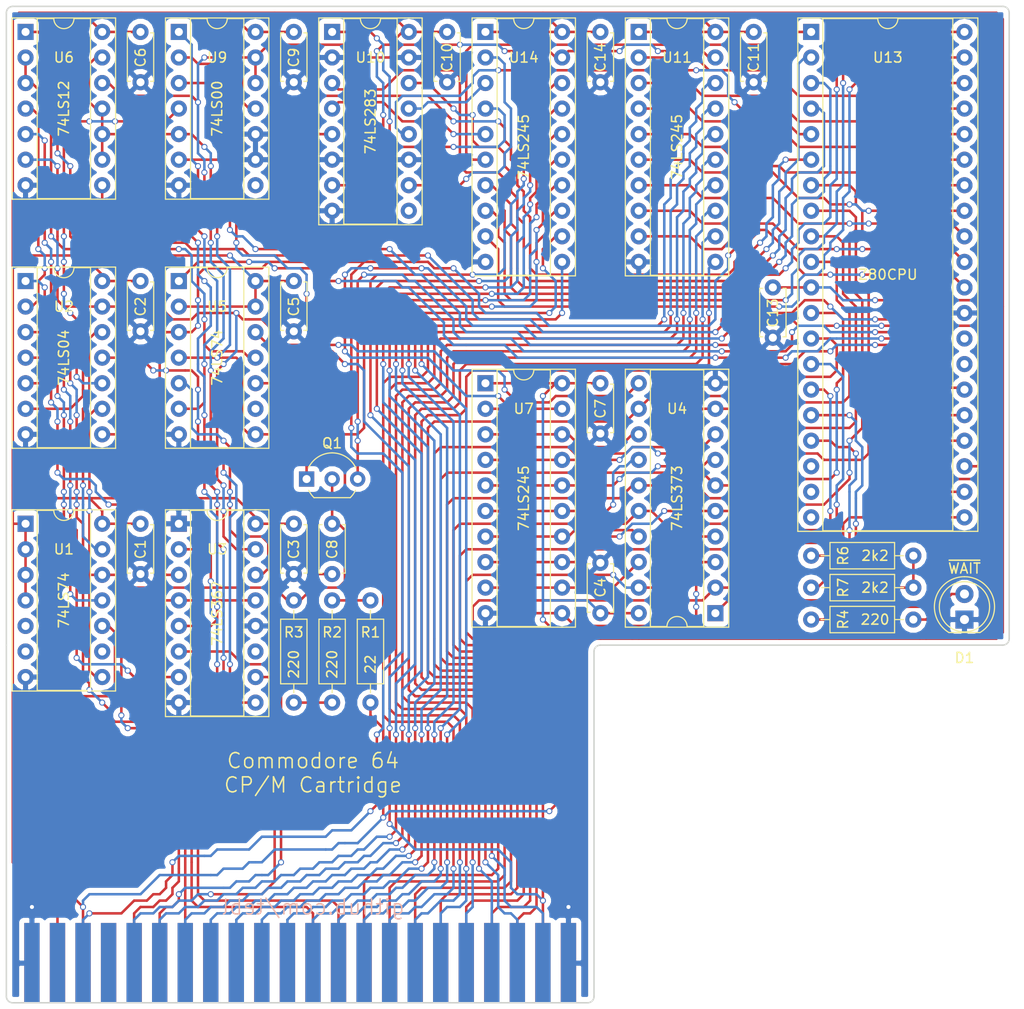
<source format=kicad_pcb>
(kicad_pcb (version 4) (host pcbnew 4.0.7)
  (layers (0 F.Cu signal) (31 B.Cu signal) (34 B.Paste user) (35 F.Paste user) (36 B.SilkS user) (37 F.SilkS user) (38 B.Mask user) (39 F.Mask user) (44 Edge.Cuts user))
  (net 0 "")
  (net 1 VCC)
  (net 2 GND)
  (net 3 R/~W)
  (net 4 /DOT)
  (net 5 /~IO1)
  (net 6 ~DMA)
  (net 7 /C64_D7)
  (net 8 /BA)
  (net 9 /C64_D6)
  (net 10 /C64_D5)
  (net 11 /C64_D4)
  (net 12 /C64_D3)
  (net 13 /C64_D2)
  (net 14 /C64_D1)
  (net 15 D0)
  (net 16 /C64_A15)
  (net 17 /C64_A14)
  (net 18 /C64_A13)
  (net 19 /C64_A12)
  (net 20 /C64_A11)
  (net 21 /C64_A10)
  (net 22 ~RESET)
  (net 23 /CLK)
  (net 24 /C64_A4)
  (net 25 /C64_A3)
  (net 26 /C64_A2)
  (net 27 /C64_A1)
  (net 28 /C64_A0)
  (net 29 /C64_A7)
  (net 30 /C64_A6)
  (net 31 /C64_A5)
  (net 32 /C64_A8)
  (net 33 /C64_A9)
  (net 34 ~Z80_CLK)
  (net 35 "Net-(Q1-Pad1)")
  (net 36 "Net-(R6-Pad2)")
  (net 37 "Net-(R7-Pad2)")
  (net 38 "Net-(U1-Pad11)")
  (net 39 "Net-(U1-Pad13)")
  (net 40 "Net-(U2-Pad2)")
  (net 41 "Net-(U2-Pad3)")
  (net 42 "Net-(U2-Pad10)")
  (net 43 "Net-(U2-Pad11)")
  (net 44 "Net-(U2-Pad5)")
  (net 45 "Net-(U2-Pad6)")
  (net 46 "Net-(U2-Pad13)")
  (net 47 Z80_R/~W)
  (net 48 A_OUT)
  (net 49 ~Z80_RD)
  (net 50 /Z80_D0)
  (net 51 /Z80_D7)
  (net 52 /Z80_D2)
  (net 53 /Z80_D4)
  (net 54 /Z80_D5)
  (net 55 /Z80_D3)
  (net 56 /Z80_D6)
  (net 57 /Z80_D1)
  (net 58 ~Z80_WR)
  (net 59 ~Z80_WAIT)
  (net 60 "Net-(U5-Pad11)")
  (net 61 "Net-(U5-Pad6)")
  (net 62 ~Z80_BUSACK)
  (net 63 D_OUT)
  (net 64 "Net-(U9-Pad11)")
  (net 65 /~Z80_BUSRQ)
  (net 66 "Net-(U10-Pad1)")
  (net 67 "Net-(U10-Pad10)")
  (net 68 /Z80_A13)
  (net 69 "Net-(U10-Pad4)")
  (net 70 /Z80_A15)
  (net 71 /Z80_A12)
  (net 72 "Net-(U10-Pad13)")
  (net 73 /Z80_A14)
  (net 74 /Z80_A7)
  (net 75 /Z80_A6)
  (net 76 /Z80_A5)
  (net 77 /Z80_A4)
  (net 78 /Z80_A3)
  (net 79 /Z80_A2)
  (net 80 /Z80_A1)
  (net 81 /Z80_A0)
  (net 82 /Z80_A11)
  (net 83 /Z80_A8)
  (net 84 /Z80_A9)
  (net 85 /Z80_A10)
  (net 86 "Net-(C8-Pad1)")
  (net 87 "Net-(C8-Pad2)")
  (net 88 "Net-(D1-Pad2)")
  (module Resistors_THT:R_Axial_DIN0207_L6.3mm_D2.5mm_P10.16mm_Horizontal (layer F.Cu) (at 226.695 118.11 180)
    (fp_text reference R7 (at 6.985 0 270) (layer F.SilkS))
    (fp_text value 2k2 (at 3.81 0 180) (layer F.SilkS))
    (pad 1 thru_hole circle (at 0 0 180) (size 1.6 1.6) (drill 0.8) (layers *.Cu *.Mask) (net 1 VCC))
    (pad 2 thru_hole oval (at 10.16 0 180) (size 1.6 1.6) (drill 0.8) (layers *.Cu *.Mask) (net 37 "Net-(R7-Pad2)"))
  )
  (module Capacitors_THT:C_Disc_D4.7mm_W2.5mm_P5.00mm (layer F.Cu) (at 165.1 111.76 270)
    (fp_text reference C3 (at 2.54 0 270) (layer F.SilkS))
    (fp_text value 100nF)
    (pad 1 thru_hole circle (at 0 0 270) (size 1.6 1.6) (drill 0.8) (layers *.Cu *.Mask) (net 1 VCC))
    (pad 2 thru_hole circle (at 5 0 270) (size 1.6 1.6) (drill 0.8) (layers *.Cu *.Mask) (net 2 GND))
  )
  (module Capacitors_THT:C_Disc_D4.7mm_W2.5mm_P5.00mm (layer F.Cu) (at 195.58 120.65 90)
    (fp_text reference C4 (at 2.54 0 90) (layer F.SilkS))
    (fp_text value 100nF)
    (pad 1 thru_hole circle (at 0 0 90) (size 1.6 1.6) (drill 0.8) (layers *.Cu *.Mask) (net 1 VCC))
    (pad 2 thru_hole circle (at 5 0 90) (size 1.6 1.6) (drill 0.8) (layers *.Cu *.Mask) (net 2 GND))
  )
  (module Capacitors_THT:C_Disc_D4.7mm_W2.5mm_P5.00mm (layer F.Cu) (at 165.1 87.63 270)
    (fp_text reference C5 (at 2.54 0 270) (layer F.SilkS))
    (fp_text value 100nF)
    (pad 1 thru_hole circle (at 0 0 270) (size 1.6 1.6) (drill 0.8) (layers *.Cu *.Mask) (net 1 VCC))
    (pad 2 thru_hole circle (at 5 0 270) (size 1.6 1.6) (drill 0.8) (layers *.Cu *.Mask) (net 2 GND))
  )
  (module Capacitors_THT:C_Disc_D4.7mm_W2.5mm_P5.00mm (layer F.Cu) (at 149.86 62.865 270)
    (fp_text reference C6 (at 2.54 0 270) (layer F.SilkS))
    (fp_text value 100nF)
    (pad 1 thru_hole circle (at 0 0 270) (size 1.6 1.6) (drill 0.8) (layers *.Cu *.Mask) (net 1 VCC))
    (pad 2 thru_hole circle (at 5 0 270) (size 1.6 1.6) (drill 0.8) (layers *.Cu *.Mask) (net 2 GND))
  )
  (module Capacitors_THT:C_Disc_D4.7mm_W2.5mm_P5.00mm (layer F.Cu) (at 195.58 97.79 270)
    (fp_text reference C7 (at 2.54 0 270) (layer F.SilkS))
    (fp_text value 100nF)
    (pad 1 thru_hole circle (at 0 0 270) (size 1.6 1.6) (drill 0.8) (layers *.Cu *.Mask) (net 1 VCC))
    (pad 2 thru_hole circle (at 5 0 270) (size 1.6 1.6) (drill 0.8) (layers *.Cu *.Mask) (net 2 GND))
  )
  (module Capacitors_THT:C_Disc_D4.7mm_W2.5mm_P5.00mm (layer F.Cu) (at 168.91 111.76 270)
    (fp_text reference C8 (at 2.54 0 270) (layer F.SilkS))
    (fp_text value 100nF)
    (pad 1 thru_hole circle (at 0 0 270) (size 1.6 1.6) (drill 0.8) (layers *.Cu *.Mask) (net 86 "Net-(C8-Pad1)"))
    (pad 2 thru_hole circle (at 5 0 270) (size 1.6 1.6) (drill 0.8) (layers *.Cu *.Mask) (net 87 "Net-(C8-Pad2)"))
  )
  (module Capacitors_THT:C_Disc_D4.7mm_W2.5mm_P5.00mm (layer F.Cu) (at 165.1 62.865 270)
    (fp_text reference C9 (at 2.54 0 270) (layer F.SilkS))
    (fp_text value 100nF)
    (pad 1 thru_hole circle (at 0 0 270) (size 1.6 1.6) (drill 0.8) (layers *.Cu *.Mask) (net 1 VCC))
    (pad 2 thru_hole circle (at 5 0 270) (size 1.6 1.6) (drill 0.8) (layers *.Cu *.Mask) (net 2 GND))
  )
  (module Capacitors_THT:C_Disc_D4.7mm_W2.5mm_P5.00mm (layer F.Cu) (at 180.34 62.865 270)
    (fp_text reference C10 (at 2.54 0 270) (layer F.SilkS))
    (fp_text value 100nF)
    (pad 1 thru_hole circle (at 0 0 270) (size 1.6 1.6) (drill 0.8) (layers *.Cu *.Mask) (net 1 VCC))
    (pad 2 thru_hole circle (at 5 0 270) (size 1.6 1.6) (drill 0.8) (layers *.Cu *.Mask) (net 2 GND))
  )
  (module Capacitors_THT:C_Disc_D4.7mm_W2.5mm_P5.00mm (layer F.Cu) (at 210.82 62.865 270)
    (fp_text reference C11 (at 2.54 0 270) (layer F.SilkS))
    (fp_text value 100nF)
    (pad 1 thru_hole circle (at 0 0 270) (size 1.6 1.6) (drill 0.8) (layers *.Cu *.Mask) (net 1 VCC))
    (pad 2 thru_hole circle (at 5 0 270) (size 1.6 1.6) (drill 0.8) (layers *.Cu *.Mask) (net 2 GND))
  )
  (module C64-Exp-Port:C64-Cart (layer F.Cu) (at 136.525 159.385)
    (fp_text reference P1 hide)
    (fp_text value C64-Exp-Port hide)
    (pad 1 smd rect (at 2.54 -3.938274 180) (size 1.524 8) (layers F.Cu F.Paste F.Mask) (net 2 GND))
    (pad 4 smd rect (at 10.16 -3.938274 180) (size 1.524 8) (layers F.Cu F.Paste F.Mask))
    (pad 5 smd rect (at 12.7 -3.938274 180) (size 1.524 8) (layers F.Cu F.Paste F.Mask) (net 3 R/~W))
    (pad 6 smd rect (at 15.24 -3.938274 180) (size 1.524 8) (layers F.Cu F.Paste F.Mask) (net 4 /DOT))
    (pad 7 smd rect (at 17.78 -3.938274 180) (size 1.524 8) (layers F.Cu F.Paste F.Mask) (net 5 /~IO1))
    (pad 8 smd rect (at 20.32 -3.938274 180) (size 1.524 8) (layers F.Cu F.Paste F.Mask))
    (pad 9 smd rect (at 22.86 -3.938274 180) (size 1.524 8) (layers F.Cu F.Paste F.Mask))
    (pad 10 smd rect (at 25.4 -3.938274 180) (size 1.524 8) (layers F.Cu F.Paste F.Mask))
    (pad 11 smd rect (at 27.94 -3.938274 180) (size 1.524 8) (layers F.Cu F.Paste F.Mask))
    (pad 13 smd rect (at 33.02 -3.938274 180) (size 1.524 8) (layers F.Cu F.Paste F.Mask) (net 6 ~DMA))
    (pad 14 smd rect (at 35.56 -3.938274 180) (size 1.524 8) (layers F.Cu F.Paste F.Mask) (net 7 /C64_D7))
    (pad 12 smd rect (at 30.48 -3.938274 180) (size 1.524 8) (layers F.Cu F.Paste F.Mask) (net 8 /BA))
    (pad 2 smd rect (at 5.08 -3.938274 180) (size 1.524 8) (layers F.Cu F.Paste F.Mask) (net 1 VCC))
    (pad 3 smd rect (at 7.62 -3.938274 180) (size 1.524 8) (layers F.Cu F.Paste F.Mask) (net 1 VCC))
    (pad 15 smd rect (at 38.1 -3.938274 180) (size 1.524 8) (layers F.Cu F.Paste F.Mask) (net 9 /C64_D6))
    (pad 16 smd rect (at 40.64 -3.938274 180) (size 1.524 8) (layers F.Cu F.Paste F.Mask) (net 10 /C64_D5))
    (pad 17 smd rect (at 43.18 -3.938274 180) (size 1.524 8) (layers F.Cu F.Paste F.Mask) (net 11 /C64_D4))
    (pad 18 smd rect (at 45.72 -3.938274 180) (size 1.524 8) (layers F.Cu F.Paste F.Mask) (net 12 /C64_D3))
    (pad 19 smd rect (at 48.26 -3.938274 180) (size 1.524 8) (layers F.Cu F.Paste F.Mask) (net 13 /C64_D2))
    (pad 20 smd rect (at 50.8 -3.938274 180) (size 1.524 8) (layers F.Cu F.Paste F.Mask) (net 14 /C64_D1))
    (pad 21 smd rect (at 53.34 -3.938274 180) (size 1.524 8) (layers F.Cu F.Paste F.Mask) (net 15 D0))
    (pad 22 smd rect (at 55.88 -3.938274 180) (size 1.524 8) (layers F.Cu F.Paste F.Mask) (net 2 GND))
    (pad F smd rect (at 15.24 -3.938274) (size 1.524 8) (layers B.Cu B.Paste B.Mask) (net 16 /C64_A15))
    (pad H smd rect (at 17.78 -3.938274) (size 1.524 8) (layers B.Cu B.Paste B.Mask) (net 17 /C64_A14))
    (pad J smd rect (at 20.32 -3.938274) (size 1.524 8) (layers B.Cu B.Paste B.Mask) (net 18 /C64_A13))
    (pad K smd rect (at 22.86 -3.938274) (size 1.524 8) (layers B.Cu B.Paste B.Mask) (net 19 /C64_A12))
    (pad L smd rect (at 25.4 -3.938274) (size 1.524 8) (layers B.Cu B.Paste B.Mask) (net 20 /C64_A11))
    (pad M smd rect (at 27.94 -3.938274) (size 1.524 8) (layers B.Cu B.Paste B.Mask) (net 21 /C64_A10))
    (pad B smd rect (at 5.08 -3.938274) (size 1.524 8) (layers B.Cu B.Paste B.Mask))
    (pad C smd rect (at 7.62 -3.938274) (size 1.524 8) (layers B.Cu B.Paste B.Mask) (net 22 ~RESET))
    (pad D smd rect (at 10.16 -3.938274) (size 1.524 8) (layers B.Cu B.Paste B.Mask))
    (pad E smd rect (at 12.7 -3.938274) (size 1.524 8) (layers B.Cu B.Paste B.Mask) (net 23 /CLK))
    (pad A smd rect (at 2.54 -3.938274) (size 1.524 8) (layers B.Cu B.Paste B.Mask) (net 2 GND))
    (pad U smd rect (at 43.18 -3.938274) (size 1.524 8) (layers B.Cu B.Paste B.Mask) (net 24 /C64_A4))
    (pad V smd rect (at 45.72 -3.938274) (size 1.524 8) (layers B.Cu B.Paste B.Mask) (net 25 /C64_A3))
    (pad W smd rect (at 48.26 -3.938274) (size 1.524 8) (layers B.Cu B.Paste B.Mask) (net 26 /C64_A2))
    (pad X smd rect (at 50.8 -3.938274) (size 1.524 8) (layers B.Cu B.Paste B.Mask) (net 27 /C64_A1))
    (pad Y smd rect (at 53.34 -3.938274) (size 1.524 8) (layers B.Cu B.Paste B.Mask) (net 28 /C64_A0))
    (pad Z smd rect (at 55.88 -3.938274) (size 1.524 8) (layers B.Cu B.Paste B.Mask) (net 2 GND))
    (pad R smd rect (at 35.56 -3.938274) (size 1.524 8) (layers B.Cu B.Paste B.Mask) (net 29 /C64_A7))
    (pad S smd rect (at 38.1 -3.938274) (size 1.524 8) (layers B.Cu B.Paste B.Mask) (net 30 /C64_A6))
    (pad T smd rect (at 40.64 -3.938274) (size 1.524 8) (layers B.Cu B.Paste B.Mask) (net 31 /C64_A5))
    (pad P smd rect (at 33.02 -3.938274) (size 1.524 8) (layers B.Cu B.Paste B.Mask) (net 32 /C64_A8))
    (pad N smd rect (at 30.48 -3.938274) (size 1.524 8) (layers B.Cu B.Paste B.Mask) (net 33 /C64_A9))
  )
  (module TO_SOT_Packages_THT:TO-92_Inline_Wide (layer F.Cu) (at 166.37 107.315)
    (fp_text reference Q1 (at 2.54 -3.56 180) (layer F.SilkS))
    (fp_text value 2N3906)
    (pad 2 thru_hole circle (at 2.54 0 90) (size 1.52 1.52) (drill 0.8) (layers *.Cu *.Mask) (net 86 "Net-(C8-Pad1)"))
    (pad 3 thru_hole circle (at 5.08 0 90) (size 1.52 1.52) (drill 0.8) (layers *.Cu *.Mask) (net 34 ~Z80_CLK))
    (pad 1 thru_hole rect (at 0 0 90) (size 1.52 1.52) (drill 0.8) (layers *.Cu *.Mask) (net 35 "Net-(Q1-Pad1)"))
  )
  (module Resistors_THT:R_Axial_DIN0207_L6.3mm_D2.5mm_P10.16mm_Horizontal (layer F.Cu) (at 172.72 129.54 90)
    (fp_text reference R1 (at 6.985 0 180) (layer F.SilkS))
    (fp_text value 22 (at 3.81 0 90) (layer F.SilkS))
    (pad 1 thru_hole circle (at 0 0 90) (size 1.6 1.6) (drill 0.8) (layers *.Cu *.Mask) (net 1 VCC))
    (pad 2 thru_hole oval (at 10.16 0 90) (size 1.6 1.6) (drill 0.8) (layers *.Cu *.Mask) (net 35 "Net-(Q1-Pad1)"))
  )
  (module Resistors_THT:R_Axial_DIN0207_L6.3mm_D2.5mm_P10.16mm_Horizontal (layer F.Cu) (at 168.91 119.38 270)
    (fp_text reference R2 (at 3.175 0 360) (layer F.SilkS))
    (fp_text value 220 (at 6.35 0 270) (layer F.SilkS))
    (pad 1 thru_hole circle (at 0 0 270) (size 1.6 1.6) (drill 0.8) (layers *.Cu *.Mask) (net 35 "Net-(Q1-Pad1)"))
    (pad 2 thru_hole oval (at 10.16 0 270) (size 1.6 1.6) (drill 0.8) (layers *.Cu *.Mask) (net 86 "Net-(C8-Pad1)"))
  )
  (module Resistors_THT:R_Axial_DIN0207_L6.3mm_D2.5mm_P10.16mm_Horizontal (layer F.Cu) (at 165.1 119.38 270)
    (fp_text reference R3 (at 3.175 0 360) (layer F.SilkS))
    (fp_text value 220 (at 6.35 0 270) (layer F.SilkS))
    (pad 1 thru_hole circle (at 0 0 270) (size 1.6 1.6) (drill 0.8) (layers *.Cu *.Mask) (net 87 "Net-(C8-Pad2)"))
    (pad 2 thru_hole oval (at 10.16 0 270) (size 1.6 1.6) (drill 0.8) (layers *.Cu *.Mask) (net 86 "Net-(C8-Pad1)"))
  )
  (module Resistors_THT:R_Axial_DIN0207_L6.3mm_D2.5mm_P10.16mm_Horizontal (layer F.Cu) (at 226.695 114.935 180)
    (fp_text reference R6 (at 6.985 0 270) (layer F.SilkS))
    (fp_text value 2k2 (at 3.81 0 180) (layer F.SilkS))
    (pad 1 thru_hole circle (at 0 0 180) (size 1.6 1.6) (drill 0.8) (layers *.Cu *.Mask) (net 1 VCC))
    (pad 2 thru_hole oval (at 10.16 0 180) (size 1.6 1.6) (drill 0.8) (layers *.Cu *.Mask) (net 36 "Net-(R6-Pad2)"))
  )
  (module Housings_DIP:DIP-14_W7.62mm_Socket (layer F.Cu) (at 138.43 111.76)
    (fp_text reference U1 (at 3.81 2.54) (layer F.SilkS))
    (fp_text value 74LS74 (at 3.81 7.62 90) (layer F.SilkS))
    (pad 1 thru_hole rect (at 0 0) (size 1.6 1.6) (drill 0.8) (layers *.Cu *.Mask) (net 1 VCC))
    (pad 8 thru_hole oval (at 7.62 15.24) (size 1.6 1.6) (drill 0.8) (layers *.Cu *.Mask) (net 87 "Net-(C8-Pad2)"))
    (pad 2 thru_hole oval (at 0 2.54) (size 1.6 1.6) (drill 0.8) (layers *.Cu *.Mask) (net 1 VCC))
    (pad 9 thru_hole oval (at 7.62 12.7) (size 1.6 1.6) (drill 0.8) (layers *.Cu *.Mask))
    (pad 3 thru_hole oval (at 0 5.08) (size 1.6 1.6) (drill 0.8) (layers *.Cu *.Mask) (net 1 VCC))
    (pad 10 thru_hole oval (at 7.62 10.16) (size 1.6 1.6) (drill 0.8) (layers *.Cu *.Mask) (net 1 VCC))
    (pad 4 thru_hole oval (at 0 7.62) (size 1.6 1.6) (drill 0.8) (layers *.Cu *.Mask) (net 1 VCC))
    (pad 11 thru_hole oval (at 7.62 7.62) (size 1.6 1.6) (drill 0.8) (layers *.Cu *.Mask) (net 38 "Net-(U1-Pad11)"))
    (pad 5 thru_hole oval (at 0 10.16) (size 1.6 1.6) (drill 0.8) (layers *.Cu *.Mask))
    (pad 12 thru_hole oval (at 7.62 5.08) (size 1.6 1.6) (drill 0.8) (layers *.Cu *.Mask) (net 87 "Net-(C8-Pad2)"))
    (pad 6 thru_hole oval (at 0 12.7) (size 1.6 1.6) (drill 0.8) (layers *.Cu *.Mask))
    (pad 13 thru_hole oval (at 7.62 2.54) (size 1.6 1.6) (drill 0.8) (layers *.Cu *.Mask) (net 39 "Net-(U1-Pad13)"))
    (pad 7 thru_hole oval (at 0 15.24) (size 1.6 1.6) (drill 0.8) (layers *.Cu *.Mask) (net 2 GND))
    (pad 14 thru_hole oval (at 7.62 0) (size 1.6 1.6) (drill 0.8) (layers *.Cu *.Mask) (net 1 VCC))
  )
  (module Housings_DIP:DIP-14_W7.62mm_Socket (layer F.Cu) (at 138.43 87.63)
    (fp_text reference U2 (at 3.81 2.54) (layer F.SilkS))
    (fp_text value 74LS04 (at 3.81 7.62 90) (layer F.SilkS))
    (pad 1 thru_hole rect (at 0 0) (size 1.6 1.6) (drill 0.8) (layers *.Cu *.Mask) (net 5 /~IO1))
    (pad 8 thru_hole oval (at 7.62 15.24) (size 1.6 1.6) (drill 0.8) (layers *.Cu *.Mask) (net 34 ~Z80_CLK))
    (pad 2 thru_hole oval (at 0 2.54) (size 1.6 1.6) (drill 0.8) (layers *.Cu *.Mask) (net 40 "Net-(U2-Pad2)"))
    (pad 9 thru_hole oval (at 7.62 12.7) (size 1.6 1.6) (drill 0.8) (layers *.Cu *.Mask) (net 87 "Net-(C8-Pad2)"))
    (pad 3 thru_hole oval (at 0 5.08) (size 1.6 1.6) (drill 0.8) (layers *.Cu *.Mask) (net 41 "Net-(U2-Pad3)"))
    (pad 10 thru_hole oval (at 7.62 10.16) (size 1.6 1.6) (drill 0.8) (layers *.Cu *.Mask) (net 42 "Net-(U2-Pad10)"))
    (pad 4 thru_hole oval (at 0 7.62) (size 1.6 1.6) (drill 0.8) (layers *.Cu *.Mask) (net 38 "Net-(U1-Pad11)"))
    (pad 11 thru_hole oval (at 7.62 7.62) (size 1.6 1.6) (drill 0.8) (layers *.Cu *.Mask) (net 43 "Net-(U2-Pad11)"))
    (pad 5 thru_hole oval (at 0 10.16) (size 1.6 1.6) (drill 0.8) (layers *.Cu *.Mask) (net 44 "Net-(U2-Pad5)"))
    (pad 12 thru_hole oval (at 7.62 5.08) (size 1.6 1.6) (drill 0.8) (layers *.Cu *.Mask) (net 39 "Net-(U1-Pad13)"))
    (pad 6 thru_hole oval (at 0 12.7) (size 1.6 1.6) (drill 0.8) (layers *.Cu *.Mask) (net 45 "Net-(U2-Pad6)"))
    (pad 13 thru_hole oval (at 7.62 2.54) (size 1.6 1.6) (drill 0.8) (layers *.Cu *.Mask) (net 46 "Net-(U2-Pad13)"))
    (pad 7 thru_hole oval (at 0 15.24) (size 1.6 1.6) (drill 0.8) (layers *.Cu *.Mask) (net 2 GND))
    (pad 14 thru_hole oval (at 7.62 0) (size 1.6 1.6) (drill 0.8) (layers *.Cu *.Mask) (net 1 VCC))
  )
  (module Housings_DIP:DIP-16_W7.62mm_Socket (layer F.Cu) (at 153.67 111.76)
    (fp_text reference U3 (at 3.81 2.54) (layer F.SilkS))
    (fp_text value 74LS367 (at 3.81 8.89 90) (layer F.SilkS))
    (pad 1 thru_hole rect (at 0 0) (size 1.6 1.6) (drill 0.8) (layers *.Cu *.Mask) (net 2 GND))
    (pad 9 thru_hole oval (at 7.62 17.78) (size 1.6 1.6) (drill 0.8) (layers *.Cu *.Mask) (net 46 "Net-(U2-Pad13)"))
    (pad 2 thru_hole oval (at 0 2.54) (size 1.6 1.6) (drill 0.8) (layers *.Cu *.Mask) (net 8 /BA))
    (pad 10 thru_hole oval (at 7.62 15.24) (size 1.6 1.6) (drill 0.8) (layers *.Cu *.Mask) (net 23 /CLK))
    (pad 3 thru_hole oval (at 0 5.08) (size 1.6 1.6) (drill 0.8) (layers *.Cu *.Mask) (net 44 "Net-(U2-Pad5)"))
    (pad 11 thru_hole oval (at 7.62 12.7) (size 1.6 1.6) (drill 0.8) (layers *.Cu *.Mask))
    (pad 4 thru_hole oval (at 0 7.62) (size 1.6 1.6) (drill 0.8) (layers *.Cu *.Mask) (net 3 R/~W))
    (pad 12 thru_hole oval (at 7.62 10.16) (size 1.6 1.6) (drill 0.8) (layers *.Cu *.Mask) (net 2 GND))
    (pad 5 thru_hole oval (at 0 10.16) (size 1.6 1.6) (drill 0.8) (layers *.Cu *.Mask) (net 43 "Net-(U2-Pad11)"))
    (pad 13 thru_hole oval (at 7.62 7.62) (size 1.6 1.6) (drill 0.8) (layers *.Cu *.Mask) (net 3 R/~W))
    (pad 6 thru_hole oval (at 0 12.7) (size 1.6 1.6) (drill 0.8) (layers *.Cu *.Mask) (net 4 /DOT))
    (pad 14 thru_hole oval (at 7.62 5.08) (size 1.6 1.6) (drill 0.8) (layers *.Cu *.Mask) (net 47 Z80_R/~W))
    (pad 7 thru_hole oval (at 0 15.24) (size 1.6 1.6) (drill 0.8) (layers *.Cu *.Mask) (net 41 "Net-(U2-Pad3)"))
    (pad 15 thru_hole oval (at 7.62 2.54) (size 1.6 1.6) (drill 0.8) (layers *.Cu *.Mask) (net 48 A_OUT))
    (pad 8 thru_hole oval (at 0 17.78) (size 1.6 1.6) (drill 0.8) (layers *.Cu *.Mask) (net 2 GND))
    (pad 16 thru_hole oval (at 7.62 0) (size 1.6 1.6) (drill 0.8) (layers *.Cu *.Mask) (net 1 VCC))
  )
  (module Housings_DIP:DIP-20_W7.62mm_Socket (layer F.Cu) (at 207.01 120.65 180)
    (fp_text reference U4 (at 3.81 20.32 180) (layer F.SilkS))
    (fp_text value 74LS373 (at 3.81 11.43 270) (layer F.SilkS))
    (pad 1 thru_hole rect (at 0 0 180) (size 1.6 1.6) (drill 0.8) (layers *.Cu *.Mask) (net 49 ~Z80_RD))
    (pad 11 thru_hole oval (at 7.62 22.86 180) (size 1.6 1.6) (drill 0.8) (layers *.Cu *.Mask) (net 46 "Net-(U2-Pad13)"))
    (pad 2 thru_hole oval (at 0 2.54 180) (size 1.6 1.6) (drill 0.8) (layers *.Cu *.Mask) (net 50 /Z80_D0))
    (pad 12 thru_hole oval (at 7.62 20.32 180) (size 1.6 1.6) (drill 0.8) (layers *.Cu *.Mask) (net 51 /Z80_D7))
    (pad 3 thru_hole oval (at 0 5.08 180) (size 1.6 1.6) (drill 0.8) (layers *.Cu *.Mask) (net 15 D0))
    (pad 13 thru_hole oval (at 7.62 17.78 180) (size 1.6 1.6) (drill 0.8) (layers *.Cu *.Mask) (net 7 /C64_D7))
    (pad 4 thru_hole oval (at 0 7.62 180) (size 1.6 1.6) (drill 0.8) (layers *.Cu *.Mask) (net 13 /C64_D2))
    (pad 14 thru_hole oval (at 7.62 15.24 180) (size 1.6 1.6) (drill 0.8) (layers *.Cu *.Mask) (net 11 /C64_D4))
    (pad 5 thru_hole oval (at 0 10.16 180) (size 1.6 1.6) (drill 0.8) (layers *.Cu *.Mask) (net 52 /Z80_D2))
    (pad 15 thru_hole oval (at 7.62 12.7 180) (size 1.6 1.6) (drill 0.8) (layers *.Cu *.Mask) (net 53 /Z80_D4))
    (pad 6 thru_hole oval (at 0 12.7 180) (size 1.6 1.6) (drill 0.8) (layers *.Cu *.Mask) (net 54 /Z80_D5))
    (pad 16 thru_hole oval (at 7.62 10.16 180) (size 1.6 1.6) (drill 0.8) (layers *.Cu *.Mask) (net 55 /Z80_D3))
    (pad 7 thru_hole oval (at 0 15.24 180) (size 1.6 1.6) (drill 0.8) (layers *.Cu *.Mask) (net 10 /C64_D5))
    (pad 17 thru_hole oval (at 7.62 7.62 180) (size 1.6 1.6) (drill 0.8) (layers *.Cu *.Mask) (net 12 /C64_D3))
    (pad 8 thru_hole oval (at 0 17.78 180) (size 1.6 1.6) (drill 0.8) (layers *.Cu *.Mask) (net 9 /C64_D6))
    (pad 18 thru_hole oval (at 7.62 5.08 180) (size 1.6 1.6) (drill 0.8) (layers *.Cu *.Mask) (net 14 /C64_D1))
    (pad 9 thru_hole oval (at 0 20.32 180) (size 1.6 1.6) (drill 0.8) (layers *.Cu *.Mask) (net 56 /Z80_D6))
    (pad 19 thru_hole oval (at 7.62 2.54 180) (size 1.6 1.6) (drill 0.8) (layers *.Cu *.Mask) (net 57 /Z80_D1))
    (pad 10 thru_hole oval (at 0 22.86 180) (size 1.6 1.6) (drill 0.8) (layers *.Cu *.Mask) (net 2 GND))
    (pad 20 thru_hole oval (at 7.62 0 180) (size 1.6 1.6) (drill 0.8) (layers *.Cu *.Mask) (net 1 VCC))
  )
  (module Housings_DIP:DIP-14_W7.62mm_Socket (layer F.Cu) (at 153.67 87.63)
    (fp_text reference U5 (at 3.81 2.54) (layer F.SilkS))
    (fp_text value 74LS74 (at 3.81 7.62 90) (layer F.SilkS))
    (pad 1 thru_hole rect (at 0 0) (size 1.6 1.6) (drill 0.8) (layers *.Cu *.Mask) (net 58 ~Z80_WR))
    (pad 8 thru_hole oval (at 7.62 15.24) (size 1.6 1.6) (drill 0.8) (layers *.Cu *.Mask) (net 59 ~Z80_WAIT))
    (pad 2 thru_hole oval (at 0 2.54) (size 1.6 1.6) (drill 0.8) (layers *.Cu *.Mask) (net 1 VCC))
    (pad 9 thru_hole oval (at 7.62 12.7) (size 1.6 1.6) (drill 0.8) (layers *.Cu *.Mask))
    (pad 3 thru_hole oval (at 0 5.08) (size 1.6 1.6) (drill 0.8) (layers *.Cu *.Mask) (net 34 ~Z80_CLK))
    (pad 10 thru_hole oval (at 7.62 10.16) (size 1.6 1.6) (drill 0.8) (layers *.Cu *.Mask) (net 22 ~RESET))
    (pad 4 thru_hole oval (at 0 7.62) (size 1.6 1.6) (drill 0.8) (layers *.Cu *.Mask) (net 59 ~Z80_WAIT))
    (pad 11 thru_hole oval (at 7.62 7.62) (size 1.6 1.6) (drill 0.8) (layers *.Cu *.Mask) (net 60 "Net-(U5-Pad11)"))
    (pad 5 thru_hole oval (at 0 10.16) (size 1.6 1.6) (drill 0.8) (layers *.Cu *.Mask) (net 47 Z80_R/~W))
    (pad 12 thru_hole oval (at 7.62 5.08) (size 1.6 1.6) (drill 0.8) (layers *.Cu *.Mask) (net 15 D0))
    (pad 6 thru_hole oval (at 0 12.7) (size 1.6 1.6) (drill 0.8) (layers *.Cu *.Mask) (net 61 "Net-(U5-Pad6)"))
    (pad 13 thru_hole oval (at 7.62 2.54) (size 1.6 1.6) (drill 0.8) (layers *.Cu *.Mask) (net 1 VCC))
    (pad 7 thru_hole oval (at 0 15.24) (size 1.6 1.6) (drill 0.8) (layers *.Cu *.Mask) (net 2 GND))
    (pad 14 thru_hole oval (at 7.62 0) (size 1.6 1.6) (drill 0.8) (layers *.Cu *.Mask) (net 1 VCC))
  )
  (module Housings_DIP:DIP-14_W7.62mm_Socket (layer F.Cu) (at 138.43 62.865)
    (fp_text reference U6 (at 3.81 2.54) (layer F.SilkS))
    (fp_text value 74LS12 (at 3.81 7.62 90) (layer F.SilkS))
    (pad 1 thru_hole rect (at 0 0) (size 1.6 1.6) (drill 0.8) (layers *.Cu *.Mask) (net 62 ~Z80_BUSACK))
    (pad 8 thru_hole oval (at 7.62 15.24) (size 1.6 1.6) (drill 0.8) (layers *.Cu *.Mask) (net 6 ~DMA))
    (pad 2 thru_hole oval (at 0 2.54) (size 1.6 1.6) (drill 0.8) (layers *.Cu *.Mask) (net 46 "Net-(U2-Pad13)"))
    (pad 9 thru_hole oval (at 7.62 12.7) (size 1.6 1.6) (drill 0.8) (layers *.Cu *.Mask) (net 59 ~Z80_WAIT))
    (pad 3 thru_hole oval (at 0 5.08) (size 1.6 1.6) (drill 0.8) (layers *.Cu *.Mask) (net 46 "Net-(U2-Pad13)"))
    (pad 10 thru_hole oval (at 7.62 10.16) (size 1.6 1.6) (drill 0.8) (layers *.Cu *.Mask) (net 59 ~Z80_WAIT))
    (pad 4 thru_hole oval (at 0 7.62) (size 1.6 1.6) (drill 0.8) (layers *.Cu *.Mask) (net 40 "Net-(U2-Pad2)"))
    (pad 11 thru_hole oval (at 7.62 7.62) (size 1.6 1.6) (drill 0.8) (layers *.Cu *.Mask) (net 59 ~Z80_WAIT))
    (pad 5 thru_hole oval (at 0 10.16) (size 1.6 1.6) (drill 0.8) (layers *.Cu *.Mask) (net 42 "Net-(U2-Pad10)"))
    (pad 12 thru_hole oval (at 7.62 5.08) (size 1.6 1.6) (drill 0.8) (layers *.Cu *.Mask) (net 48 A_OUT))
    (pad 6 thru_hole oval (at 0 12.7) (size 1.6 1.6) (drill 0.8) (layers *.Cu *.Mask) (net 60 "Net-(U5-Pad11)"))
    (pad 13 thru_hole oval (at 7.62 2.54) (size 1.6 1.6) (drill 0.8) (layers *.Cu *.Mask) (net 59 ~Z80_WAIT))
    (pad 7 thru_hole oval (at 0 15.24) (size 1.6 1.6) (drill 0.8) (layers *.Cu *.Mask) (net 2 GND))
    (pad 14 thru_hole oval (at 7.62 0) (size 1.6 1.6) (drill 0.8) (layers *.Cu *.Mask) (net 1 VCC))
  )
  (module Housings_DIP:DIP-20_W7.62mm_Socket (layer F.Cu) (at 184.15 97.79)
    (fp_text reference U7 (at 3.81 2.54) (layer F.SilkS))
    (fp_text value 74LS245 (at 3.81 11.43 90) (layer F.SilkS))
    (pad 1 thru_hole rect (at 0 0) (size 1.6 1.6) (drill 0.8) (layers *.Cu *.Mask) (net 1 VCC))
    (pad 11 thru_hole oval (at 7.62 22.86) (size 1.6 1.6) (drill 0.8) (layers *.Cu *.Mask) (net 15 D0))
    (pad 2 thru_hole oval (at 0 2.54) (size 1.6 1.6) (drill 0.8) (layers *.Cu *.Mask) (net 51 /Z80_D7))
    (pad 12 thru_hole oval (at 7.62 20.32) (size 1.6 1.6) (drill 0.8) (layers *.Cu *.Mask) (net 14 /C64_D1))
    (pad 3 thru_hole oval (at 0 5.08) (size 1.6 1.6) (drill 0.8) (layers *.Cu *.Mask) (net 56 /Z80_D6))
    (pad 13 thru_hole oval (at 7.62 17.78) (size 1.6 1.6) (drill 0.8) (layers *.Cu *.Mask) (net 13 /C64_D2))
    (pad 4 thru_hole oval (at 0 7.62) (size 1.6 1.6) (drill 0.8) (layers *.Cu *.Mask) (net 54 /Z80_D5))
    (pad 14 thru_hole oval (at 7.62 15.24) (size 1.6 1.6) (drill 0.8) (layers *.Cu *.Mask) (net 12 /C64_D3))
    (pad 5 thru_hole oval (at 0 10.16) (size 1.6 1.6) (drill 0.8) (layers *.Cu *.Mask) (net 53 /Z80_D4))
    (pad 15 thru_hole oval (at 7.62 12.7) (size 1.6 1.6) (drill 0.8) (layers *.Cu *.Mask) (net 11 /C64_D4))
    (pad 6 thru_hole oval (at 0 12.7) (size 1.6 1.6) (drill 0.8) (layers *.Cu *.Mask) (net 55 /Z80_D3))
    (pad 16 thru_hole oval (at 7.62 10.16) (size 1.6 1.6) (drill 0.8) (layers *.Cu *.Mask) (net 10 /C64_D5))
    (pad 7 thru_hole oval (at 0 15.24) (size 1.6 1.6) (drill 0.8) (layers *.Cu *.Mask) (net 52 /Z80_D2))
    (pad 17 thru_hole oval (at 7.62 7.62) (size 1.6 1.6) (drill 0.8) (layers *.Cu *.Mask) (net 9 /C64_D6))
    (pad 8 thru_hole oval (at 0 17.78) (size 1.6 1.6) (drill 0.8) (layers *.Cu *.Mask) (net 57 /Z80_D1))
    (pad 18 thru_hole oval (at 7.62 5.08) (size 1.6 1.6) (drill 0.8) (layers *.Cu *.Mask) (net 7 /C64_D7))
    (pad 9 thru_hole oval (at 0 20.32) (size 1.6 1.6) (drill 0.8) (layers *.Cu *.Mask) (net 50 /Z80_D0))
    (pad 19 thru_hole oval (at 7.62 2.54) (size 1.6 1.6) (drill 0.8) (layers *.Cu *.Mask) (net 63 D_OUT))
    (pad 10 thru_hole oval (at 0 22.86) (size 1.6 1.6) (drill 0.8) (layers *.Cu *.Mask) (net 2 GND))
    (pad 20 thru_hole oval (at 7.62 0) (size 1.6 1.6) (drill 0.8) (layers *.Cu *.Mask) (net 1 VCC))
  )
  (module Housings_DIP:DIP-14_W7.62mm_Socket (layer F.Cu) (at 153.67 62.865)
    (fp_text reference U9 (at 3.81 2.54) (layer F.SilkS))
    (fp_text value 74LS00 (at 3.81 7.62 90) (layer F.SilkS))
    (pad 1 thru_hole rect (at 0 0) (size 1.6 1.6) (drill 0.8) (layers *.Cu *.Mask) (net 61 "Net-(U5-Pad6)"))
    (pad 8 thru_hole oval (at 7.62 15.24) (size 1.6 1.6) (drill 0.8) (layers *.Cu *.Mask))
    (pad 2 thru_hole oval (at 0 2.54) (size 1.6 1.6) (drill 0.8) (layers *.Cu *.Mask) (net 64 "Net-(U9-Pad11)"))
    (pad 9 thru_hole oval (at 7.62 12.7) (size 1.6 1.6) (drill 0.8) (layers *.Cu *.Mask) (net 2 GND))
    (pad 3 thru_hole oval (at 0 5.08) (size 1.6 1.6) (drill 0.8) (layers *.Cu *.Mask) (net 63 D_OUT))
    (pad 10 thru_hole oval (at 7.62 10.16) (size 1.6 1.6) (drill 0.8) (layers *.Cu *.Mask) (net 2 GND))
    (pad 4 thru_hole oval (at 0 7.62) (size 1.6 1.6) (drill 0.8) (layers *.Cu *.Mask) (net 45 "Net-(U2-Pad6)"))
    (pad 11 thru_hole oval (at 7.62 7.62) (size 1.6 1.6) (drill 0.8) (layers *.Cu *.Mask) (net 64 "Net-(U9-Pad11)"))
    (pad 5 thru_hole oval (at 0 10.16) (size 1.6 1.6) (drill 0.8) (layers *.Cu *.Mask) (net 59 ~Z80_WAIT))
    (pad 12 thru_hole oval (at 7.62 5.08) (size 1.6 1.6) (drill 0.8) (layers *.Cu *.Mask) (net 48 A_OUT))
    (pad 6 thru_hole oval (at 0 12.7) (size 1.6 1.6) (drill 0.8) (layers *.Cu *.Mask) (net 65 /~Z80_BUSRQ))
    (pad 13 thru_hole oval (at 7.62 2.54) (size 1.6 1.6) (drill 0.8) (layers *.Cu *.Mask) (net 48 A_OUT))
    (pad 7 thru_hole oval (at 0 15.24) (size 1.6 1.6) (drill 0.8) (layers *.Cu *.Mask) (net 2 GND))
    (pad 14 thru_hole oval (at 7.62 0) (size 1.6 1.6) (drill 0.8) (layers *.Cu *.Mask) (net 1 VCC))
  )
  (module Housings_DIP:DIP-16_W7.62mm_Socket (layer F.Cu) (at 168.91 62.865)
    (fp_text reference U10 (at 3.81 2.54) (layer F.SilkS))
    (fp_text value 74LS283 (at 3.81 8.89 90) (layer F.SilkS))
    (pad 1 thru_hole rect (at 0 0) (size 1.6 1.6) (drill 0.8) (layers *.Cu *.Mask) (net 66 "Net-(U10-Pad1)"))
    (pad 9 thru_hole oval (at 7.62 17.78) (size 1.6 1.6) (drill 0.8) (layers *.Cu *.Mask))
    (pad 2 thru_hole oval (at 0 2.54) (size 1.6 1.6) (drill 0.8) (layers *.Cu *.Mask) (net 2 GND))
    (pad 10 thru_hole oval (at 7.62 15.24) (size 1.6 1.6) (drill 0.8) (layers *.Cu *.Mask) (net 67 "Net-(U10-Pad10)"))
    (pad 3 thru_hole oval (at 0 5.08) (size 1.6 1.6) (drill 0.8) (layers *.Cu *.Mask) (net 68 /Z80_A13))
    (pad 11 thru_hole oval (at 7.62 12.7) (size 1.6 1.6) (drill 0.8) (layers *.Cu *.Mask) (net 2 GND))
    (pad 4 thru_hole oval (at 0 7.62) (size 1.6 1.6) (drill 0.8) (layers *.Cu *.Mask) (net 69 "Net-(U10-Pad4)"))
    (pad 12 thru_hole oval (at 7.62 10.16) (size 1.6 1.6) (drill 0.8) (layers *.Cu *.Mask) (net 70 /Z80_A15))
    (pad 5 thru_hole oval (at 0 10.16) (size 1.6 1.6) (drill 0.8) (layers *.Cu *.Mask) (net 71 /Z80_A12))
    (pad 13 thru_hole oval (at 7.62 7.62) (size 1.6 1.6) (drill 0.8) (layers *.Cu *.Mask) (net 72 "Net-(U10-Pad13)"))
    (pad 6 thru_hole oval (at 0 12.7) (size 1.6 1.6) (drill 0.8) (layers *.Cu *.Mask) (net 2 GND))
    (pad 14 thru_hole oval (at 7.62 5.08) (size 1.6 1.6) (drill 0.8) (layers *.Cu *.Mask) (net 73 /Z80_A14))
    (pad 7 thru_hole oval (at 0 15.24) (size 1.6 1.6) (drill 0.8) (layers *.Cu *.Mask) (net 1 VCC))
    (pad 15 thru_hole oval (at 7.62 2.54) (size 1.6 1.6) (drill 0.8) (layers *.Cu *.Mask) (net 2 GND))
    (pad 8 thru_hole oval (at 0 17.78) (size 1.6 1.6) (drill 0.8) (layers *.Cu *.Mask) (net 2 GND))
    (pad 16 thru_hole oval (at 7.62 0) (size 1.6 1.6) (drill 0.8) (layers *.Cu *.Mask) (net 1 VCC))
  )
  (module Housings_DIP:DIP-20_W7.62mm_Socket (layer F.Cu) (at 199.39 62.865)
    (fp_text reference U11 (at 3.81 2.54) (layer F.SilkS))
    (fp_text value 74LS245 (at 3.81 11.43 90) (layer F.SilkS))
    (pad 1 thru_hole rect (at 0 0) (size 1.6 1.6) (drill 0.8) (layers *.Cu *.Mask) (net 1 VCC))
    (pad 11 thru_hole oval (at 7.62 22.86) (size 1.6 1.6) (drill 0.8) (layers *.Cu *.Mask) (net 28 /C64_A0))
    (pad 2 thru_hole oval (at 0 2.54) (size 1.6 1.6) (drill 0.8) (layers *.Cu *.Mask) (net 74 /Z80_A7))
    (pad 12 thru_hole oval (at 7.62 20.32) (size 1.6 1.6) (drill 0.8) (layers *.Cu *.Mask) (net 27 /C64_A1))
    (pad 3 thru_hole oval (at 0 5.08) (size 1.6 1.6) (drill 0.8) (layers *.Cu *.Mask) (net 75 /Z80_A6))
    (pad 13 thru_hole oval (at 7.62 17.78) (size 1.6 1.6) (drill 0.8) (layers *.Cu *.Mask) (net 26 /C64_A2))
    (pad 4 thru_hole oval (at 0 7.62) (size 1.6 1.6) (drill 0.8) (layers *.Cu *.Mask) (net 76 /Z80_A5))
    (pad 14 thru_hole oval (at 7.62 15.24) (size 1.6 1.6) (drill 0.8) (layers *.Cu *.Mask) (net 25 /C64_A3))
    (pad 5 thru_hole oval (at 0 10.16) (size 1.6 1.6) (drill 0.8) (layers *.Cu *.Mask) (net 77 /Z80_A4))
    (pad 15 thru_hole oval (at 7.62 12.7) (size 1.6 1.6) (drill 0.8) (layers *.Cu *.Mask) (net 24 /C64_A4))
    (pad 6 thru_hole oval (at 0 12.7) (size 1.6 1.6) (drill 0.8) (layers *.Cu *.Mask) (net 78 /Z80_A3))
    (pad 16 thru_hole oval (at 7.62 10.16) (size 1.6 1.6) (drill 0.8) (layers *.Cu *.Mask) (net 31 /C64_A5))
    (pad 7 thru_hole oval (at 0 15.24) (size 1.6 1.6) (drill 0.8) (layers *.Cu *.Mask) (net 79 /Z80_A2))
    (pad 17 thru_hole oval (at 7.62 7.62) (size 1.6 1.6) (drill 0.8) (layers *.Cu *.Mask) (net 30 /C64_A6))
    (pad 8 thru_hole oval (at 0 17.78) (size 1.6 1.6) (drill 0.8) (layers *.Cu *.Mask) (net 80 /Z80_A1))
    (pad 18 thru_hole oval (at 7.62 5.08) (size 1.6 1.6) (drill 0.8) (layers *.Cu *.Mask) (net 29 /C64_A7))
    (pad 9 thru_hole oval (at 0 20.32) (size 1.6 1.6) (drill 0.8) (layers *.Cu *.Mask) (net 81 /Z80_A0))
    (pad 19 thru_hole oval (at 7.62 2.54) (size 1.6 1.6) (drill 0.8) (layers *.Cu *.Mask) (net 48 A_OUT))
    (pad 10 thru_hole oval (at 0 22.86) (size 1.6 1.6) (drill 0.8) (layers *.Cu *.Mask) (net 2 GND))
    (pad 20 thru_hole oval (at 7.62 0) (size 1.6 1.6) (drill 0.8) (layers *.Cu *.Mask) (net 1 VCC))
  )
  (module Housings_DIP:DIP-40_W15.24mm_Socket (layer F.Cu) (at 216.535 62.865)
    (fp_text reference U13 (at 7.62 2.54) (layer F.SilkS))
    (fp_text value Z80CPU (at 7.62 24.13) (layer F.SilkS))
    (pad 1 thru_hole rect (at 0 0) (size 1.6 1.6) (drill 0.8) (layers *.Cu *.Mask) (net 82 /Z80_A11))
    (pad 21 thru_hole oval (at 15.24 48.26) (size 1.6 1.6) (drill 0.8) (layers *.Cu *.Mask) (net 49 ~Z80_RD))
    (pad 2 thru_hole oval (at 0 2.54) (size 1.6 1.6) (drill 0.8) (layers *.Cu *.Mask) (net 71 /Z80_A12))
    (pad 22 thru_hole oval (at 15.24 45.72) (size 1.6 1.6) (drill 0.8) (layers *.Cu *.Mask) (net 58 ~Z80_WR))
    (pad 3 thru_hole oval (at 0 5.08) (size 1.6 1.6) (drill 0.8) (layers *.Cu *.Mask) (net 68 /Z80_A13))
    (pad 23 thru_hole oval (at 15.24 43.18) (size 1.6 1.6) (drill 0.8) (layers *.Cu *.Mask) (net 62 ~Z80_BUSACK))
    (pad 4 thru_hole oval (at 0 7.62) (size 1.6 1.6) (drill 0.8) (layers *.Cu *.Mask) (net 73 /Z80_A14))
    (pad 24 thru_hole oval (at 15.24 40.64) (size 1.6 1.6) (drill 0.8) (layers *.Cu *.Mask) (net 59 ~Z80_WAIT))
    (pad 5 thru_hole oval (at 0 10.16) (size 1.6 1.6) (drill 0.8) (layers *.Cu *.Mask) (net 70 /Z80_A15))
    (pad 25 thru_hole oval (at 15.24 38.1) (size 1.6 1.6) (drill 0.8) (layers *.Cu *.Mask) (net 65 /~Z80_BUSRQ))
    (pad 6 thru_hole oval (at 0 12.7) (size 1.6 1.6) (drill 0.8) (layers *.Cu *.Mask) (net 34 ~Z80_CLK))
    (pad 26 thru_hole oval (at 15.24 35.56) (size 1.6 1.6) (drill 0.8) (layers *.Cu *.Mask) (net 22 ~RESET))
    (pad 7 thru_hole oval (at 0 15.24) (size 1.6 1.6) (drill 0.8) (layers *.Cu *.Mask) (net 53 /Z80_D4))
    (pad 27 thru_hole oval (at 15.24 33.02) (size 1.6 1.6) (drill 0.8) (layers *.Cu *.Mask))
    (pad 8 thru_hole oval (at 0 17.78) (size 1.6 1.6) (drill 0.8) (layers *.Cu *.Mask) (net 55 /Z80_D3))
    (pad 28 thru_hole oval (at 15.24 30.48) (size 1.6 1.6) (drill 0.8) (layers *.Cu *.Mask))
    (pad 9 thru_hole oval (at 0 20.32) (size 1.6 1.6) (drill 0.8) (layers *.Cu *.Mask) (net 54 /Z80_D5))
    (pad 29 thru_hole oval (at 15.24 27.94) (size 1.6 1.6) (drill 0.8) (layers *.Cu *.Mask) (net 2 GND))
    (pad 10 thru_hole oval (at 0 22.86) (size 1.6 1.6) (drill 0.8) (layers *.Cu *.Mask) (net 56 /Z80_D6))
    (pad 30 thru_hole oval (at 15.24 25.4) (size 1.6 1.6) (drill 0.8) (layers *.Cu *.Mask) (net 81 /Z80_A0))
    (pad 11 thru_hole oval (at 0 25.4) (size 1.6 1.6) (drill 0.8) (layers *.Cu *.Mask) (net 1 VCC))
    (pad 31 thru_hole oval (at 15.24 22.86) (size 1.6 1.6) (drill 0.8) (layers *.Cu *.Mask) (net 80 /Z80_A1))
    (pad 12 thru_hole oval (at 0 27.94) (size 1.6 1.6) (drill 0.8) (layers *.Cu *.Mask) (net 52 /Z80_D2))
    (pad 32 thru_hole oval (at 15.24 20.32) (size 1.6 1.6) (drill 0.8) (layers *.Cu *.Mask) (net 79 /Z80_A2))
    (pad 13 thru_hole oval (at 0 30.48) (size 1.6 1.6) (drill 0.8) (layers *.Cu *.Mask) (net 51 /Z80_D7))
    (pad 33 thru_hole oval (at 15.24 17.78) (size 1.6 1.6) (drill 0.8) (layers *.Cu *.Mask) (net 78 /Z80_A3))
    (pad 14 thru_hole oval (at 0 33.02) (size 1.6 1.6) (drill 0.8) (layers *.Cu *.Mask) (net 50 /Z80_D0))
    (pad 34 thru_hole oval (at 15.24 15.24) (size 1.6 1.6) (drill 0.8) (layers *.Cu *.Mask) (net 77 /Z80_A4))
    (pad 15 thru_hole oval (at 0 35.56) (size 1.6 1.6) (drill 0.8) (layers *.Cu *.Mask) (net 57 /Z80_D1))
    (pad 35 thru_hole oval (at 15.24 12.7) (size 1.6 1.6) (drill 0.8) (layers *.Cu *.Mask) (net 76 /Z80_A5))
    (pad 16 thru_hole oval (at 0 38.1) (size 1.6 1.6) (drill 0.8) (layers *.Cu *.Mask) (net 37 "Net-(R7-Pad2)"))
    (pad 36 thru_hole oval (at 15.24 10.16) (size 1.6 1.6) (drill 0.8) (layers *.Cu *.Mask) (net 75 /Z80_A6))
    (pad 17 thru_hole oval (at 0 40.64) (size 1.6 1.6) (drill 0.8) (layers *.Cu *.Mask) (net 36 "Net-(R6-Pad2)"))
    (pad 37 thru_hole oval (at 15.24 7.62) (size 1.6 1.6) (drill 0.8) (layers *.Cu *.Mask) (net 74 /Z80_A7))
    (pad 18 thru_hole oval (at 0 43.18) (size 1.6 1.6) (drill 0.8) (layers *.Cu *.Mask))
    (pad 38 thru_hole oval (at 15.24 5.08) (size 1.6 1.6) (drill 0.8) (layers *.Cu *.Mask) (net 83 /Z80_A8))
    (pad 19 thru_hole oval (at 0 45.72) (size 1.6 1.6) (drill 0.8) (layers *.Cu *.Mask))
    (pad 39 thru_hole oval (at 15.24 2.54) (size 1.6 1.6) (drill 0.8) (layers *.Cu *.Mask) (net 84 /Z80_A9))
    (pad 20 thru_hole oval (at 0 48.26) (size 1.6 1.6) (drill 0.8) (layers *.Cu *.Mask))
    (pad 40 thru_hole oval (at 15.24 0) (size 1.6 1.6) (drill 0.8) (layers *.Cu *.Mask) (net 85 /Z80_A10))
  )
  (module Housings_DIP:DIP-20_W7.62mm_Socket (layer F.Cu) (at 184.15 62.865)
    (fp_text reference U14 (at 3.81 2.54) (layer F.SilkS))
    (fp_text value 74LS245 (at 3.81 11.43 90) (layer F.SilkS))
    (pad 1 thru_hole rect (at 0 0) (size 1.6 1.6) (drill 0.8) (layers *.Cu *.Mask) (net 1 VCC))
    (pad 11 thru_hole oval (at 7.62 22.86) (size 1.6 1.6) (drill 0.8) (layers *.Cu *.Mask) (net 32 /C64_A8))
    (pad 2 thru_hole oval (at 0 2.54) (size 1.6 1.6) (drill 0.8) (layers *.Cu *.Mask) (net 67 "Net-(U10-Pad10)"))
    (pad 12 thru_hole oval (at 7.62 20.32) (size 1.6 1.6) (drill 0.8) (layers *.Cu *.Mask) (net 33 /C64_A9))
    (pad 3 thru_hole oval (at 0 5.08) (size 1.6 1.6) (drill 0.8) (layers *.Cu *.Mask) (net 72 "Net-(U10-Pad13)"))
    (pad 13 thru_hole oval (at 7.62 17.78) (size 1.6 1.6) (drill 0.8) (layers *.Cu *.Mask) (net 21 /C64_A10))
    (pad 4 thru_hole oval (at 0 7.62) (size 1.6 1.6) (drill 0.8) (layers *.Cu *.Mask) (net 66 "Net-(U10-Pad1)"))
    (pad 14 thru_hole oval (at 7.62 15.24) (size 1.6 1.6) (drill 0.8) (layers *.Cu *.Mask) (net 20 /C64_A11))
    (pad 5 thru_hole oval (at 0 10.16) (size 1.6 1.6) (drill 0.8) (layers *.Cu *.Mask) (net 69 "Net-(U10-Pad4)"))
    (pad 15 thru_hole oval (at 7.62 12.7) (size 1.6 1.6) (drill 0.8) (layers *.Cu *.Mask) (net 19 /C64_A12))
    (pad 6 thru_hole oval (at 0 12.7) (size 1.6 1.6) (drill 0.8) (layers *.Cu *.Mask) (net 82 /Z80_A11))
    (pad 16 thru_hole oval (at 7.62 10.16) (size 1.6 1.6) (drill 0.8) (layers *.Cu *.Mask) (net 18 /C64_A13))
    (pad 7 thru_hole oval (at 0 15.24) (size 1.6 1.6) (drill 0.8) (layers *.Cu *.Mask) (net 85 /Z80_A10))
    (pad 17 thru_hole oval (at 7.62 7.62) (size 1.6 1.6) (drill 0.8) (layers *.Cu *.Mask) (net 17 /C64_A14))
    (pad 8 thru_hole oval (at 0 17.78) (size 1.6 1.6) (drill 0.8) (layers *.Cu *.Mask) (net 84 /Z80_A9))
    (pad 18 thru_hole oval (at 7.62 5.08) (size 1.6 1.6) (drill 0.8) (layers *.Cu *.Mask) (net 16 /C64_A15))
    (pad 9 thru_hole oval (at 0 20.32) (size 1.6 1.6) (drill 0.8) (layers *.Cu *.Mask) (net 83 /Z80_A8))
    (pad 19 thru_hole oval (at 7.62 2.54) (size 1.6 1.6) (drill 0.8) (layers *.Cu *.Mask) (net 48 A_OUT))
    (pad 10 thru_hole oval (at 0 22.86) (size 1.6 1.6) (drill 0.8) (layers *.Cu *.Mask) (net 2 GND))
    (pad 20 thru_hole oval (at 7.62 0) (size 1.6 1.6) (drill 0.8) (layers *.Cu *.Mask) (net 1 VCC))
  )
  (module Capacitors_THT:C_Disc_D4.7mm_W2.5mm_P5.00mm (layer F.Cu) (at 212.725 88.265 270)
    (fp_text reference C13 (at 2.54 0 270) (layer F.SilkS))
    (fp_text value 100nF)
    (pad 1 thru_hole circle (at 0 0 270) (size 1.6 1.6) (drill 0.8) (layers *.Cu *.Mask) (net 1 VCC))
    (pad 2 thru_hole circle (at 5 0 270) (size 1.6 1.6) (drill 0.8) (layers *.Cu *.Mask) (net 2 GND))
  )
  (module Capacitors_THT:C_Disc_D4.7mm_W2.5mm_P5.00mm (layer F.Cu) (at 195.58 62.865 270)
    (fp_text reference C14 (at 2.54 0 270) (layer F.SilkS))
    (fp_text value 100nF)
    (pad 1 thru_hole circle (at 0 0 270) (size 1.6 1.6) (drill 0.8) (layers *.Cu *.Mask) (net 1 VCC))
    (pad 2 thru_hole circle (at 5 0 270) (size 1.6 1.6) (drill 0.8) (layers *.Cu *.Mask) (net 2 GND))
  )
  (module Capacitors_THT:C_Disc_D4.7mm_W2.5mm_P5.00mm (layer F.Cu) (at 149.86 87.63 270)
    (fp_text reference C2 (at 2.54 0 270) (layer F.SilkS))
    (fp_text value 100nF)
    (pad 1 thru_hole circle (at 0 0 270) (size 1.6 1.6) (drill 0.8) (layers *.Cu *.Mask) (net 1 VCC))
    (pad 2 thru_hole circle (at 5 0 270) (size 1.6 1.6) (drill 0.8) (layers *.Cu *.Mask) (net 2 GND))
  )
  (module Capacitors_THT:C_Disc_D4.7mm_W2.5mm_P5.00mm (layer F.Cu) (at 149.86 111.76 270)
    (fp_text reference C1 (at 2.54 0 270) (layer F.SilkS))
    (fp_text value 100nF)
    (pad 1 thru_hole circle (at 0 0 270) (size 1.6 1.6) (drill 0.8) (layers *.Cu *.Mask) (net 1 VCC))
    (pad 2 thru_hole circle (at 5 0 270) (size 1.6 1.6) (drill 0.8) (layers *.Cu *.Mask) (net 2 GND))
  )
  (module LEDs:LED_D5.0mm (layer F.Cu) (at 231.775 121.285 90)
    (fp_text reference D1 (at -3.81 0 180) (layer F.SilkS))
    (fp_text value WAIT_LED)
    (pad 1 thru_hole rect (at 0 0 90) (size 1.8 1.8) (drill 0.9) (layers *.Cu *.Mask) (net 2 GND))
    (pad 2 thru_hole circle (at 2.54 0 90) (size 1.8 1.8) (drill 0.9) (layers *.Cu *.Mask) (net 88 "Net-(D1-Pad2)"))
  )
  (module Resistors_THT:R_Axial_DIN0207_L6.3mm_D2.5mm_P10.16mm_Horizontal (layer F.Cu) (at 226.695 121.285 180)
    (fp_text reference R4 (at 6.985 0 270) (layer F.SilkS))
    (fp_text value 220 (at 3.81 0 180) (layer F.SilkS))
    (pad 1 thru_hole circle (at 0 0 180) (size 1.6 1.6) (drill 0.8) (layers *.Cu *.Mask) (net 88 "Net-(D1-Pad2)"))
    (pad 2 thru_hole oval (at 10.16 0 180) (size 1.6 1.6) (drill 0.8) (layers *.Cu *.Mask) (net 59 ~Z80_WAIT))
  )
  (gr_text github.com/tebl (at 167.005 149.86) (layer B.SilkS) (effects (font (size 1.5 1.5)) (justify mirror)))
  (gr_text "Commodore 64\nCP/M Cartridge" (at 167.005 136.525) (layer F.SilkS) (effects (font (size 1.5 1.5))))
  (gr_text ~WAIT (at 231.775 116.205) (layer F.SilkS) (effects (font (size 1 1))))
  (gr_line (start 194.945 124.46) (end 194.945 158.75) (angle 90) (layer Edge.Cuts) (width 0.15))
  (gr_line (start 195.58 123.825) (end 235.585 123.825) (angle 90) (layer Edge.Cuts) (width 0.15))
  (gr_arc (start 195.58 124.46) (end 194.945 124.46) (angle 90) (layer Edge.Cuts) (width 0.15))
  (gr_arc (start 235.585 60.96) (end 235.585 60.325) (angle 90) (layer Edge.Cuts) (width 0.15))
  (gr_line (start 236.22 123.19) (end 236.22 60.96) (angle 90) (layer Edge.Cuts) (width 0.15))
  (gr_line (start 137.16 60.325) (end 235.585 60.325) (angle 90) (layer Edge.Cuts) (width 0.15))
  (gr_arc (start 137.16 60.96) (end 136.525 60.96) (angle 90) (layer Edge.Cuts) (width 0.15))
  (gr_line (start 136.525 123.825) (end 136.525 60.96) (angle 90) (layer Edge.Cuts) (width 0.15))
  (gr_arc (start 235.585 123.19) (end 236.22 123.19) (angle 90) (layer Edge.Cuts) (width 0.15))
  (gr_line (start 137.16 159.385) (end 194.31 159.385) (angle 90) (layer Edge.Cuts) (width 0.15))
  (gr_line (start 136.525 158.75) (end 136.525 123.825) (angle 90) (layer Edge.Cuts) (width 0.15))
  (gr_arc (start 194.31 158.75) (end 194.945 158.75) (angle 90) (layer Edge.Cuts) (width 0.15))
  (gr_arc (start 137.16 158.75) (end 137.16 159.385) (angle 90) (layer Edge.Cuts) (width 0.15))
  (segment (start 226.695 118.11) (end 219.075 118.11) (width 0.25) (layer F.Cu) (net 1))
  (segment (start 219.075 118.11) (end 217.805 119.38) (width 0.25) (layer F.Cu) (net 1))
  (segment (start 213.36 123.19) (end 214.63 121.92) (width 0.25) (layer F.Cu) (net 1))
  (segment (start 214.63 121.92) (end 214.63 120.015) (width 0.25) (layer F.Cu) (net 1))
  (segment (start 214.63 120.015) (end 215.265 119.38) (width 0.25) (layer F.Cu) (net 1))
  (segment (start 215.265 119.38) (end 217.805 119.38) (width 0.25) (layer F.Cu) (net 1))
  (segment (start 226.695 118.745) (end 226.695 118.11) (width 0.25) (layer F.Cu) (net 1))
  (segment (start 226.695 118.11) (end 226.695 114.935) (width 0.25) (layer F.Cu) (net 1))
  (segment (start 160.02 86.36) (end 158.75 85.09) (width 0.25) (layer B.Cu) (net 1))
  (via (at 158.75 85.09) (size 0.6) (drill 0.4) (layers F.Cu B.Cu) (net 1))
  (segment (start 172.085 78.105) (end 173.355 78.105) (width 0.25) (layer F.Cu) (net 1))
  (segment (start 173.99 67.945) (end 173.355 67.31) (width 0.25) (layer B.Cu) (net 1))
  (segment (start 173.99 71.12) (end 173.99 67.945) (width 0.25) (layer B.Cu) (net 1))
  (via (at 173.99 71.12) (size 0.6) (drill 0.4) (layers F.Cu B.Cu) (net 1))
  (segment (start 173.99 77.47) (end 173.99 71.12) (width 0.25) (layer F.Cu) (net 1))
  (segment (start 173.355 78.105) (end 173.99 77.47) (width 0.25) (layer F.Cu) (net 1))
  (segment (start 224.155 89.535) (end 222.885 89.535) (width 0.25) (layer F.Cu) (net 1))
  (segment (start 235.585 90.17) (end 234.95 89.535) (width 0.25) (layer F.Cu) (net 1))
  (segment (start 234.95 89.535) (end 224.155 89.535) (width 0.25) (layer F.Cu) (net 1))
  (segment (start 218.44 88.265) (end 216.535 88.265) (width 0.25) (layer B.Cu) (net 1))
  (segment (start 219.71 89.535) (end 218.44 88.265) (width 0.25) (layer B.Cu) (net 1))
  (segment (start 222.885 89.535) (end 219.71 89.535) (width 0.25) (layer B.Cu) (net 1))
  (via (at 222.885 89.535) (size 0.6) (drill 0.4) (layers F.Cu B.Cu) (net 1))
  (segment (start 173.99 140.97) (end 174.625 140.335) (width 0.25) (layer B.Cu) (net 1))
  (segment (start 190.5 140.335) (end 191.77 139.065) (width 0.25) (layer F.Cu) (net 1))
  (via (at 190.5 140.335) (size 0.6) (drill 0.4) (layers F.Cu B.Cu) (net 1))
  (segment (start 174.625 140.335) (end 190.5 140.335) (width 0.25) (layer B.Cu) (net 1))
  (segment (start 144.78 109.22) (end 145.415 109.855) (width 0.25) (layer F.Cu) (net 1))
  (segment (start 145.415 109.855) (end 146.05 110.49) (width 0.25) (layer F.Cu) (net 1))
  (segment (start 146.05 121.92) (end 146.685 121.92) (width 0.25) (layer F.Cu) (net 1))
  (segment (start 146.685 121.92) (end 147.32 122.555) (width 0.25) (layer F.Cu) (net 1))
  (segment (start 147.32 128.27) (end 146.685 128.905) (width 0.25) (layer F.Cu) (net 1))
  (segment (start 147.32 122.555) (end 147.32 128.27) (width 0.25) (layer F.Cu) (net 1))
  (segment (start 145.415 148.59) (end 144.78 148.59) (width 0.25) (layer B.Cu) (net 1))
  (segment (start 144.145 149.225) (end 144.145 149.86) (width 0.25) (layer B.Cu) (net 1))
  (segment (start 144.78 148.59) (end 144.145 149.225) (width 0.25) (layer B.Cu) (net 1))
  (segment (start 145.415 148.59) (end 149.86 148.59) (width 0.25) (layer B.Cu) (net 1))
  (segment (start 149.86 148.59) (end 151.765 146.685) (width 0.25) (layer B.Cu) (net 1))
  (segment (start 156.845 146.685) (end 157.48 146.685) (width 0.25) (layer B.Cu) (net 1))
  (segment (start 156.845 146.685) (end 151.765 146.685) (width 0.25) (layer B.Cu) (net 1))
  (segment (start 160.655 145.415) (end 160.02 146.05) (width 0.25) (layer B.Cu) (net 1))
  (segment (start 161.925 145.415) (end 161.29 145.415) (width 0.25) (layer B.Cu) (net 1))
  (segment (start 169.545 143.51) (end 168.91 144.145) (width 0.25) (layer B.Cu) (net 1))
  (segment (start 168.91 144.145) (end 168.275 144.145) (width 0.25) (layer B.Cu) (net 1))
  (segment (start 173.99 140.97) (end 171.45 143.51) (width 0.25) (layer B.Cu) (net 1))
  (segment (start 168.275 144.145) (end 163.195 144.145) (width 0.25) (layer B.Cu) (net 1))
  (segment (start 163.195 144.145) (end 161.925 145.415) (width 0.25) (layer B.Cu) (net 1))
  (segment (start 160.02 146.05) (end 158.115 146.05) (width 0.25) (layer B.Cu) (net 1))
  (segment (start 171.45 143.51) (end 170.18 143.51) (width 0.25) (layer B.Cu) (net 1))
  (segment (start 170.18 143.51) (end 169.545 143.51) (width 0.25) (layer B.Cu) (net 1))
  (segment (start 161.29 145.415) (end 160.655 145.415) (width 0.25) (layer B.Cu) (net 1))
  (segment (start 157.48 146.685) (end 158.115 146.05) (width 0.25) (layer B.Cu) (net 1))
  (via (at 144.145 149.86) (size 0.6) (drill 0.4) (layers F.Cu B.Cu) (net 1))
  (segment (start 173.99 140.335) (end 173.99 140.97) (width 0.25) (layer F.Cu) (net 1))
  (segment (start 173.99 132.08) (end 173.99 140.335) (width 0.25) (layer F.Cu) (net 1))
  (segment (start 173.99 132.08) (end 172.72 130.81) (width 0.25) (layer F.Cu) (net 1))
  (segment (start 172.72 130.81) (end 172.72 129.54) (width 0.25) (layer F.Cu) (net 1))
  (via (at 173.99 140.97) (size 0.6) (drill 0.4) (layers F.Cu B.Cu) (net 1))
  (segment (start 161.29 87.63) (end 160.02 86.36) (width 0.25) (layer B.Cu) (net 1))
  (segment (start 153.035 85.09) (end 144.145 85.09) (width 0.25) (layer F.Cu) (net 1))
  (segment (start 153.035 85.09) (end 158.75 85.09) (width 0.25) (layer F.Cu) (net 1))
  (via (at 173.355 64.77) (size 0.6) (drill 0.4) (layers F.Cu B.Cu) (net 1))
  (segment (start 173.355 67.31) (end 173.355 64.77) (width 0.25) (layer B.Cu) (net 1))
  (segment (start 168.91 78.105) (end 172.085 78.105) (width 0.25) (layer F.Cu) (net 1))
  (segment (start 174.625 64.135) (end 175.895 62.865) (width 0.25) (layer F.Cu) (net 1))
  (segment (start 173.99 64.135) (end 174.625 64.135) (width 0.25) (layer F.Cu) (net 1))
  (segment (start 173.355 64.77) (end 173.99 64.135) (width 0.25) (layer F.Cu) (net 1))
  (segment (start 175.895 62.865) (end 176.53 62.865) (width 0.25) (layer F.Cu) (net 1))
  (segment (start 189.865 119.38) (end 194.31 119.38) (width 0.25) (layer B.Cu) (net 1))
  (segment (start 194.31 119.38) (end 195.58 120.65) (width 0.25) (layer B.Cu) (net 1))
  (segment (start 146.05 111.76) (end 146.05 110.49) (width 0.25) (layer F.Cu) (net 1))
  (segment (start 138.43 111.76) (end 137.16 111.76) (width 0.25) (layer F.Cu) (net 1))
  (segment (start 146.685 128.905) (end 137.16 128.905) (width 0.25) (layer F.Cu) (net 1))
  (segment (start 146.05 87.63) (end 146.05 86.995) (width 0.25) (layer F.Cu) (net 1))
  (segment (start 146.05 86.995) (end 144.145 85.09) (width 0.25) (layer F.Cu) (net 1))
  (segment (start 137.795 85.09) (end 137.16 85.725) (width 0.25) (layer F.Cu) (net 1))
  (segment (start 144.145 85.09) (end 137.795 85.09) (width 0.25) (layer F.Cu) (net 1))
  (segment (start 143.51 109.22) (end 137.795 109.22) (width 0.25) (layer F.Cu) (net 1))
  (segment (start 144.145 109.22) (end 143.51 109.22) (width 0.25) (layer F.Cu) (net 1))
  (segment (start 137.795 109.22) (end 137.16 109.855) (width 0.25) (layer F.Cu) (net 1))
  (segment (start 146.05 111.76) (end 146.05 111.125) (width 0.25) (layer F.Cu) (net 1))
  (segment (start 161.29 111.76) (end 161.29 111.125) (width 0.25) (layer F.Cu) (net 1))
  (segment (start 161.29 111.125) (end 159.385 109.22) (width 0.25) (layer F.Cu) (net 1))
  (segment (start 159.385 109.22) (end 145.415 109.22) (width 0.25) (layer F.Cu) (net 1))
  (segment (start 145.415 109.22) (end 144.78 109.22) (width 0.25) (layer F.Cu) (net 1))
  (segment (start 144.78 109.22) (end 144.145 109.22) (width 0.25) (layer F.Cu) (net 1))
  (segment (start 138.43 111.76) (end 138.43 114.3) (width 0.25) (layer F.Cu) (net 1))
  (segment (start 138.43 114.3) (end 138.43 116.84) (width 0.25) (layer F.Cu) (net 1))
  (segment (start 138.43 116.84) (end 138.43 119.38) (width 0.25) (layer F.Cu) (net 1))
  (segment (start 191.77 123.19) (end 191.77 139.065) (width 0.25) (layer F.Cu) (net 1))
  (segment (start 207.01 62.865) (end 205.105 60.96) (width 0.25) (layer F.Cu) (net 1))
  (segment (start 191.77 62.865) (end 189.865 60.96) (width 0.25) (layer F.Cu) (net 1))
  (segment (start 176.53 62.865) (end 174.625 60.96) (width 0.25) (layer F.Cu) (net 1))
  (segment (start 174.625 60.96) (end 175.26 60.96) (width 0.25) (layer F.Cu) (net 1))
  (segment (start 161.29 62.865) (end 160.655 62.865) (width 0.25) (layer F.Cu) (net 1))
  (segment (start 160.655 62.865) (end 158.75 60.96) (width 0.25) (layer F.Cu) (net 1))
  (segment (start 144.145 60.96) (end 147.955 60.96) (width 0.25) (layer F.Cu) (net 1))
  (segment (start 137.16 107.95) (end 137.16 85.725) (width 0.25) (layer F.Cu) (net 1))
  (segment (start 137.16 85.725) (end 137.16 61.595) (width 0.25) (layer F.Cu) (net 1))
  (segment (start 137.16 109.855) (end 137.16 107.95) (width 0.25) (layer F.Cu) (net 1))
  (segment (start 137.795 60.96) (end 144.145 60.96) (width 0.25) (layer F.Cu) (net 1))
  (segment (start 137.16 61.595) (end 137.795 60.96) (width 0.25) (layer F.Cu) (net 1))
  (segment (start 137.16 111.76) (end 137.16 109.855) (width 0.25) (layer F.Cu) (net 1))
  (segment (start 140.335 148.59) (end 137.16 145.415) (width 0.25) (layer F.Cu) (net 1))
  (segment (start 137.16 145.415) (end 137.16 128.905) (width 0.25) (layer F.Cu) (net 1))
  (segment (start 137.16 128.905) (end 137.16 119.38) (width 0.25) (layer F.Cu) (net 1))
  (segment (start 137.16 119.38) (end 137.16 111.76) (width 0.25) (layer F.Cu) (net 1))
  (segment (start 141.605 149.225) (end 140.97 148.59) (width 0.25) (layer F.Cu) (net 1))
  (segment (start 140.97 148.59) (end 140.335 148.59) (width 0.25) (layer F.Cu) (net 1))
  (segment (start 144.145 60.96) (end 146.05 62.865) (width 0.25) (layer F.Cu) (net 1))
  (segment (start 144.145 155.446726) (end 144.145 149.86) (width 0.25) (layer F.Cu) (net 1))
  (segment (start 143.51 149.225) (end 141.605 149.225) (width 0.25) (layer F.Cu) (net 1))
  (segment (start 144.145 149.86) (end 143.51 149.225) (width 0.25) (layer F.Cu) (net 1))
  (segment (start 141.605 155.446726) (end 141.605 149.225) (width 0.25) (layer F.Cu) (net 1))
  (segment (start 146.05 111.76) (end 149.86 111.76) (width 0.25) (layer F.Cu) (net 1))
  (segment (start 161.29 111.76) (end 165.1 111.76) (width 0.25) (layer F.Cu) (net 1))
  (segment (start 146.05 87.63) (end 149.86 87.63) (width 0.25) (layer F.Cu) (net 1))
  (segment (start 161.29 90.17) (end 153.67 90.17) (width 0.25) (layer F.Cu) (net 1))
  (segment (start 161.29 87.63) (end 161.29 90.17) (width 0.25) (layer F.Cu) (net 1))
  (segment (start 161.29 87.63) (end 165.1 87.63) (width 0.25) (layer F.Cu) (net 1))
  (segment (start 161.29 62.865) (end 165.1 62.865) (width 0.25) (layer F.Cu) (net 1))
  (segment (start 146.05 62.865) (end 149.86 62.865) (width 0.25) (layer F.Cu) (net 1))
  (segment (start 163.195 60.96) (end 158.75 60.96) (width 0.25) (layer F.Cu) (net 1))
  (segment (start 175.26 60.96) (end 163.195 60.96) (width 0.25) (layer F.Cu) (net 1))
  (segment (start 158.75 60.96) (end 147.955 60.96) (width 0.25) (layer F.Cu) (net 1))
  (segment (start 178.435 60.96) (end 175.26 60.96) (width 0.25) (layer F.Cu) (net 1))
  (segment (start 189.865 60.96) (end 178.435 60.96) (width 0.25) (layer F.Cu) (net 1))
  (segment (start 195.58 123.19) (end 191.77 123.19) (width 0.25) (layer F.Cu) (net 1))
  (segment (start 189.865 99.06) (end 191.135 97.79) (width 0.25) (layer F.Cu) (net 1))
  (segment (start 189.865 99.06) (end 189.865 99.06) (width 0.25) (layer F.Cu) (net 1))
  (via (at 189.865 99.06) (size 0.6) (drill 0.4) (layers F.Cu B.Cu) (net 1))
  (segment (start 189.865 121.285) (end 189.865 119.38) (width 0.25) (layer B.Cu) (net 1))
  (segment (start 189.865 119.38) (end 189.865 99.06) (width 0.25) (layer B.Cu) (net 1))
  (via (at 189.865 121.285) (size 0.6) (drill 0.4) (layers F.Cu B.Cu) (net 1))
  (segment (start 191.77 123.19) (end 189.865 121.285) (width 0.25) (layer F.Cu) (net 1))
  (segment (start 191.135 97.79) (end 191.77 97.79) (width 0.25) (layer F.Cu) (net 1))
  (segment (start 193.675 60.96) (end 189.865 60.96) (width 0.25) (layer F.Cu) (net 1))
  (segment (start 205.105 60.96) (end 193.675 60.96) (width 0.25) (layer F.Cu) (net 1))
  (segment (start 208.915 60.96) (end 205.105 60.96) (width 0.25) (layer F.Cu) (net 1))
  (segment (start 235.585 61.595) (end 234.95 60.96) (width 0.25) (layer F.Cu) (net 1))
  (segment (start 234.95 60.96) (end 208.915 60.96) (width 0.25) (layer F.Cu) (net 1))
  (segment (start 235.585 90.17) (end 235.585 61.595) (width 0.25) (layer F.Cu) (net 1))
  (segment (start 198.755 123.19) (end 199.39 123.19) (width 0.25) (layer F.Cu) (net 1))
  (segment (start 195.58 123.19) (end 198.755 123.19) (width 0.25) (layer F.Cu) (net 1))
  (segment (start 199.39 123.19) (end 213.36 123.19) (width 0.25) (layer F.Cu) (net 1))
  (segment (start 213.36 123.19) (end 227.33 123.19) (width 0.25) (layer F.Cu) (net 1))
  (segment (start 227.33 123.19) (end 227.965 123.19) (width 0.25) (layer F.Cu) (net 1))
  (segment (start 227.965 123.19) (end 234.95 123.19) (width 0.25) (layer F.Cu) (net 1))
  (segment (start 235.585 122.555) (end 235.585 90.17) (width 0.25) (layer F.Cu) (net 1))
  (segment (start 234.95 123.19) (end 235.585 122.555) (width 0.25) (layer F.Cu) (net 1))
  (segment (start 195.58 97.79) (end 196.215 97.79) (width 0.25) (layer F.Cu) (net 1))
  (segment (start 195.58 120.65) (end 199.39 120.65) (width 0.25) (layer F.Cu) (net 1))
  (segment (start 184.15 97.79) (end 191.77 97.79) (width 0.25) (layer F.Cu) (net 1))
  (segment (start 212.725 88.265) (end 214.63 88.265) (width 0.25) (layer F.Cu) (net 1))
  (segment (start 214.63 88.265) (end 216.535 88.265) (width 0.25) (layer F.Cu) (net 1))
  (segment (start 176.53 62.865) (end 180.34 62.865) (width 0.25) (layer F.Cu) (net 1))
  (segment (start 207.01 62.865) (end 210.82 62.865) (width 0.25) (layer F.Cu) (net 1))
  (segment (start 199.39 62.865) (end 207.01 62.865) (width 0.25) (layer F.Cu) (net 1))
  (segment (start 184.15 62.865) (end 191.77 62.865) (width 0.25) (layer F.Cu) (net 1))
  (segment (start 195.58 62.865) (end 191.77 62.865) (width 0.25) (layer F.Cu) (net 1))
  (segment (start 195.58 97.79) (end 191.77 97.79) (width 0.25) (layer F.Cu) (net 1))
  (segment (start 139.065 155.446726) (end 139.065 149.86) (width 0.25) (layer F.Cu) (net 2))
  (via (at 139.065 149.86) (size 0.6) (drill 0.4) (layers F.Cu B.Cu) (net 2))
  (segment (start 192.405 155.446726) (end 192.405 149.86) (width 0.25) (layer F.Cu) (net 2))
  (via (at 192.405 149.86) (size 0.6) (drill 0.4) (layers F.Cu B.Cu) (net 2))
  (segment (start 149.225 119.38) (end 148.59 119.38) (width 0.25) (layer F.Cu) (net 3))
  (segment (start 148.59 132.08) (end 149.225 132.08) (width 0.25) (layer F.Cu) (net 3))
  (via (at 148.59 132.08) (size 0.6) (drill 0.4) (layers F.Cu B.Cu) (net 3))
  (segment (start 147.955 131.445) (end 148.59 132.08) (width 0.25) (layer B.Cu) (net 3))
  (segment (start 147.955 130.81) (end 147.955 131.445) (width 0.25) (layer B.Cu) (net 3))
  (via (at 147.955 130.81) (size 0.6) (drill 0.4) (layers F.Cu B.Cu) (net 3))
  (segment (start 147.955 120.015) (end 147.955 130.81) (width 0.25) (layer F.Cu) (net 3))
  (segment (start 148.59 119.38) (end 147.955 120.015) (width 0.25) (layer F.Cu) (net 3))
  (segment (start 153.67 146.05) (end 153.67 132.715) (width 0.25) (layer F.Cu) (net 3))
  (segment (start 153.035 147.955) (end 153.67 147.32) (width 0.25) (layer F.Cu) (net 3))
  (segment (start 153.67 147.32) (end 153.67 146.05) (width 0.25) (layer F.Cu) (net 3))
  (segment (start 153.035 148.59) (end 153.035 147.955) (width 0.25) (layer F.Cu) (net 3))
  (segment (start 153.035 132.08) (end 152.4 132.08) (width 0.25) (layer F.Cu) (net 3))
  (segment (start 153.67 132.715) (end 153.035 132.08) (width 0.25) (layer F.Cu) (net 3))
  (segment (start 149.225 132.08) (end 152.4 132.08) (width 0.25) (layer F.Cu) (net 3))
  (segment (start 149.225 119.38) (end 153.67 119.38) (width 0.25) (layer F.Cu) (net 3))
  (segment (start 149.225 155.446726) (end 149.225 150.495) (width 0.25) (layer F.Cu) (net 3))
  (segment (start 149.86 149.86) (end 151.13 149.86) (width 0.25) (layer F.Cu) (net 3))
  (segment (start 151.13 149.86) (end 151.765 149.225) (width 0.25) (layer F.Cu) (net 3))
  (segment (start 151.765 149.225) (end 152.4 149.225) (width 0.25) (layer F.Cu) (net 3))
  (segment (start 152.4 149.225) (end 153.035 148.59) (width 0.25) (layer F.Cu) (net 3))
  (segment (start 149.225 150.495) (end 149.86 149.86) (width 0.25) (layer F.Cu) (net 3))
  (segment (start 153.67 119.38) (end 161.29 119.38) (width 0.25) (layer F.Cu) (net 3))
  (segment (start 158.115 147.955) (end 154.94 147.955) (width 0.25) (layer B.Cu) (net 4))
  (via (at 163.83 145.415) (size 0.6) (drill 0.4) (layers F.Cu B.Cu) (net 4))
  (segment (start 163.83 145.415) (end 162.56 146.685) (width 0.25) (layer B.Cu) (net 4))
  (segment (start 162.56 146.685) (end 161.925 146.685) (width 0.25) (layer B.Cu) (net 4))
  (segment (start 161.925 146.685) (end 161.29 146.685) (width 0.25) (layer B.Cu) (net 4))
  (segment (start 161.29 146.685) (end 160.655 147.32) (width 0.25) (layer B.Cu) (net 4))
  (segment (start 160.655 147.32) (end 159.385 147.32) (width 0.25) (layer B.Cu) (net 4))
  (segment (start 159.385 147.32) (end 158.75 147.955) (width 0.25) (layer B.Cu) (net 4))
  (segment (start 158.75 147.955) (end 158.115 147.955) (width 0.25) (layer B.Cu) (net 4))
  (segment (start 163.83 136.525) (end 163.83 127) (width 0.25) (layer F.Cu) (net 4))
  (segment (start 158.75 124.46) (end 160.02 125.73) (width 0.25) (layer F.Cu) (net 4))
  (segment (start 160.02 125.73) (end 162.56 125.73) (width 0.25) (layer F.Cu) (net 4))
  (segment (start 162.56 125.73) (end 163.83 127) (width 0.25) (layer F.Cu) (net 4))
  (segment (start 153.67 124.46) (end 158.75 124.46) (width 0.25) (layer F.Cu) (net 4))
  (segment (start 163.83 136.525) (end 163.83 145.415) (width 0.25) (layer F.Cu) (net 4))
  (via (at 153.67 148.59) (size 0.6) (drill 0.4) (layers F.Cu B.Cu) (net 4))
  (segment (start 154.305 147.955) (end 153.67 148.59) (width 0.25) (layer B.Cu) (net 4))
  (segment (start 154.94 147.955) (end 154.305 147.955) (width 0.25) (layer B.Cu) (net 4))
  (segment (start 151.765 150.495) (end 152.4 149.86) (width 0.25) (layer F.Cu) (net 4))
  (segment (start 153.67 149.225) (end 153.67 148.59) (width 0.25) (layer F.Cu) (net 4))
  (segment (start 153.035 149.86) (end 153.67 149.225) (width 0.25) (layer F.Cu) (net 4))
  (segment (start 152.4 149.86) (end 153.035 149.86) (width 0.25) (layer F.Cu) (net 4))
  (segment (start 151.765 155.446726) (end 151.765 150.495) (width 0.25) (layer F.Cu) (net 4))
  (segment (start 146.05 129.54) (end 146.685 130.175) (width 0.25) (layer F.Cu) (net 5))
  (segment (start 146.685 130.81) (end 147.32 131.445) (width 0.25) (layer F.Cu) (net 5))
  (segment (start 146.685 130.175) (end 146.685 130.81) (width 0.25) (layer F.Cu) (net 5))
  (segment (start 147.32 131.445) (end 149.225 131.445) (width 0.25) (layer F.Cu) (net 5))
  (segment (start 154.305 132.08) (end 153.67 131.445) (width 0.25) (layer F.Cu) (net 5))
  (segment (start 153.67 131.445) (end 149.225 131.445) (width 0.25) (layer F.Cu) (net 5))
  (segment (start 154.305 132.08) (end 154.305 139.065) (width 0.25) (layer F.Cu) (net 5))
  (via (at 144.78 128.27) (size 0.6) (drill 0.4) (layers F.Cu B.Cu) (net 5))
  (segment (start 144.78 128.27) (end 146.05 129.54) (width 0.25) (layer B.Cu) (net 5))
  (segment (start 144.78 127.635) (end 144.78 128.27) (width 0.25) (layer F.Cu) (net 5))
  (segment (start 140.97 91.44) (end 142.875 93.345) (width 0.25) (layer F.Cu) (net 5))
  (segment (start 143.51 98.425) (end 143.51 99.06) (width 0.25) (layer B.Cu) (net 5))
  (segment (start 142.875 97.79) (end 143.51 98.425) (width 0.25) (layer B.Cu) (net 5))
  (via (at 142.875 97.79) (size 0.6) (drill 0.4) (layers F.Cu B.Cu) (net 5))
  (segment (start 142.875 93.345) (end 142.875 97.79) (width 0.25) (layer F.Cu) (net 5))
  (segment (start 143.51 99.695) (end 143.51 99.06) (width 0.25) (layer B.Cu) (net 5))
  (segment (start 143.51 99.695) (end 143.51 100.965) (width 0.25) (layer B.Cu) (net 5))
  (via (at 143.51 100.965) (size 0.6) (drill 0.4) (layers F.Cu B.Cu) (net 5))
  (segment (start 143.51 100.965) (end 143.51 108.585) (width 0.25) (layer F.Cu) (net 5))
  (via (at 143.51 108.585) (size 0.6) (drill 0.4) (layers F.Cu B.Cu) (net 5))
  (segment (start 143.51 108.585) (end 143.51 109.855) (width 0.25) (layer B.Cu) (net 5))
  (via (at 143.51 109.855) (size 0.6) (drill 0.4) (layers F.Cu B.Cu) (net 5))
  (segment (start 143.51 109.855) (end 143.51 111.125) (width 0.25) (layer F.Cu) (net 5))
  (segment (start 143.51 111.125) (end 144.145 111.76) (width 0.25) (layer F.Cu) (net 5))
  (segment (start 144.145 111.76) (end 144.145 127) (width 0.25) (layer F.Cu) (net 5))
  (segment (start 144.145 127) (end 144.78 127.635) (width 0.25) (layer F.Cu) (net 5))
  (via (at 146.05 129.54) (size 0.6) (drill 0.4) (layers F.Cu B.Cu) (net 5))
  (segment (start 139.7 87.63) (end 138.43 87.63) (width 0.25) (layer B.Cu) (net 5))
  (segment (start 140.335 88.265) (end 140.335 90.805) (width 0.25) (layer F.Cu) (net 5))
  (via (at 140.335 88.265) (size 0.6) (drill 0.4) (layers F.Cu B.Cu) (net 5))
  (segment (start 139.7 87.63) (end 140.335 88.265) (width 0.25) (layer B.Cu) (net 5))
  (segment (start 140.335 90.805) (end 140.97 91.44) (width 0.25) (layer F.Cu) (net 5))
  (segment (start 154.305 139.065) (end 154.305 145.415) (width 0.25) (layer F.Cu) (net 5))
  (segment (start 154.305 155.446726) (end 154.305 145.415) (width 0.25) (layer F.Cu) (net 5))
  (segment (start 156.845 107.95) (end 157.48 108.585) (width 0.25) (layer F.Cu) (net 6))
  (segment (start 157.48 132.08) (end 156.845 132.08) (width 0.25) (layer F.Cu) (net 6))
  (segment (start 158.115 131.445) (end 157.48 132.08) (width 0.25) (layer F.Cu) (net 6))
  (segment (start 158.115 125.095) (end 158.115 131.445) (width 0.25) (layer F.Cu) (net 6))
  (via (at 158.115 125.095) (size 0.6) (drill 0.4) (layers F.Cu B.Cu) (net 6))
  (segment (start 158.115 114.3) (end 158.115 125.095) (width 0.25) (layer B.Cu) (net 6))
  (via (at 158.115 114.3) (size 0.6) (drill 0.4) (layers F.Cu B.Cu) (net 6))
  (segment (start 158.115 114.3) (end 158.115 114.3) (width 0.25) (layer F.Cu) (net 6))
  (segment (start 157.48 113.665) (end 158.115 114.3) (width 0.25) (layer F.Cu) (net 6))
  (segment (start 157.48 109.855) (end 157.48 113.665) (width 0.25) (layer F.Cu) (net 6))
  (via (at 157.48 109.855) (size 0.6) (drill 0.4) (layers F.Cu B.Cu) (net 6))
  (segment (start 157.48 108.585) (end 157.48 109.855) (width 0.25) (layer B.Cu) (net 6))
  (via (at 157.48 108.585) (size 0.6) (drill 0.4) (layers F.Cu B.Cu) (net 6))
  (segment (start 155.575 132.715) (end 156.21 132.08) (width 0.25) (layer F.Cu) (net 6))
  (segment (start 156.21 132.08) (end 156.845 132.08) (width 0.25) (layer F.Cu) (net 6))
  (segment (start 155.575 95.885) (end 155.575 96.52) (width 0.25) (layer B.Cu) (net 6))
  (segment (start 156.845 88.265) (end 156.845 92.075) (width 0.25) (layer B.Cu) (net 6))
  (segment (start 156.845 92.075) (end 155.575 93.345) (width 0.25) (layer B.Cu) (net 6))
  (segment (start 155.575 93.345) (end 155.575 95.885) (width 0.25) (layer B.Cu) (net 6))
  (segment (start 146.05 78.105) (end 146.05 82.55) (width 0.25) (layer F.Cu) (net 6))
  (via (at 156.21 87.63) (size 0.6) (drill 0.4) (layers F.Cu B.Cu) (net 6))
  (segment (start 155.575 86.995) (end 156.21 87.63) (width 0.25) (layer B.Cu) (net 6))
  (segment (start 155.575 83.82) (end 155.575 86.995) (width 0.25) (layer B.Cu) (net 6))
  (via (at 155.575 83.82) (size 0.6) (drill 0.4) (layers F.Cu B.Cu) (net 6))
  (segment (start 154.94 83.185) (end 155.575 83.82) (width 0.25) (layer F.Cu) (net 6))
  (segment (start 146.685 83.185) (end 154.94 83.185) (width 0.25) (layer F.Cu) (net 6))
  (segment (start 146.05 82.55) (end 146.685 83.185) (width 0.25) (layer F.Cu) (net 6))
  (segment (start 156.21 87.63) (end 156.845 88.265) (width 0.25) (layer B.Cu) (net 6))
  (via (at 156.21 100.965) (size 0.6) (drill 0.4) (layers F.Cu B.Cu) (net 6))
  (segment (start 156.21 100.965) (end 156.21 97.155) (width 0.25) (layer B.Cu) (net 6))
  (segment (start 156.21 97.155) (end 155.575 96.52) (width 0.25) (layer B.Cu) (net 6))
  (segment (start 156.21 105.41) (end 156.21 100.965) (width 0.25) (layer F.Cu) (net 6))
  (segment (start 156.845 107.95) (end 156.845 106.045) (width 0.25) (layer F.Cu) (net 6))
  (segment (start 156.21 105.41) (end 156.845 106.045) (width 0.25) (layer F.Cu) (net 6))
  (segment (start 169.545 149.86) (end 168.91 149.225) (width 0.25) (layer F.Cu) (net 6))
  (segment (start 168.91 149.225) (end 156.21 149.225) (width 0.25) (layer F.Cu) (net 6))
  (segment (start 156.21 149.225) (end 155.575 148.59) (width 0.25) (layer F.Cu) (net 6))
  (segment (start 155.575 148.59) (end 155.575 142.875) (width 0.25) (layer F.Cu) (net 6))
  (segment (start 169.545 149.86) (end 169.545 155.446726) (width 0.25) (layer F.Cu) (net 6))
  (segment (start 155.575 132.715) (end 155.575 142.875) (width 0.25) (layer F.Cu) (net 6))
  (segment (start 199.39 102.87) (end 198.755 102.87) (width 0.25) (layer F.Cu) (net 7))
  (segment (start 198.755 102.87) (end 197.485 104.14) (width 0.25) (layer F.Cu) (net 7))
  (segment (start 193.675 104.14) (end 197.485 104.14) (width 0.25) (layer F.Cu) (net 7))
  (segment (start 192.405 102.87) (end 193.675 104.14) (width 0.25) (layer F.Cu) (net 7))
  (segment (start 185.42 146.05) (end 185.42 127.635) (width 0.25) (layer F.Cu) (net 7))
  (segment (start 172.085 147.32) (end 172.72 146.685) (width 0.25) (layer F.Cu) (net 7))
  (segment (start 172.72 146.685) (end 184.785 146.685) (width 0.25) (layer F.Cu) (net 7))
  (segment (start 184.785 146.685) (end 185.42 146.05) (width 0.25) (layer F.Cu) (net 7))
  (segment (start 172.085 155.446726) (end 172.085 147.32) (width 0.25) (layer F.Cu) (net 7))
  (segment (start 186.69 102.87) (end 191.77 102.87) (width 0.25) (layer F.Cu) (net 7))
  (segment (start 185.42 101.6) (end 186.69 102.87) (width 0.25) (layer F.Cu) (net 7))
  (segment (start 179.07 101.6) (end 185.42 101.6) (width 0.25) (layer F.Cu) (net 7))
  (segment (start 178.435 102.235) (end 179.07 101.6) (width 0.25) (layer F.Cu) (net 7))
  (segment (start 178.435 126.365) (end 178.435 102.235) (width 0.25) (layer F.Cu) (net 7))
  (segment (start 179.07 127) (end 178.435 126.365) (width 0.25) (layer F.Cu) (net 7))
  (segment (start 184.785 127) (end 179.07 127) (width 0.25) (layer F.Cu) (net 7))
  (segment (start 185.42 127.635) (end 184.785 127) (width 0.25) (layer F.Cu) (net 7))
  (segment (start 191.77 102.87) (end 192.405 102.87) (width 0.25) (layer F.Cu) (net 7))
  (segment (start 156.21 131.445) (end 156.845 131.445) (width 0.25) (layer F.Cu) (net 8))
  (segment (start 156.21 114.3) (end 155.575 114.3) (width 0.25) (layer F.Cu) (net 8))
  (segment (start 156.845 114.935) (end 156.21 114.3) (width 0.25) (layer F.Cu) (net 8))
  (segment (start 156.845 117.475) (end 156.845 114.935) (width 0.25) (layer F.Cu) (net 8))
  (via (at 156.845 117.475) (size 0.6) (drill 0.4) (layers F.Cu B.Cu) (net 8))
  (segment (start 156.845 120.65) (end 156.845 117.475) (width 0.25) (layer B.Cu) (net 8))
  (segment (start 157.48 121.285) (end 156.845 120.65) (width 0.25) (layer B.Cu) (net 8))
  (segment (start 157.48 125.73) (end 157.48 121.285) (width 0.25) (layer B.Cu) (net 8))
  (via (at 157.48 125.73) (size 0.6) (drill 0.4) (layers F.Cu B.Cu) (net 8))
  (segment (start 157.48 130.81) (end 157.48 125.73) (width 0.25) (layer F.Cu) (net 8))
  (segment (start 156.845 131.445) (end 157.48 130.81) (width 0.25) (layer F.Cu) (net 8))
  (segment (start 153.67 114.3) (end 155.575 114.3) (width 0.25) (layer F.Cu) (net 8))
  (segment (start 167.005 150.495) (end 167.005 155.446726) (width 0.25) (layer F.Cu) (net 8))
  (segment (start 154.94 149.225) (end 154.94 145.415) (width 0.25) (layer F.Cu) (net 8))
  (segment (start 155.575 149.86) (end 154.94 149.225) (width 0.25) (layer F.Cu) (net 8))
  (segment (start 166.37 149.86) (end 155.575 149.86) (width 0.25) (layer F.Cu) (net 8))
  (segment (start 167.005 150.495) (end 166.37 149.86) (width 0.25) (layer F.Cu) (net 8))
  (segment (start 154.94 145.415) (end 154.94 132.08) (width 0.25) (layer F.Cu) (net 8))
  (segment (start 155.575 131.445) (end 154.94 132.08) (width 0.25) (layer F.Cu) (net 8))
  (segment (start 156.21 131.445) (end 155.575 131.445) (width 0.25) (layer F.Cu) (net 8))
  (segment (start 153.035 114.3) (end 153.67 114.3) (width 0.25) (layer F.Cu) (net 8))
  (segment (start 191.77 105.41) (end 197.485 105.41) (width 0.25) (layer F.Cu) (net 9))
  (segment (start 205.105 104.775) (end 207.01 102.87) (width 0.25) (layer F.Cu) (net 9))
  (segment (start 201.295 104.775) (end 205.105 104.775) (width 0.25) (layer F.Cu) (net 9))
  (via (at 201.295 104.775) (size 0.6) (drill 0.4) (layers F.Cu B.Cu) (net 9))
  (segment (start 200.66 104.14) (end 201.295 104.775) (width 0.25) (layer B.Cu) (net 9))
  (segment (start 198.755 104.14) (end 200.66 104.14) (width 0.25) (layer B.Cu) (net 9))
  (segment (start 197.485 105.41) (end 198.755 104.14) (width 0.25) (layer B.Cu) (net 9))
  (via (at 197.485 105.41) (size 0.6) (drill 0.4) (layers F.Cu B.Cu) (net 9))
  (segment (start 179.07 123.19) (end 179.07 125.73) (width 0.25) (layer F.Cu) (net 9))
  (segment (start 175.26 147.32) (end 174.625 147.955) (width 0.25) (layer F.Cu) (net 9))
  (segment (start 185.42 147.32) (end 175.26 147.32) (width 0.25) (layer F.Cu) (net 9))
  (segment (start 186.055 146.685) (end 185.42 147.32) (width 0.25) (layer F.Cu) (net 9))
  (segment (start 186.055 127) (end 186.055 146.685) (width 0.25) (layer F.Cu) (net 9))
  (segment (start 185.42 126.365) (end 186.055 127) (width 0.25) (layer F.Cu) (net 9))
  (segment (start 179.705 126.365) (end 185.42 126.365) (width 0.25) (layer F.Cu) (net 9))
  (segment (start 179.07 125.73) (end 179.705 126.365) (width 0.25) (layer F.Cu) (net 9))
  (segment (start 174.625 155.446726) (end 174.625 147.955) (width 0.25) (layer F.Cu) (net 9))
  (segment (start 186.69 105.41) (end 191.77 105.41) (width 0.25) (layer F.Cu) (net 9))
  (segment (start 185.42 104.14) (end 186.69 105.41) (width 0.25) (layer F.Cu) (net 9))
  (segment (start 179.705 104.14) (end 185.42 104.14) (width 0.25) (layer F.Cu) (net 9))
  (segment (start 179.07 104.775) (end 179.705 104.14) (width 0.25) (layer F.Cu) (net 9))
  (segment (start 179.07 123.19) (end 179.07 104.775) (width 0.25) (layer F.Cu) (net 9))
  (segment (start 191.77 107.95) (end 196.85 107.95) (width 0.25) (layer F.Cu) (net 10))
  (segment (start 205.74 106.045) (end 206.375 105.41) (width 0.25) (layer F.Cu) (net 10))
  (segment (start 201.295 106.045) (end 205.74 106.045) (width 0.25) (layer F.Cu) (net 10))
  (via (at 201.295 106.045) (size 0.6) (drill 0.4) (layers F.Cu B.Cu) (net 10))
  (segment (start 200.66 106.68) (end 201.295 106.045) (width 0.25) (layer B.Cu) (net 10))
  (segment (start 198.12 106.68) (end 200.66 106.68) (width 0.25) (layer B.Cu) (net 10))
  (segment (start 197.485 107.315) (end 198.12 106.68) (width 0.25) (layer B.Cu) (net 10))
  (via (at 197.485 107.315) (size 0.6) (drill 0.4) (layers F.Cu B.Cu) (net 10))
  (segment (start 196.85 107.95) (end 197.485 107.315) (width 0.25) (layer F.Cu) (net 10))
  (segment (start 206.375 105.41) (end 207.01 105.41) (width 0.25) (layer F.Cu) (net 10))
  (segment (start 179.705 123.825) (end 179.705 125.095) (width 0.25) (layer F.Cu) (net 10))
  (segment (start 177.8 147.955) (end 177.165 148.59) (width 0.25) (layer F.Cu) (net 10))
  (segment (start 186.055 147.955) (end 177.8 147.955) (width 0.25) (layer F.Cu) (net 10))
  (segment (start 186.69 147.32) (end 186.055 147.955) (width 0.25) (layer F.Cu) (net 10))
  (segment (start 186.69 126.365) (end 186.69 147.32) (width 0.25) (layer F.Cu) (net 10))
  (segment (start 186.055 125.73) (end 186.69 126.365) (width 0.25) (layer F.Cu) (net 10))
  (segment (start 180.34 125.73) (end 186.055 125.73) (width 0.25) (layer F.Cu) (net 10))
  (segment (start 179.705 125.095) (end 180.34 125.73) (width 0.25) (layer F.Cu) (net 10))
  (segment (start 179.705 123.825) (end 179.705 107.315) (width 0.25) (layer F.Cu) (net 10))
  (segment (start 177.165 155.446726) (end 177.165 148.59) (width 0.25) (layer F.Cu) (net 10))
  (segment (start 179.705 107.315) (end 180.34 106.68) (width 0.25) (layer F.Cu) (net 10))
  (segment (start 191.77 107.95) (end 186.69 107.95) (width 0.25) (layer F.Cu) (net 10))
  (segment (start 185.42 106.68) (end 180.34 106.68) (width 0.25) (layer F.Cu) (net 10))
  (segment (start 186.69 107.95) (end 185.42 106.68) (width 0.25) (layer F.Cu) (net 10))
  (segment (start 199.39 105.41) (end 198.755 105.41) (width 0.25) (layer B.Cu) (net 11))
  (segment (start 198.755 105.41) (end 198.12 106.045) (width 0.25) (layer B.Cu) (net 11))
  (segment (start 198.12 106.045) (end 197.485 106.045) (width 0.25) (layer B.Cu) (net 11))
  (segment (start 197.485 106.045) (end 196.85 106.68) (width 0.25) (layer B.Cu) (net 11))
  (segment (start 196.85 106.68) (end 196.85 109.855) (width 0.25) (layer B.Cu) (net 11))
  (via (at 196.85 109.855) (size 0.6) (drill 0.4) (layers F.Cu B.Cu) (net 11))
  (segment (start 196.85 109.855) (end 196.215 110.49) (width 0.25) (layer F.Cu) (net 11))
  (segment (start 196.215 110.49) (end 195.58 110.49) (width 0.25) (layer F.Cu) (net 11))
  (segment (start 180.34 124.46) (end 180.975 125.095) (width 0.25) (layer F.Cu) (net 11))
  (segment (start 180.34 148.59) (end 179.705 149.225) (width 0.25) (layer F.Cu) (net 11))
  (segment (start 182.245 148.59) (end 180.34 148.59) (width 0.25) (layer F.Cu) (net 11))
  (segment (start 186.69 148.59) (end 182.245 148.59) (width 0.25) (layer F.Cu) (net 11))
  (segment (start 187.325 147.955) (end 186.69 148.59) (width 0.25) (layer F.Cu) (net 11))
  (segment (start 187.325 125.73) (end 187.325 147.955) (width 0.25) (layer F.Cu) (net 11))
  (segment (start 186.69 125.095) (end 187.325 125.73) (width 0.25) (layer F.Cu) (net 11))
  (segment (start 180.975 125.095) (end 186.69 125.095) (width 0.25) (layer F.Cu) (net 11))
  (segment (start 179.705 155.446726) (end 179.705 149.225) (width 0.25) (layer F.Cu) (net 11))
  (segment (start 186.69 110.49) (end 185.42 109.22) (width 0.25) (layer F.Cu) (net 11))
  (segment (start 186.69 110.49) (end 191.77 110.49) (width 0.25) (layer F.Cu) (net 11))
  (segment (start 180.975 109.22) (end 185.42 109.22) (width 0.25) (layer F.Cu) (net 11))
  (segment (start 180.34 109.855) (end 180.975 109.22) (width 0.25) (layer F.Cu) (net 11))
  (segment (start 180.34 124.46) (end 180.34 109.855) (width 0.25) (layer F.Cu) (net 11))
  (segment (start 191.77 110.49) (end 195.58 110.49) (width 0.25) (layer F.Cu) (net 11))
  (segment (start 191.77 113.03) (end 192.405 113.03) (width 0.25) (layer F.Cu) (net 12))
  (segment (start 192.405 113.03) (end 193.04 112.395) (width 0.25) (layer F.Cu) (net 12))
  (segment (start 198.755 112.395) (end 199.39 113.03) (width 0.25) (layer F.Cu) (net 12))
  (segment (start 193.04 112.395) (end 198.755 112.395) (width 0.25) (layer F.Cu) (net 12))
  (segment (start 182.88 149.225) (end 187.325 149.225) (width 0.25) (layer F.Cu) (net 12))
  (segment (start 181.61 111.76) (end 180.975 112.395) (width 0.25) (layer F.Cu) (net 12))
  (segment (start 180.975 112.395) (end 180.975 123.825) (width 0.25) (layer F.Cu) (net 12))
  (segment (start 180.975 123.825) (end 181.61 124.46) (width 0.25) (layer F.Cu) (net 12))
  (segment (start 182.245 155.446726) (end 182.245 149.86) (width 0.25) (layer F.Cu) (net 12))
  (segment (start 186.69 113.03) (end 191.77 113.03) (width 0.25) (layer F.Cu) (net 12))
  (segment (start 186.69 113.03) (end 185.42 111.76) (width 0.25) (layer F.Cu) (net 12))
  (segment (start 185.42 111.76) (end 181.61 111.76) (width 0.25) (layer F.Cu) (net 12))
  (segment (start 187.325 124.46) (end 187.96 125.095) (width 0.25) (layer F.Cu) (net 12))
  (segment (start 187.96 125.095) (end 187.96 148.59) (width 0.25) (layer F.Cu) (net 12))
  (segment (start 187.96 148.59) (end 187.325 149.225) (width 0.25) (layer F.Cu) (net 12))
  (segment (start 182.88 149.225) (end 182.245 149.86) (width 0.25) (layer F.Cu) (net 12))
  (segment (start 181.61 124.46) (end 187.325 124.46) (width 0.25) (layer F.Cu) (net 12))
  (segment (start 191.77 113.03) (end 191.135 113.03) (width 0.25) (layer F.Cu) (net 12))
  (segment (start 198.12 114.3) (end 194.31 114.3) (width 0.25) (layer F.Cu) (net 13))
  (segment (start 198.12 114.3) (end 200.66 114.3) (width 0.25) (layer F.Cu) (net 13))
  (segment (start 201.93 113.03) (end 200.66 114.3) (width 0.25) (layer F.Cu) (net 13))
  (segment (start 207.01 113.03) (end 201.93 113.03) (width 0.25) (layer F.Cu) (net 13))
  (segment (start 193.04 115.57) (end 191.77 115.57) (width 0.25) (layer F.Cu) (net 13))
  (segment (start 194.31 114.3) (end 193.04 115.57) (width 0.25) (layer F.Cu) (net 13))
  (segment (start 184.15 123.825) (end 187.96 123.825) (width 0.25) (layer F.Cu) (net 13))
  (segment (start 185.42 149.86) (end 184.785 150.495) (width 0.25) (layer F.Cu) (net 13))
  (segment (start 187.96 149.86) (end 185.42 149.86) (width 0.25) (layer F.Cu) (net 13))
  (segment (start 188.595 149.225) (end 187.96 149.86) (width 0.25) (layer F.Cu) (net 13))
  (segment (start 188.595 124.46) (end 188.595 149.225) (width 0.25) (layer F.Cu) (net 13))
  (segment (start 187.96 123.825) (end 188.595 124.46) (width 0.25) (layer F.Cu) (net 13))
  (segment (start 184.785 155.446726) (end 184.785 150.495) (width 0.25) (layer F.Cu) (net 13))
  (segment (start 181.61 114.935) (end 182.245 114.3) (width 0.25) (layer F.Cu) (net 13))
  (segment (start 181.61 123.19) (end 181.61 114.935) (width 0.25) (layer F.Cu) (net 13))
  (segment (start 182.245 123.825) (end 181.61 123.19) (width 0.25) (layer F.Cu) (net 13))
  (segment (start 184.15 123.825) (end 182.245 123.825) (width 0.25) (layer F.Cu) (net 13))
  (segment (start 191.77 115.57) (end 186.69 115.57) (width 0.25) (layer F.Cu) (net 13))
  (segment (start 186.69 115.57) (end 185.42 114.3) (width 0.25) (layer F.Cu) (net 13))
  (segment (start 185.42 114.3) (end 182.245 114.3) (width 0.25) (layer F.Cu) (net 13))
  (segment (start 191.135 115.57) (end 191.77 115.57) (width 0.25) (layer B.Cu) (net 13))
  (segment (start 184.785 155.446726) (end 184.785 151.765) (width 0.25) (layer F.Cu) (net 13))
  (segment (start 199.39 115.57) (end 196.85 118.11) (width 0.25) (layer F.Cu) (net 14))
  (segment (start 186.69 123.19) (end 188.595 123.19) (width 0.25) (layer F.Cu) (net 14))
  (segment (start 187.96 150.495) (end 187.325 151.13) (width 0.25) (layer F.Cu) (net 14))
  (segment (start 188.595 150.495) (end 187.96 150.495) (width 0.25) (layer F.Cu) (net 14))
  (segment (start 189.23 149.86) (end 188.595 150.495) (width 0.25) (layer F.Cu) (net 14))
  (segment (start 189.23 123.825) (end 189.23 149.86) (width 0.25) (layer F.Cu) (net 14))
  (segment (start 188.595 123.19) (end 189.23 123.825) (width 0.25) (layer F.Cu) (net 14))
  (segment (start 187.325 155.446726) (end 187.325 151.13) (width 0.25) (layer F.Cu) (net 14))
  (segment (start 182.245 117.475) (end 182.245 122.555) (width 0.25) (layer F.Cu) (net 14))
  (segment (start 182.245 122.555) (end 182.88 123.19) (width 0.25) (layer F.Cu) (net 14))
  (segment (start 182.245 117.475) (end 182.88 116.84) (width 0.25) (layer F.Cu) (net 14))
  (segment (start 186.69 123.19) (end 182.88 123.19) (width 0.25) (layer F.Cu) (net 14))
  (segment (start 191.77 118.11) (end 186.69 118.11) (width 0.25) (layer F.Cu) (net 14))
  (segment (start 185.42 116.84) (end 182.88 116.84) (width 0.25) (layer F.Cu) (net 14))
  (segment (start 186.69 118.11) (end 185.42 116.84) (width 0.25) (layer F.Cu) (net 14))
  (segment (start 191.77 118.11) (end 196.85 118.11) (width 0.25) (layer F.Cu) (net 14))
  (segment (start 174.625 139.7) (end 174.625 132.08) (width 0.25) (layer F.Cu) (net 15))
  (segment (start 189.865 149.225) (end 189.23 148.59) (width 0.25) (layer B.Cu) (net 15))
  (segment (start 189.23 148.59) (end 187.325 148.59) (width 0.25) (layer B.Cu) (net 15))
  (segment (start 187.325 148.59) (end 186.69 147.955) (width 0.25) (layer B.Cu) (net 15))
  (segment (start 186.69 147.955) (end 186.69 145.415) (width 0.25) (layer B.Cu) (net 15))
  (segment (start 186.69 145.415) (end 185.42 144.145) (width 0.25) (layer B.Cu) (net 15))
  (segment (start 185.42 144.145) (end 177.165 144.145) (width 0.25) (layer B.Cu) (net 15))
  (segment (start 177.165 144.145) (end 175.26 142.24) (width 0.25) (layer B.Cu) (net 15))
  (via (at 189.865 149.225) (size 0.6) (drill 0.4) (layers F.Cu B.Cu) (net 15))
  (via (at 174.625 141.605) (size 0.6) (drill 0.4) (layers F.Cu B.Cu) (net 15))
  (segment (start 174.625 141.605) (end 174.625 139.7) (width 0.25) (layer F.Cu) (net 15))
  (segment (start 175.26 142.24) (end 174.625 141.605) (width 0.25) (layer B.Cu) (net 15))
  (segment (start 163.195 94.615) (end 161.29 92.71) (width 0.25) (layer F.Cu) (net 15))
  (segment (start 168.91 94.615) (end 163.195 94.615) (width 0.25) (layer F.Cu) (net 15))
  (segment (start 170.18 95.885) (end 168.91 94.615) (width 0.25) (layer F.Cu) (net 15))
  (via (at 170.18 95.885) (size 0.6) (drill 0.4) (layers F.Cu B.Cu) (net 15))
  (segment (start 170.18 95.885) (end 170.18 95.885) (width 0.25) (layer B.Cu) (net 15))
  (segment (start 171.45 95.885) (end 170.18 95.885) (width 0.25) (layer B.Cu) (net 15))
  (segment (start 172.085 96.52) (end 171.45 95.885) (width 0.25) (layer B.Cu) (net 15))
  (segment (start 172.085 101.6) (end 172.085 96.52) (width 0.25) (layer B.Cu) (net 15))
  (segment (start 176.53 106.045) (end 172.085 101.6) (width 0.25) (layer B.Cu) (net 15))
  (segment (start 176.53 125.095) (end 176.53 106.045) (width 0.25) (layer B.Cu) (net 15))
  (segment (start 174.625 127) (end 176.53 125.095) (width 0.25) (layer B.Cu) (net 15))
  (segment (start 174.625 132.08) (end 174.625 127) (width 0.25) (layer B.Cu) (net 15))
  (via (at 174.625 132.08) (size 0.6) (drill 0.4) (layers F.Cu B.Cu) (net 15))
  (segment (start 201.295 121.92) (end 204.47 121.92) (width 0.25) (layer F.Cu) (net 15))
  (segment (start 191.77 120.65) (end 193.04 121.92) (width 0.25) (layer F.Cu) (net 15))
  (segment (start 201.295 121.92) (end 193.04 121.92) (width 0.25) (layer F.Cu) (net 15))
  (segment (start 205.74 115.57) (end 207.01 115.57) (width 0.25) (layer F.Cu) (net 15))
  (segment (start 205.105 116.205) (end 205.74 115.57) (width 0.25) (layer F.Cu) (net 15))
  (segment (start 205.105 118.745) (end 205.105 116.205) (width 0.25) (layer F.Cu) (net 15))
  (via (at 205.105 118.745) (size 0.6) (drill 0.4) (layers F.Cu B.Cu) (net 15))
  (segment (start 205.105 120.015) (end 205.105 118.745) (width 0.25) (layer B.Cu) (net 15))
  (via (at 205.105 120.015) (size 0.6) (drill 0.4) (layers F.Cu B.Cu) (net 15))
  (segment (start 205.105 121.285) (end 205.105 120.015) (width 0.25) (layer F.Cu) (net 15))
  (segment (start 204.47 121.92) (end 205.105 121.285) (width 0.25) (layer F.Cu) (net 15))
  (segment (start 183.515 119.38) (end 182.88 120.015) (width 0.25) (layer F.Cu) (net 15))
  (segment (start 189.865 123.19) (end 189.865 149.225) (width 0.25) (layer F.Cu) (net 15))
  (segment (start 189.865 149.225) (end 189.865 155.446726) (width 0.25) (layer F.Cu) (net 15))
  (segment (start 189.23 122.555) (end 189.865 123.19) (width 0.25) (layer F.Cu) (net 15))
  (segment (start 183.515 122.555) (end 189.23 122.555) (width 0.25) (layer F.Cu) (net 15))
  (segment (start 182.88 121.92) (end 183.515 122.555) (width 0.25) (layer F.Cu) (net 15))
  (segment (start 182.88 120.015) (end 182.88 121.92) (width 0.25) (layer F.Cu) (net 15))
  (segment (start 191.77 120.65) (end 186.69 120.65) (width 0.25) (layer F.Cu) (net 15))
  (segment (start 185.42 119.38) (end 183.515 119.38) (width 0.25) (layer F.Cu) (net 15))
  (segment (start 186.69 120.65) (end 185.42 119.38) (width 0.25) (layer F.Cu) (net 15))
  (segment (start 175.26 103.505) (end 177.165 105.41) (width 0.25) (layer B.Cu) (net 16))
  (segment (start 177.165 125.73) (end 175.26 127.635) (width 0.25) (layer B.Cu) (net 16))
  (segment (start 177.165 105.41) (end 177.165 125.73) (width 0.25) (layer B.Cu) (net 16))
  (via (at 172.72 100.965) (size 0.6) (drill 0.4) (layers F.Cu B.Cu) (net 16))
  (segment (start 175.26 103.505) (end 172.72 100.965) (width 0.25) (layer B.Cu) (net 16))
  (segment (start 151.765 151.13) (end 152.4 150.495) (width 0.25) (layer B.Cu) (net 16))
  (segment (start 172.085 144.145) (end 173.355 142.875) (width 0.25) (layer B.Cu) (net 16))
  (segment (start 171.45 144.145) (end 172.085 144.145) (width 0.25) (layer B.Cu) (net 16))
  (segment (start 170.815 144.78) (end 171.45 144.145) (width 0.25) (layer B.Cu) (net 16))
  (segment (start 169.545 144.78) (end 170.815 144.78) (width 0.25) (layer B.Cu) (net 16))
  (segment (start 168.91 145.415) (end 169.545 144.78) (width 0.25) (layer B.Cu) (net 16))
  (segment (start 167.64 145.415) (end 168.91 145.415) (width 0.25) (layer B.Cu) (net 16))
  (segment (start 167.005 146.05) (end 167.64 145.415) (width 0.25) (layer B.Cu) (net 16))
  (segment (start 165.735 146.05) (end 167.005 146.05) (width 0.25) (layer B.Cu) (net 16))
  (segment (start 165.1 146.685) (end 165.735 146.05) (width 0.25) (layer B.Cu) (net 16))
  (segment (start 163.83 146.685) (end 165.1 146.685) (width 0.25) (layer B.Cu) (net 16))
  (segment (start 163.195 147.32) (end 163.83 146.685) (width 0.25) (layer B.Cu) (net 16))
  (segment (start 161.925 147.32) (end 163.195 147.32) (width 0.25) (layer B.Cu) (net 16))
  (segment (start 161.29 147.955) (end 161.925 147.32) (width 0.25) (layer B.Cu) (net 16))
  (segment (start 160.02 147.955) (end 161.29 147.955) (width 0.25) (layer B.Cu) (net 16))
  (segment (start 159.385 148.59) (end 160.02 147.955) (width 0.25) (layer B.Cu) (net 16))
  (segment (start 158.115 148.59) (end 159.385 148.59) (width 0.25) (layer B.Cu) (net 16))
  (segment (start 157.48 149.225) (end 158.115 148.59) (width 0.25) (layer B.Cu) (net 16))
  (segment (start 156.21 149.225) (end 157.48 149.225) (width 0.25) (layer B.Cu) (net 16))
  (segment (start 155.575 149.86) (end 156.21 149.225) (width 0.25) (layer B.Cu) (net 16))
  (segment (start 154.305 149.86) (end 155.575 149.86) (width 0.25) (layer B.Cu) (net 16))
  (segment (start 153.67 150.495) (end 154.305 149.86) (width 0.25) (layer B.Cu) (net 16))
  (segment (start 152.4 150.495) (end 153.67 150.495) (width 0.25) (layer B.Cu) (net 16))
  (segment (start 175.26 132.715) (end 175.26 142.24) (width 0.25) (layer F.Cu) (net 16))
  (segment (start 175.26 142.24) (end 174.625 142.875) (width 0.25) (layer F.Cu) (net 16))
  (via (at 174.625 142.875) (size 0.6) (drill 0.4) (layers F.Cu B.Cu) (net 16))
  (segment (start 174.625 142.875) (end 173.355 142.875) (width 0.25) (layer B.Cu) (net 16))
  (segment (start 179.705 86.995) (end 173.355 86.995) (width 0.25) (layer F.Cu) (net 16))
  (segment (start 186.69 81.915) (end 186.055 82.55) (width 0.25) (layer B.Cu) (net 16))
  (segment (start 186.055 82.55) (end 186.055 86.36) (width 0.25) (layer B.Cu) (net 16))
  (segment (start 186.055 86.36) (end 185.42 86.995) (width 0.25) (layer B.Cu) (net 16))
  (segment (start 185.42 86.995) (end 182.88 86.995) (width 0.25) (layer B.Cu) (net 16))
  (via (at 182.88 86.995) (size 0.6) (drill 0.4) (layers F.Cu B.Cu) (net 16))
  (segment (start 182.88 86.995) (end 179.705 86.995) (width 0.25) (layer F.Cu) (net 16))
  (segment (start 191.135 67.945) (end 190.5 68.58) (width 0.25) (layer F.Cu) (net 16))
  (segment (start 190.5 68.58) (end 190.5 69.85) (width 0.25) (layer F.Cu) (net 16))
  (segment (start 190.5 69.85) (end 189.865 70.485) (width 0.25) (layer F.Cu) (net 16))
  (segment (start 189.865 70.485) (end 189.865 71.755) (width 0.25) (layer F.Cu) (net 16))
  (segment (start 189.865 71.755) (end 189.23 72.39) (width 0.25) (layer F.Cu) (net 16))
  (segment (start 189.23 72.39) (end 189.23 73.66) (width 0.25) (layer F.Cu) (net 16))
  (segment (start 189.23 73.66) (end 188.595 74.295) (width 0.25) (layer F.Cu) (net 16))
  (segment (start 188.595 74.295) (end 188.595 75.565) (width 0.25) (layer F.Cu) (net 16))
  (segment (start 188.595 75.565) (end 187.96 76.2) (width 0.25) (layer F.Cu) (net 16))
  (segment (start 187.96 76.2) (end 187.96 77.47) (width 0.25) (layer F.Cu) (net 16))
  (via (at 187.96 77.47) (size 0.6) (drill 0.4) (layers F.Cu B.Cu) (net 16))
  (segment (start 187.96 77.47) (end 187.96 78.105) (width 0.25) (layer B.Cu) (net 16))
  (segment (start 187.96 78.105) (end 187.325 78.74) (width 0.25) (layer B.Cu) (net 16))
  (segment (start 187.325 78.74) (end 187.325 79.375) (width 0.25) (layer B.Cu) (net 16))
  (segment (start 187.325 79.375) (end 186.69 80.01) (width 0.25) (layer B.Cu) (net 16))
  (segment (start 186.69 80.01) (end 186.69 81.915) (width 0.25) (layer B.Cu) (net 16))
  (via (at 175.26 132.715) (size 0.6) (drill 0.4) (layers F.Cu B.Cu) (net 16))
  (segment (start 175.26 127.635) (end 175.26 132.715) (width 0.25) (layer B.Cu) (net 16))
  (segment (start 172.72 87.63) (end 172.72 100.965) (width 0.25) (layer F.Cu) (net 16))
  (segment (start 173.355 86.995) (end 172.72 87.63) (width 0.25) (layer F.Cu) (net 16))
  (segment (start 151.765 151.13) (end 151.765 155.446726) (width 0.25) (layer B.Cu) (net 16))
  (segment (start 191.77 67.945) (end 191.135 67.945) (width 0.25) (layer F.Cu) (net 16))
  (segment (start 175.895 128.27) (end 177.8 126.365) (width 0.25) (layer B.Cu) (net 17))
  (segment (start 177.8 104.775) (end 175.895 102.87) (width 0.25) (layer B.Cu) (net 17))
  (segment (start 177.8 126.365) (end 177.8 104.775) (width 0.25) (layer B.Cu) (net 17))
  (via (at 173.355 100.33) (size 0.6) (drill 0.4) (layers F.Cu B.Cu) (net 17))
  (segment (start 175.895 102.87) (end 173.355 100.33) (width 0.25) (layer B.Cu) (net 17))
  (segment (start 154.305 151.13) (end 154.94 150.495) (width 0.25) (layer B.Cu) (net 17))
  (segment (start 154.305 151.13) (end 154.305 155.446726) (width 0.25) (layer B.Cu) (net 17))
  (via (at 175.895 132.08) (size 0.6) (drill 0.4) (layers F.Cu B.Cu) (net 17))
  (segment (start 175.895 132.08) (end 175.895 128.27) (width 0.25) (layer B.Cu) (net 17))
  (segment (start 175.26 143.51) (end 173.99 143.51) (width 0.25) (layer B.Cu) (net 17))
  (via (at 175.26 143.51) (size 0.6) (drill 0.4) (layers F.Cu B.Cu) (net 17))
  (segment (start 175.895 142.875) (end 175.26 143.51) (width 0.25) (layer F.Cu) (net 17))
  (segment (start 175.895 132.08) (end 175.895 142.875) (width 0.25) (layer F.Cu) (net 17))
  (segment (start 154.94 150.495) (end 156.21 150.495) (width 0.25) (layer B.Cu) (net 17))
  (segment (start 156.21 150.495) (end 156.845 149.86) (width 0.25) (layer B.Cu) (net 17))
  (segment (start 156.845 149.86) (end 158.115 149.86) (width 0.25) (layer B.Cu) (net 17))
  (segment (start 158.115 149.86) (end 158.75 149.225) (width 0.25) (layer B.Cu) (net 17))
  (segment (start 158.75 149.225) (end 160.02 149.225) (width 0.25) (layer B.Cu) (net 17))
  (segment (start 160.02 149.225) (end 160.655 148.59) (width 0.25) (layer B.Cu) (net 17))
  (segment (start 160.655 148.59) (end 161.925 148.59) (width 0.25) (layer B.Cu) (net 17))
  (segment (start 161.925 148.59) (end 162.56 147.955) (width 0.25) (layer B.Cu) (net 17))
  (segment (start 162.56 147.955) (end 163.83 147.955) (width 0.25) (layer B.Cu) (net 17))
  (segment (start 163.83 147.955) (end 164.465 147.32) (width 0.25) (layer B.Cu) (net 17))
  (segment (start 164.465 147.32) (end 165.735 147.32) (width 0.25) (layer B.Cu) (net 17))
  (segment (start 165.735 147.32) (end 166.37 146.685) (width 0.25) (layer B.Cu) (net 17))
  (segment (start 166.37 146.685) (end 167.64 146.685) (width 0.25) (layer B.Cu) (net 17))
  (segment (start 167.64 146.685) (end 168.275 146.05) (width 0.25) (layer B.Cu) (net 17))
  (segment (start 168.275 146.05) (end 169.545 146.05) (width 0.25) (layer B.Cu) (net 17))
  (segment (start 169.545 146.05) (end 170.18 145.415) (width 0.25) (layer B.Cu) (net 17))
  (segment (start 170.18 145.415) (end 171.45 145.415) (width 0.25) (layer B.Cu) (net 17))
  (segment (start 171.45 145.415) (end 172.085 144.78) (width 0.25) (layer B.Cu) (net 17))
  (segment (start 172.085 144.78) (end 172.72 144.78) (width 0.25) (layer B.Cu) (net 17))
  (segment (start 172.72 144.78) (end 173.99 143.51) (width 0.25) (layer B.Cu) (net 17))
  (segment (start 173.99 87.63) (end 173.355 88.265) (width 0.25) (layer F.Cu) (net 17))
  (segment (start 173.355 88.265) (end 173.355 100.33) (width 0.25) (layer F.Cu) (net 17))
  (segment (start 188.595 78.74) (end 188.595 78.105) (width 0.25) (layer B.Cu) (net 17))
  (segment (start 179.07 87.63) (end 183.515 87.63) (width 0.25) (layer F.Cu) (net 17))
  (via (at 183.515 87.63) (size 0.6) (drill 0.4) (layers F.Cu B.Cu) (net 17))
  (segment (start 186.055 87.63) (end 183.515 87.63) (width 0.25) (layer B.Cu) (net 17))
  (segment (start 186.69 86.995) (end 186.055 87.63) (width 0.25) (layer B.Cu) (net 17))
  (segment (start 186.69 86.36) (end 186.69 86.995) (width 0.25) (layer B.Cu) (net 17))
  (segment (start 186.69 83.185) (end 186.69 86.36) (width 0.25) (layer B.Cu) (net 17))
  (segment (start 187.325 82.55) (end 186.69 83.185) (width 0.25) (layer B.Cu) (net 17))
  (segment (start 187.325 80.645) (end 187.325 82.55) (width 0.25) (layer B.Cu) (net 17))
  (segment (start 187.96 80.01) (end 187.325 80.645) (width 0.25) (layer B.Cu) (net 17))
  (segment (start 187.96 79.375) (end 187.96 80.01) (width 0.25) (layer B.Cu) (net 17))
  (segment (start 188.595 78.74) (end 187.96 79.375) (width 0.25) (layer B.Cu) (net 17))
  (via (at 188.595 78.105) (size 0.6) (drill 0.4) (layers F.Cu B.Cu) (net 17))
  (segment (start 188.595 76.835) (end 188.595 78.105) (width 0.25) (layer F.Cu) (net 17))
  (segment (start 189.23 76.2) (end 188.595 76.835) (width 0.25) (layer F.Cu) (net 17))
  (segment (start 189.23 74.93) (end 189.23 76.2) (width 0.25) (layer F.Cu) (net 17))
  (segment (start 189.865 74.295) (end 189.23 74.93) (width 0.25) (layer F.Cu) (net 17))
  (segment (start 189.865 73.025) (end 189.865 74.295) (width 0.25) (layer F.Cu) (net 17))
  (segment (start 190.5 72.39) (end 189.865 73.025) (width 0.25) (layer F.Cu) (net 17))
  (segment (start 190.5 71.12) (end 190.5 72.39) (width 0.25) (layer F.Cu) (net 17))
  (segment (start 191.135 70.485) (end 190.5 71.12) (width 0.25) (layer F.Cu) (net 17))
  (segment (start 179.07 87.63) (end 173.99 87.63) (width 0.25) (layer F.Cu) (net 17))
  (segment (start 191.77 70.485) (end 191.135 70.485) (width 0.25) (layer F.Cu) (net 17))
  (segment (start 176.53 102.235) (end 178.435 104.14) (width 0.25) (layer B.Cu) (net 18))
  (segment (start 178.435 127) (end 176.53 128.905) (width 0.25) (layer B.Cu) (net 18))
  (segment (start 178.435 104.14) (end 178.435 127) (width 0.25) (layer B.Cu) (net 18))
  (segment (start 176.53 102.235) (end 173.99 99.695) (width 0.25) (layer B.Cu) (net 18))
  (segment (start 156.845 151.13) (end 157.48 150.495) (width 0.25) (layer B.Cu) (net 18))
  (segment (start 173.355 145.415) (end 174.625 144.145) (width 0.25) (layer B.Cu) (net 18))
  (segment (start 172.72 145.415) (end 173.355 145.415) (width 0.25) (layer B.Cu) (net 18))
  (segment (start 172.085 146.05) (end 172.72 145.415) (width 0.25) (layer B.Cu) (net 18))
  (segment (start 170.815 146.05) (end 172.085 146.05) (width 0.25) (layer B.Cu) (net 18))
  (segment (start 170.18 146.685) (end 170.815 146.05) (width 0.25) (layer B.Cu) (net 18))
  (segment (start 168.91 146.685) (end 170.18 146.685) (width 0.25) (layer B.Cu) (net 18))
  (segment (start 168.275 147.32) (end 168.91 146.685) (width 0.25) (layer B.Cu) (net 18))
  (segment (start 167.005 147.32) (end 168.275 147.32) (width 0.25) (layer B.Cu) (net 18))
  (segment (start 166.37 147.955) (end 167.005 147.32) (width 0.25) (layer B.Cu) (net 18))
  (segment (start 165.1 147.955) (end 166.37 147.955) (width 0.25) (layer B.Cu) (net 18))
  (segment (start 164.465 148.59) (end 165.1 147.955) (width 0.25) (layer B.Cu) (net 18))
  (segment (start 163.195 148.59) (end 164.465 148.59) (width 0.25) (layer B.Cu) (net 18))
  (segment (start 162.56 149.225) (end 163.195 148.59) (width 0.25) (layer B.Cu) (net 18))
  (segment (start 161.29 149.225) (end 162.56 149.225) (width 0.25) (layer B.Cu) (net 18))
  (segment (start 160.655 149.86) (end 161.29 149.225) (width 0.25) (layer B.Cu) (net 18))
  (segment (start 159.385 149.86) (end 160.655 149.86) (width 0.25) (layer B.Cu) (net 18))
  (segment (start 158.75 150.495) (end 159.385 149.86) (width 0.25) (layer B.Cu) (net 18))
  (segment (start 157.48 150.495) (end 158.75 150.495) (width 0.25) (layer B.Cu) (net 18))
  (segment (start 176.53 132.715) (end 176.53 143.51) (width 0.25) (layer F.Cu) (net 18))
  (segment (start 176.53 143.51) (end 175.895 144.145) (width 0.25) (layer F.Cu) (net 18))
  (via (at 175.895 144.145) (size 0.6) (drill 0.4) (layers F.Cu B.Cu) (net 18))
  (segment (start 175.895 144.145) (end 174.625 144.145) (width 0.25) (layer B.Cu) (net 18))
  (segment (start 176.53 132.715) (end 176.53 128.905) (width 0.25) (layer B.Cu) (net 18))
  (via (at 176.53 132.715) (size 0.6) (drill 0.4) (layers F.Cu B.Cu) (net 18))
  (segment (start 156.845 151.13) (end 156.845 155.446726) (width 0.25) (layer B.Cu) (net 18))
  (via (at 173.99 95.885) (size 0.6) (drill 0.4) (layers F.Cu B.Cu) (net 18))
  (segment (start 173.99 95.885) (end 173.99 99.695) (width 0.25) (layer B.Cu) (net 18))
  (segment (start 173.99 95.885) (end 173.99 92.075) (width 0.25) (layer F.Cu) (net 18))
  (segment (start 179.07 88.265) (end 174.625 88.265) (width 0.25) (layer F.Cu) (net 18))
  (segment (start 184.15 88.265) (end 179.07 88.265) (width 0.25) (layer F.Cu) (net 18))
  (via (at 184.15 88.265) (size 0.6) (drill 0.4) (layers F.Cu B.Cu) (net 18))
  (segment (start 186.69 88.265) (end 184.15 88.265) (width 0.25) (layer B.Cu) (net 18))
  (segment (start 187.325 87.63) (end 186.69 88.265) (width 0.25) (layer B.Cu) (net 18))
  (segment (start 187.325 83.82) (end 187.325 87.63) (width 0.25) (layer B.Cu) (net 18))
  (segment (start 187.96 83.185) (end 187.325 83.82) (width 0.25) (layer B.Cu) (net 18))
  (segment (start 187.96 81.28) (end 187.96 83.185) (width 0.25) (layer B.Cu) (net 18))
  (segment (start 188.595 80.645) (end 187.96 81.28) (width 0.25) (layer B.Cu) (net 18))
  (segment (start 188.595 80.01) (end 188.595 80.645) (width 0.25) (layer B.Cu) (net 18))
  (via (at 188.595 80.01) (size 0.6) (drill 0.4) (layers F.Cu B.Cu) (net 18))
  (segment (start 188.595 79.375) (end 188.595 80.01) (width 0.25) (layer F.Cu) (net 18))
  (segment (start 189.23 78.74) (end 188.595 79.375) (width 0.25) (layer F.Cu) (net 18))
  (segment (start 189.23 77.47) (end 189.23 78.74) (width 0.25) (layer F.Cu) (net 18))
  (segment (start 189.865 76.835) (end 189.23 77.47) (width 0.25) (layer F.Cu) (net 18))
  (segment (start 189.865 75.565) (end 189.865 76.835) (width 0.25) (layer F.Cu) (net 18))
  (segment (start 190.5 74.93) (end 189.865 75.565) (width 0.25) (layer F.Cu) (net 18))
  (segment (start 190.5 73.66) (end 190.5 74.93) (width 0.25) (layer F.Cu) (net 18))
  (segment (start 191.135 73.025) (end 190.5 73.66) (width 0.25) (layer F.Cu) (net 18))
  (segment (start 173.99 88.9) (end 173.99 92.075) (width 0.25) (layer F.Cu) (net 18))
  (segment (start 174.625 88.265) (end 173.99 88.9) (width 0.25) (layer F.Cu) (net 18))
  (segment (start 191.77 73.025) (end 191.135 73.025) (width 0.25) (layer F.Cu) (net 18))
  (segment (start 177.165 129.54) (end 179.07 127.635) (width 0.25) (layer B.Cu) (net 19))
  (segment (start 179.07 103.505) (end 177.165 101.6) (width 0.25) (layer B.Cu) (net 19))
  (segment (start 179.07 127.635) (end 179.07 103.505) (width 0.25) (layer B.Cu) (net 19))
  (segment (start 159.385 151.13) (end 160.02 150.495) (width 0.25) (layer B.Cu) (net 19))
  (segment (start 173.99 146.05) (end 175.26 144.78) (width 0.25) (layer B.Cu) (net 19))
  (segment (start 173.355 146.05) (end 173.99 146.05) (width 0.25) (layer B.Cu) (net 19))
  (segment (start 172.72 146.685) (end 173.355 146.05) (width 0.25) (layer B.Cu) (net 19))
  (segment (start 171.45 146.685) (end 172.72 146.685) (width 0.25) (layer B.Cu) (net 19))
  (segment (start 170.815 147.32) (end 171.45 146.685) (width 0.25) (layer B.Cu) (net 19))
  (segment (start 169.545 147.32) (end 170.815 147.32) (width 0.25) (layer B.Cu) (net 19))
  (segment (start 168.91 147.955) (end 169.545 147.32) (width 0.25) (layer B.Cu) (net 19))
  (segment (start 167.64 147.955) (end 168.91 147.955) (width 0.25) (layer B.Cu) (net 19))
  (segment (start 167.005 148.59) (end 167.64 147.955) (width 0.25) (layer B.Cu) (net 19))
  (segment (start 165.735 148.59) (end 167.005 148.59) (width 0.25) (layer B.Cu) (net 19))
  (segment (start 165.1 149.225) (end 165.735 148.59) (width 0.25) (layer B.Cu) (net 19))
  (segment (start 163.83 149.225) (end 165.1 149.225) (width 0.25) (layer B.Cu) (net 19))
  (segment (start 163.195 149.86) (end 163.83 149.225) (width 0.25) (layer B.Cu) (net 19))
  (segment (start 161.925 149.86) (end 163.195 149.86) (width 0.25) (layer B.Cu) (net 19))
  (segment (start 161.29 150.495) (end 161.925 149.86) (width 0.25) (layer B.Cu) (net 19))
  (segment (start 160.02 150.495) (end 161.29 150.495) (width 0.25) (layer B.Cu) (net 19))
  (segment (start 177.165 132.08) (end 177.165 144.145) (width 0.25) (layer F.Cu) (net 19))
  (segment (start 177.165 144.145) (end 176.53 144.78) (width 0.25) (layer F.Cu) (net 19))
  (via (at 176.53 144.78) (size 0.6) (drill 0.4) (layers F.Cu B.Cu) (net 19))
  (segment (start 176.53 144.78) (end 175.26 144.78) (width 0.25) (layer B.Cu) (net 19))
  (segment (start 174.625 92.71) (end 174.625 96.52) (width 0.25) (layer F.Cu) (net 19))
  (via (at 177.165 132.08) (size 0.6) (drill 0.4) (layers F.Cu B.Cu) (net 19))
  (segment (start 177.165 129.54) (end 177.165 132.08) (width 0.25) (layer B.Cu) (net 19))
  (segment (start 174.625 99.06) (end 177.165 101.6) (width 0.25) (layer B.Cu) (net 19))
  (segment (start 174.625 96.52) (end 174.625 99.06) (width 0.25) (layer B.Cu) (net 19))
  (via (at 174.625 96.52) (size 0.6) (drill 0.4) (layers F.Cu B.Cu) (net 19))
  (segment (start 178.435 88.9) (end 175.26 88.9) (width 0.25) (layer F.Cu) (net 19))
  (segment (start 184.785 88.9) (end 178.435 88.9) (width 0.25) (layer F.Cu) (net 19))
  (via (at 184.785 88.9) (size 0.6) (drill 0.4) (layers F.Cu B.Cu) (net 19))
  (segment (start 187.325 88.9) (end 184.785 88.9) (width 0.25) (layer B.Cu) (net 19))
  (segment (start 187.96 88.265) (end 187.325 88.9) (width 0.25) (layer B.Cu) (net 19))
  (segment (start 187.96 84.455) (end 187.96 88.265) (width 0.25) (layer B.Cu) (net 19))
  (segment (start 188.595 83.82) (end 187.96 84.455) (width 0.25) (layer B.Cu) (net 19))
  (segment (start 188.595 81.915) (end 188.595 83.82) (width 0.25) (layer B.Cu) (net 19))
  (segment (start 189.23 81.28) (end 188.595 81.915) (width 0.25) (layer B.Cu) (net 19))
  (via (at 189.23 81.28) (size 0.6) (drill 0.4) (layers F.Cu B.Cu) (net 19))
  (segment (start 189.23 80.01) (end 189.23 81.28) (width 0.25) (layer F.Cu) (net 19))
  (segment (start 189.865 79.375) (end 189.23 80.01) (width 0.25) (layer F.Cu) (net 19))
  (segment (start 189.865 78.105) (end 189.865 79.375) (width 0.25) (layer F.Cu) (net 19))
  (segment (start 190.5 77.47) (end 189.865 78.105) (width 0.25) (layer F.Cu) (net 19))
  (segment (start 190.5 76.2) (end 190.5 77.47) (width 0.25) (layer F.Cu) (net 19))
  (segment (start 191.135 75.565) (end 190.5 76.2) (width 0.25) (layer F.Cu) (net 19))
  (segment (start 174.625 89.535) (end 174.625 92.71) (width 0.25) (layer F.Cu) (net 19))
  (segment (start 175.26 88.9) (end 174.625 89.535) (width 0.25) (layer F.Cu) (net 19))
  (segment (start 159.385 151.13) (end 159.385 155.446726) (width 0.25) (layer B.Cu) (net 19))
  (segment (start 191.77 75.565) (end 191.135 75.565) (width 0.25) (layer F.Cu) (net 19))
  (segment (start 177.8 100.965) (end 179.705 102.87) (width 0.25) (layer B.Cu) (net 20))
  (segment (start 179.705 128.27) (end 177.8 130.175) (width 0.25) (layer B.Cu) (net 20))
  (segment (start 179.705 102.87) (end 179.705 128.27) (width 0.25) (layer B.Cu) (net 20))
  (segment (start 161.925 151.13) (end 162.56 150.495) (width 0.25) (layer B.Cu) (net 20))
  (segment (start 174.625 146.685) (end 175.895 145.415) (width 0.25) (layer B.Cu) (net 20))
  (segment (start 173.99 146.685) (end 174.625 146.685) (width 0.25) (layer B.Cu) (net 20))
  (segment (start 173.355 147.32) (end 173.99 146.685) (width 0.25) (layer B.Cu) (net 20))
  (segment (start 172.085 147.32) (end 173.355 147.32) (width 0.25) (layer B.Cu) (net 20))
  (segment (start 171.45 147.955) (end 172.085 147.32) (width 0.25) (layer B.Cu) (net 20))
  (segment (start 170.18 147.955) (end 171.45 147.955) (width 0.25) (layer B.Cu) (net 20))
  (segment (start 169.545 148.59) (end 170.18 147.955) (width 0.25) (layer B.Cu) (net 20))
  (segment (start 168.275 148.59) (end 169.545 148.59) (width 0.25) (layer B.Cu) (net 20))
  (segment (start 167.64 149.225) (end 168.275 148.59) (width 0.25) (layer B.Cu) (net 20))
  (segment (start 166.37 149.225) (end 167.64 149.225) (width 0.25) (layer B.Cu) (net 20))
  (segment (start 165.735 149.86) (end 166.37 149.225) (width 0.25) (layer B.Cu) (net 20))
  (segment (start 164.465 149.86) (end 165.735 149.86) (width 0.25) (layer B.Cu) (net 20))
  (segment (start 163.83 150.495) (end 164.465 149.86) (width 0.25) (layer B.Cu) (net 20))
  (segment (start 162.56 150.495) (end 163.83 150.495) (width 0.25) (layer B.Cu) (net 20))
  (segment (start 177.8 132.715) (end 177.8 144.78) (width 0.25) (layer F.Cu) (net 20))
  (segment (start 177.8 144.78) (end 177.165 145.415) (width 0.25) (layer F.Cu) (net 20))
  (via (at 177.165 145.415) (size 0.6) (drill 0.4) (layers F.Cu B.Cu) (net 20))
  (segment (start 177.165 145.415) (end 175.895 145.415) (width 0.25) (layer B.Cu) (net 20))
  (segment (start 175.26 93.345) (end 175.26 95.885) (width 0.25) (layer F.Cu) (net 20))
  (via (at 177.8 132.715) (size 0.6) (drill 0.4) (layers F.Cu B.Cu) (net 20))
  (segment (start 177.8 130.175) (end 177.8 132.715) (width 0.25) (layer B.Cu) (net 20))
  (segment (start 175.26 98.425) (end 177.8 100.965) (width 0.25) (layer B.Cu) (net 20))
  (segment (start 175.26 95.885) (end 175.26 98.425) (width 0.25) (layer B.Cu) (net 20))
  (via (at 175.26 95.885) (size 0.6) (drill 0.4) (layers F.Cu B.Cu) (net 20))
  (segment (start 177.8 89.535) (end 175.895 89.535) (width 0.25) (layer F.Cu) (net 20))
  (segment (start 184.15 89.535) (end 177.8 89.535) (width 0.25) (layer F.Cu) (net 20))
  (via (at 184.15 89.535) (size 0.6) (drill 0.4) (layers F.Cu B.Cu) (net 20))
  (segment (start 187.96 89.535) (end 184.15 89.535) (width 0.25) (layer B.Cu) (net 20))
  (segment (start 188.595 88.9) (end 187.96 89.535) (width 0.25) (layer B.Cu) (net 20))
  (segment (start 188.595 85.09) (end 188.595 88.9) (width 0.25) (layer B.Cu) (net 20))
  (segment (start 189.23 84.455) (end 188.595 85.09) (width 0.25) (layer B.Cu) (net 20))
  (segment (start 189.23 82.55) (end 189.23 84.455) (width 0.25) (layer B.Cu) (net 20))
  (via (at 189.23 82.55) (size 0.6) (drill 0.4) (layers F.Cu B.Cu) (net 20))
  (segment (start 189.865 81.915) (end 189.23 82.55) (width 0.25) (layer F.Cu) (net 20))
  (segment (start 189.865 80.645) (end 189.865 81.915) (width 0.25) (layer F.Cu) (net 20))
  (segment (start 190.5 80.01) (end 189.865 80.645) (width 0.25) (layer F.Cu) (net 20))
  (segment (start 190.5 78.74) (end 190.5 80.01) (width 0.25) (layer F.Cu) (net 20))
  (segment (start 191.135 78.105) (end 190.5 78.74) (width 0.25) (layer F.Cu) (net 20))
  (segment (start 175.26 90.17) (end 175.26 93.345) (width 0.25) (layer F.Cu) (net 20))
  (segment (start 175.895 89.535) (end 175.26 90.17) (width 0.25) (layer F.Cu) (net 20))
  (segment (start 161.925 151.13) (end 161.925 155.446726) (width 0.25) (layer B.Cu) (net 20))
  (segment (start 191.77 78.105) (end 191.135 78.105) (width 0.25) (layer F.Cu) (net 20))
  (segment (start 178.435 130.81) (end 180.34 128.905) (width 0.25) (layer B.Cu) (net 21))
  (segment (start 180.34 102.235) (end 178.435 100.33) (width 0.25) (layer B.Cu) (net 21))
  (segment (start 180.34 128.905) (end 180.34 102.235) (width 0.25) (layer B.Cu) (net 21))
  (segment (start 176.53 146.05) (end 175.26 147.32) (width 0.25) (layer B.Cu) (net 21))
  (segment (start 165.1 150.495) (end 164.465 151.13) (width 0.25) (layer B.Cu) (net 21))
  (segment (start 166.37 150.495) (end 165.1 150.495) (width 0.25) (layer B.Cu) (net 21))
  (segment (start 167.005 149.86) (end 166.37 150.495) (width 0.25) (layer B.Cu) (net 21))
  (segment (start 168.275 149.86) (end 167.005 149.86) (width 0.25) (layer B.Cu) (net 21))
  (segment (start 168.91 149.225) (end 168.275 149.86) (width 0.25) (layer B.Cu) (net 21))
  (segment (start 170.18 149.225) (end 168.91 149.225) (width 0.25) (layer B.Cu) (net 21))
  (segment (start 170.815 148.59) (end 170.18 149.225) (width 0.25) (layer B.Cu) (net 21))
  (segment (start 172.085 148.59) (end 170.815 148.59) (width 0.25) (layer B.Cu) (net 21))
  (segment (start 172.72 147.955) (end 172.085 148.59) (width 0.25) (layer B.Cu) (net 21))
  (segment (start 173.99 147.955) (end 172.72 147.955) (width 0.25) (layer B.Cu) (net 21))
  (segment (start 174.625 147.32) (end 173.99 147.955) (width 0.25) (layer B.Cu) (net 21))
  (segment (start 175.26 147.32) (end 174.625 147.32) (width 0.25) (layer B.Cu) (net 21))
  (segment (start 178.435 132.08) (end 178.435 145.415) (width 0.25) (layer F.Cu) (net 21))
  (segment (start 176.53 90.17) (end 175.895 90.805) (width 0.25) (layer F.Cu) (net 21))
  (segment (start 175.895 90.805) (end 175.895 93.98) (width 0.25) (layer F.Cu) (net 21))
  (segment (start 191.135 80.645) (end 190.5 81.28) (width 0.25) (layer F.Cu) (net 21))
  (segment (start 190.5 81.28) (end 190.5 82.55) (width 0.25) (layer F.Cu) (net 21))
  (segment (start 190.5 82.55) (end 189.23 83.82) (width 0.25) (layer F.Cu) (net 21))
  (segment (start 189.23 83.82) (end 189.23 85.725) (width 0.25) (layer F.Cu) (net 21))
  (via (at 189.23 85.725) (size 0.6) (drill 0.4) (layers F.Cu B.Cu) (net 21))
  (segment (start 189.23 85.725) (end 189.23 86.995) (width 0.25) (layer B.Cu) (net 21))
  (segment (start 189.23 86.995) (end 189.23 89.535) (width 0.25) (layer B.Cu) (net 21))
  (segment (start 189.23 89.535) (end 188.595 90.17) (width 0.25) (layer B.Cu) (net 21))
  (segment (start 188.595 90.17) (end 184.785 90.17) (width 0.25) (layer B.Cu) (net 21))
  (via (at 184.785 90.17) (size 0.6) (drill 0.4) (layers F.Cu B.Cu) (net 21))
  (segment (start 184.785 90.17) (end 178.435 90.17) (width 0.25) (layer F.Cu) (net 21))
  (segment (start 178.435 90.17) (end 176.53 90.17) (width 0.25) (layer F.Cu) (net 21))
  (segment (start 175.895 96.52) (end 175.895 93.98) (width 0.25) (layer F.Cu) (net 21))
  (segment (start 178.435 132.08) (end 178.435 130.81) (width 0.25) (layer B.Cu) (net 21))
  (segment (start 175.895 97.79) (end 178.435 100.33) (width 0.25) (layer B.Cu) (net 21))
  (segment (start 175.895 96.52) (end 175.895 97.79) (width 0.25) (layer B.Cu) (net 21))
  (via (at 175.895 96.52) (size 0.6) (drill 0.4) (layers F.Cu B.Cu) (net 21))
  (via (at 178.435 132.08) (size 0.6) (drill 0.4) (layers F.Cu B.Cu) (net 21))
  (segment (start 164.465 151.13) (end 164.465 155.446726) (width 0.25) (layer B.Cu) (net 21))
  (segment (start 177.8 146.05) (end 176.53 146.05) (width 0.25) (layer B.Cu) (net 21))
  (via (at 177.8 146.05) (size 0.6) (drill 0.4) (layers F.Cu B.Cu) (net 21))
  (segment (start 178.435 145.415) (end 177.8 146.05) (width 0.25) (layer F.Cu) (net 21))
  (segment (start 191.77 80.645) (end 191.135 80.645) (width 0.25) (layer F.Cu) (net 21))
  (segment (start 180.975 88.9) (end 178.435 86.36) (width 0.25) (layer B.Cu) (net 22))
  (segment (start 229.235 92.075) (end 229.87 92.71) (width 0.25) (layer F.Cu) (net 22))
  (via (at 170.18 86.995) (size 0.6) (drill 0.4) (layers F.Cu B.Cu) (net 22))
  (segment (start 170.18 86.995) (end 170.815 86.36) (width 0.25) (layer B.Cu) (net 22))
  (segment (start 170.18 90.805) (end 170.18 88.265) (width 0.25) (layer F.Cu) (net 22))
  (segment (start 175.895 86.36) (end 172.72 86.36) (width 0.25) (layer F.Cu) (net 22))
  (segment (start 182.88 92.075) (end 182.245 91.44) (width 0.25) (layer B.Cu) (net 22))
  (segment (start 187.96 92.075) (end 189.23 93.345) (width 0.25) (layer B.Cu) (net 22))
  (segment (start 207.645 93.345) (end 189.23 93.345) (width 0.25) (layer B.Cu) (net 22))
  (via (at 207.645 93.345) (size 0.6) (drill 0.4) (layers F.Cu B.Cu) (net 22))
  (segment (start 229.235 92.075) (end 223.52 92.075) (width 0.25) (layer F.Cu) (net 22))
  (via (at 223.52 92.075) (size 0.6) (drill 0.4) (layers F.Cu B.Cu) (net 22))
  (segment (start 223.52 92.075) (end 219.075 92.075) (width 0.25) (layer B.Cu) (net 22))
  (via (at 219.075 92.075) (size 0.6) (drill 0.4) (layers F.Cu B.Cu) (net 22))
  (segment (start 219.075 92.075) (end 215.265 92.075) (width 0.25) (layer F.Cu) (net 22))
  (segment (start 187.96 92.075) (end 182.88 92.075) (width 0.25) (layer B.Cu) (net 22))
  (via (at 177.8 86.36) (size 0.6) (drill 0.4) (layers F.Cu B.Cu) (net 22))
  (segment (start 177.8 86.36) (end 175.895 86.36) (width 0.25) (layer F.Cu) (net 22))
  (segment (start 178.435 86.36) (end 177.8 86.36) (width 0.25) (layer B.Cu) (net 22))
  (segment (start 182.245 90.17) (end 180.975 88.9) (width 0.25) (layer B.Cu) (net 22))
  (segment (start 182.245 91.44) (end 182.245 90.17) (width 0.25) (layer B.Cu) (net 22))
  (segment (start 172.72 86.36) (end 170.815 86.36) (width 0.25) (layer B.Cu) (net 22))
  (via (at 172.72 86.36) (size 0.6) (drill 0.4) (layers F.Cu B.Cu) (net 22))
  (segment (start 170.18 88.265) (end 170.18 86.995) (width 0.25) (layer F.Cu) (net 22))
  (segment (start 170.815 91.44) (end 170.18 90.805) (width 0.25) (layer F.Cu) (net 22))
  (segment (start 170.815 91.44) (end 170.815 93.98) (width 0.25) (layer F.Cu) (net 22))
  (segment (start 170.815 93.98) (end 170.815 97.155) (width 0.25) (layer F.Cu) (net 22))
  (segment (start 208.28 92.71) (end 208.28 92.075) (width 0.25) (layer F.Cu) (net 22))
  (segment (start 208.28 92.075) (end 208.915 91.44) (width 0.25) (layer F.Cu) (net 22))
  (segment (start 208.915 91.44) (end 214.63 91.44) (width 0.25) (layer F.Cu) (net 22))
  (segment (start 214.63 91.44) (end 215.265 92.075) (width 0.25) (layer F.Cu) (net 22))
  (segment (start 207.645 93.345) (end 208.28 92.71) (width 0.25) (layer F.Cu) (net 22))
  (segment (start 229.87 92.71) (end 229.87 97.605002) (width 0.25) (layer F.Cu) (net 22))
  (segment (start 229.87 97.605002) (end 230.505 98.240002) (width 0.25) (layer F.Cu) (net 22))
  (segment (start 230.505 98.240002) (end 231.590002 98.240002) (width 0.25) (layer F.Cu) (net 22))
  (segment (start 152.4 147.32) (end 153.035 146.685) (width 0.25) (layer F.Cu) (net 22))
  (segment (start 153.035 145.415) (end 153.67 144.78) (width 0.25) (layer B.Cu) (net 22))
  (via (at 153.035 145.415) (size 0.6) (drill 0.4) (layers F.Cu B.Cu) (net 22))
  (segment (start 153.035 146.685) (end 153.035 145.415) (width 0.25) (layer F.Cu) (net 22))
  (segment (start 172.72 140.335) (end 170.815 142.24) (width 0.25) (layer B.Cu) (net 22))
  (segment (start 170.815 142.24) (end 168.91 142.24) (width 0.25) (layer B.Cu) (net 22))
  (segment (start 168.91 142.24) (end 168.275 142.875) (width 0.25) (layer B.Cu) (net 22))
  (segment (start 168.275 142.875) (end 161.925 142.875) (width 0.25) (layer B.Cu) (net 22))
  (segment (start 161.925 142.875) (end 160.655 144.145) (width 0.25) (layer B.Cu) (net 22))
  (segment (start 160.655 144.145) (end 157.48 144.145) (width 0.25) (layer B.Cu) (net 22))
  (segment (start 157.48 144.145) (end 156.845 144.78) (width 0.25) (layer B.Cu) (net 22))
  (segment (start 156.845 144.78) (end 156.21 144.78) (width 0.25) (layer B.Cu) (net 22))
  (segment (start 156.21 144.78) (end 153.67 144.78) (width 0.25) (layer B.Cu) (net 22))
  (segment (start 170.815 97.155) (end 170.815 102.235) (width 0.25) (layer F.Cu) (net 22))
  (via (at 172.72 140.335) (size 0.6) (drill 0.4) (layers F.Cu B.Cu) (net 22))
  (segment (start 173.355 139.7) (end 172.72 140.335) (width 0.25) (layer F.Cu) (net 22))
  (segment (start 173.355 132.715) (end 173.355 139.7) (width 0.25) (layer F.Cu) (net 22))
  (via (at 173.355 132.715) (size 0.6) (drill 0.4) (layers F.Cu B.Cu) (net 22))
  (segment (start 173.99 132.08) (end 173.355 132.715) (width 0.25) (layer B.Cu) (net 22))
  (segment (start 173.99 126.365) (end 173.99 132.08) (width 0.25) (layer B.Cu) (net 22))
  (segment (start 175.895 124.46) (end 173.99 126.365) (width 0.25) (layer B.Cu) (net 22))
  (segment (start 175.895 106.68) (end 175.895 124.46) (width 0.25) (layer B.Cu) (net 22))
  (segment (start 173.99 104.775) (end 175.895 106.68) (width 0.25) (layer B.Cu) (net 22))
  (segment (start 171.45 104.775) (end 173.99 104.775) (width 0.25) (layer B.Cu) (net 22))
  (segment (start 170.815 104.14) (end 171.45 104.775) (width 0.25) (layer B.Cu) (net 22))
  (segment (start 170.815 102.235) (end 170.815 104.14) (width 0.25) (layer B.Cu) (net 22))
  (via (at 170.815 102.235) (size 0.6) (drill 0.4) (layers F.Cu B.Cu) (net 22))
  (segment (start 161.29 97.79) (end 168.275 97.79) (width 0.25) (layer F.Cu) (net 22))
  (segment (start 170.18 97.79) (end 168.275 97.79) (width 0.25) (layer F.Cu) (net 22))
  (segment (start 170.815 97.155) (end 170.18 97.79) (width 0.25) (layer F.Cu) (net 22))
  (segment (start 144.78 150.495) (end 147.955 150.495) (width 0.25) (layer F.Cu) (net 22))
  (segment (start 144.145 155.446726) (end 144.145 151.13) (width 0.25) (layer B.Cu) (net 22))
  (segment (start 144.145 151.13) (end 144.78 150.495) (width 0.25) (layer B.Cu) (net 22))
  (via (at 144.78 150.495) (size 0.6) (drill 0.4) (layers F.Cu B.Cu) (net 22))
  (segment (start 152.4 147.955) (end 152.4 147.32) (width 0.25) (layer F.Cu) (net 22))
  (segment (start 151.765 148.59) (end 152.4 147.955) (width 0.25) (layer F.Cu) (net 22))
  (segment (start 151.13 148.59) (end 151.765 148.59) (width 0.25) (layer F.Cu) (net 22))
  (segment (start 150.495 149.225) (end 151.13 148.59) (width 0.25) (layer F.Cu) (net 22))
  (segment (start 149.225 149.225) (end 150.495 149.225) (width 0.25) (layer F.Cu) (net 22))
  (segment (start 147.955 150.495) (end 149.225 149.225) (width 0.25) (layer F.Cu) (net 22))
  (segment (start 163.195 127.635) (end 163.195 147.32) (width 0.25) (layer F.Cu) (net 23))
  (segment (start 155.575 148.59) (end 154.94 149.225) (width 0.25) (layer B.Cu) (net 23))
  (segment (start 163.195 147.32) (end 161.925 148.59) (width 0.25) (layer F.Cu) (net 23))
  (segment (start 161.925 148.59) (end 156.845 148.59) (width 0.25) (layer F.Cu) (net 23))
  (via (at 156.845 148.59) (size 0.6) (drill 0.4) (layers F.Cu B.Cu) (net 23))
  (segment (start 156.845 148.59) (end 155.575 148.59) (width 0.25) (layer B.Cu) (net 23))
  (segment (start 161.29 127) (end 162.56 127) (width 0.25) (layer F.Cu) (net 23))
  (segment (start 162.56 127) (end 163.195 127.635) (width 0.25) (layer F.Cu) (net 23))
  (segment (start 149.86 150.495) (end 149.225 151.13) (width 0.25) (layer B.Cu) (net 23))
  (segment (start 151.13 150.495) (end 149.86 150.495) (width 0.25) (layer B.Cu) (net 23))
  (segment (start 151.765 149.86) (end 151.13 150.495) (width 0.25) (layer B.Cu) (net 23))
  (segment (start 153.035 149.86) (end 151.765 149.86) (width 0.25) (layer B.Cu) (net 23))
  (segment (start 153.67 149.225) (end 153.035 149.86) (width 0.25) (layer B.Cu) (net 23))
  (segment (start 154.94 149.225) (end 153.67 149.225) (width 0.25) (layer B.Cu) (net 23))
  (segment (start 149.225 155.446726) (end 149.225 151.13) (width 0.25) (layer B.Cu) (net 23))
  (segment (start 203.835 88.9) (end 203.835 90.805) (width 0.25) (layer B.Cu) (net 24))
  (segment (start 203.835 93.345) (end 203.2 93.98) (width 0.25) (layer F.Cu) (net 24))
  (segment (start 203.835 90.805) (end 203.835 93.345) (width 0.25) (layer F.Cu) (net 24))
  (via (at 203.835 90.805) (size 0.6) (drill 0.4) (layers F.Cu B.Cu) (net 24))
  (segment (start 182.245 147.32) (end 182.245 149.225) (width 0.25) (layer B.Cu) (net 24))
  (segment (start 181.61 149.86) (end 182.245 149.225) (width 0.25) (layer B.Cu) (net 24))
  (segment (start 179.705 155.446726) (end 179.705 150.495) (width 0.25) (layer B.Cu) (net 24))
  (segment (start 181.61 149.86) (end 180.34 149.86) (width 0.25) (layer B.Cu) (net 24))
  (segment (start 180.34 149.86) (end 179.705 150.495) (width 0.25) (layer B.Cu) (net 24))
  (segment (start 182.245 146.05) (end 182.245 147.32) (width 0.25) (layer B.Cu) (net 24))
  (segment (start 182.245 93.98) (end 180.34 93.98) (width 0.25) (layer F.Cu) (net 24))
  (segment (start 203.2 93.98) (end 182.245 93.98) (width 0.25) (layer F.Cu) (net 24))
  (segment (start 203.835 81.915) (end 203.835 88.9) (width 0.25) (layer B.Cu) (net 24))
  (segment (start 204.47 81.28) (end 203.835 81.915) (width 0.25) (layer B.Cu) (net 24))
  (segment (start 204.47 79.375) (end 204.47 81.28) (width 0.25) (layer B.Cu) (net 24))
  (segment (start 205.105 78.74) (end 204.47 79.375) (width 0.25) (layer B.Cu) (net 24))
  (segment (start 205.105 78.105) (end 205.105 78.74) (width 0.25) (layer B.Cu) (net 24))
  (segment (start 205.74 77.47) (end 205.105 78.105) (width 0.25) (layer B.Cu) (net 24))
  (segment (start 205.74 76.2) (end 205.74 77.47) (width 0.25) (layer B.Cu) (net 24))
  (segment (start 206.375 75.565) (end 205.74 76.2) (width 0.25) (layer B.Cu) (net 24))
  (via (at 182.245 146.05) (size 0.6) (drill 0.4) (layers F.Cu B.Cu) (net 24))
  (segment (start 182.245 130.81) (end 182.245 146.05) (width 0.25) (layer F.Cu) (net 24))
  (segment (start 181.61 130.175) (end 182.245 130.81) (width 0.25) (layer F.Cu) (net 24))
  (segment (start 175.895 130.175) (end 181.61 130.175) (width 0.25) (layer F.Cu) (net 24))
  (segment (start 175.26 129.54) (end 175.895 130.175) (width 0.25) (layer F.Cu) (net 24))
  (segment (start 175.26 99.06) (end 175.26 129.54) (width 0.25) (layer F.Cu) (net 24))
  (segment (start 175.895 98.425) (end 175.26 99.06) (width 0.25) (layer F.Cu) (net 24))
  (segment (start 179.07 98.425) (end 175.895 98.425) (width 0.25) (layer F.Cu) (net 24))
  (segment (start 179.705 97.79) (end 179.07 98.425) (width 0.25) (layer F.Cu) (net 24))
  (segment (start 179.705 94.615) (end 179.705 97.79) (width 0.25) (layer F.Cu) (net 24))
  (segment (start 180.34 93.98) (end 179.705 94.615) (width 0.25) (layer F.Cu) (net 24))
  (segment (start 207.01 75.565) (end 206.375 75.565) (width 0.25) (layer B.Cu) (net 24))
  (segment (start 204.47 88.265) (end 204.47 91.44) (width 0.25) (layer B.Cu) (net 25))
  (segment (start 204.47 93.98) (end 203.835 94.615) (width 0.25) (layer F.Cu) (net 25))
  (segment (start 204.47 91.44) (end 204.47 93.98) (width 0.25) (layer F.Cu) (net 25))
  (via (at 204.47 91.44) (size 0.6) (drill 0.4) (layers F.Cu B.Cu) (net 25))
  (segment (start 182.245 151.13) (end 182.245 150.495) (width 0.25) (layer B.Cu) (net 25))
  (segment (start 182.245 150.495) (end 182.88 149.86) (width 0.25) (layer B.Cu) (net 25))
  (segment (start 182.88 149.86) (end 182.88 146.685) (width 0.25) (layer B.Cu) (net 25))
  (segment (start 182.88 145.415) (end 182.88 146.685) (width 0.25) (layer B.Cu) (net 25))
  (segment (start 182.88 142.875) (end 182.88 145.415) (width 0.25) (layer F.Cu) (net 25))
  (via (at 182.88 145.415) (size 0.6) (drill 0.4) (layers F.Cu B.Cu) (net 25))
  (segment (start 204.47 82.55) (end 204.47 88.265) (width 0.25) (layer B.Cu) (net 25))
  (segment (start 203.835 94.615) (end 182.245 94.615) (width 0.25) (layer F.Cu) (net 25))
  (segment (start 205.105 81.915) (end 205.105 80.01) (width 0.25) (layer B.Cu) (net 25))
  (segment (start 205.105 80.01) (end 205.74 79.375) (width 0.25) (layer B.Cu) (net 25))
  (segment (start 205.74 79.375) (end 205.74 78.74) (width 0.25) (layer B.Cu) (net 25))
  (segment (start 206.375 78.105) (end 205.74 78.74) (width 0.25) (layer B.Cu) (net 25))
  (segment (start 204.47 82.55) (end 205.105 81.915) (width 0.25) (layer B.Cu) (net 25))
  (segment (start 180.975 94.615) (end 182.245 94.615) (width 0.25) (layer F.Cu) (net 25))
  (segment (start 180.34 95.25) (end 180.975 94.615) (width 0.25) (layer F.Cu) (net 25))
  (segment (start 180.34 98.425) (end 180.34 95.25) (width 0.25) (layer F.Cu) (net 25))
  (segment (start 179.705 99.06) (end 180.34 98.425) (width 0.25) (layer F.Cu) (net 25))
  (segment (start 176.53 99.06) (end 179.705 99.06) (width 0.25) (layer F.Cu) (net 25))
  (segment (start 175.895 99.695) (end 176.53 99.06) (width 0.25) (layer F.Cu) (net 25))
  (segment (start 175.895 128.905) (end 175.895 99.695) (width 0.25) (layer F.Cu) (net 25))
  (segment (start 176.53 129.54) (end 175.895 128.905) (width 0.25) (layer F.Cu) (net 25))
  (segment (start 182.245 129.54) (end 176.53 129.54) (width 0.25) (layer F.Cu) (net 25))
  (segment (start 182.88 130.175) (end 182.245 129.54) (width 0.25) (layer F.Cu) (net 25))
  (segment (start 182.88 142.875) (end 182.88 130.175) (width 0.25) (layer F.Cu) (net 25))
  (segment (start 182.245 151.13) (end 182.245 155.446726) (width 0.25) (layer B.Cu) (net 25))
  (segment (start 206.375 78.105) (end 207.01 78.105) (width 0.25) (layer B.Cu) (net 25))
  (segment (start 205.105 87.63) (end 205.105 90.805) (width 0.25) (layer B.Cu) (net 26))
  (segment (start 205.105 94.615) (end 204.47 95.25) (width 0.25) (layer F.Cu) (net 26))
  (segment (start 205.105 93.98) (end 205.105 94.615) (width 0.25) (layer F.Cu) (net 26))
  (segment (start 205.105 90.805) (end 205.105 93.98) (width 0.25) (layer F.Cu) (net 26))
  (via (at 205.105 90.805) (size 0.6) (drill 0.4) (layers F.Cu B.Cu) (net 26))
  (segment (start 183.515 142.24) (end 183.515 146.05) (width 0.25) (layer F.Cu) (net 26))
  (segment (start 183.515 146.05) (end 184.785 147.32) (width 0.25) (layer B.Cu) (net 26))
  (via (at 183.515 146.05) (size 0.6) (drill 0.4) (layers F.Cu B.Cu) (net 26))
  (segment (start 182.88 95.25) (end 181.61 95.25) (width 0.25) (layer F.Cu) (net 26))
  (segment (start 205.105 83.185) (end 205.105 87.63) (width 0.25) (layer B.Cu) (net 26))
  (segment (start 204.47 95.25) (end 182.88 95.25) (width 0.25) (layer F.Cu) (net 26))
  (segment (start 205.74 82.55) (end 205.74 81.28) (width 0.25) (layer B.Cu) (net 26))
  (segment (start 206.375 80.645) (end 205.74 81.28) (width 0.25) (layer B.Cu) (net 26))
  (segment (start 205.105 83.185) (end 205.74 82.55) (width 0.25) (layer B.Cu) (net 26))
  (segment (start 183.515 129.54) (end 183.515 142.24) (width 0.25) (layer F.Cu) (net 26))
  (segment (start 182.88 128.905) (end 183.515 129.54) (width 0.25) (layer F.Cu) (net 26))
  (segment (start 177.165 128.905) (end 182.88 128.905) (width 0.25) (layer F.Cu) (net 26))
  (segment (start 176.53 128.27) (end 177.165 128.905) (width 0.25) (layer F.Cu) (net 26))
  (segment (start 176.53 100.33) (end 176.53 128.27) (width 0.25) (layer F.Cu) (net 26))
  (segment (start 177.165 99.695) (end 176.53 100.33) (width 0.25) (layer F.Cu) (net 26))
  (segment (start 180.34 99.695) (end 177.165 99.695) (width 0.25) (layer F.Cu) (net 26))
  (segment (start 180.975 99.06) (end 180.34 99.695) (width 0.25) (layer F.Cu) (net 26))
  (segment (start 180.975 95.885) (end 180.975 99.06) (width 0.25) (layer F.Cu) (net 26))
  (segment (start 181.61 95.25) (end 180.975 95.885) (width 0.25) (layer F.Cu) (net 26))
  (segment (start 184.785 155.446726) (end 184.785 147.32) (width 0.25) (layer B.Cu) (net 26))
  (segment (start 206.375 80.645) (end 207.01 80.645) (width 0.25) (layer B.Cu) (net 26))
  (segment (start 205.74 86.995) (end 205.74 91.44) (width 0.25) (layer B.Cu) (net 27))
  (segment (start 205.74 95.25) (end 205.105 95.885) (width 0.25) (layer F.Cu) (net 27))
  (segment (start 205.74 91.44) (end 205.74 95.25) (width 0.25) (layer F.Cu) (net 27))
  (via (at 205.74 91.44) (size 0.6) (drill 0.4) (layers F.Cu B.Cu) (net 27))
  (segment (start 184.15 141.605) (end 184.15 145.415) (width 0.25) (layer F.Cu) (net 27))
  (segment (start 186.69 150.495) (end 187.325 151.13) (width 0.25) (layer B.Cu) (net 27))
  (segment (start 186.055 150.495) (end 186.69 150.495) (width 0.25) (layer B.Cu) (net 27))
  (segment (start 185.42 149.86) (end 186.055 150.495) (width 0.25) (layer B.Cu) (net 27))
  (segment (start 185.42 146.685) (end 185.42 149.86) (width 0.25) (layer B.Cu) (net 27))
  (segment (start 184.15 145.415) (end 185.42 146.685) (width 0.25) (layer B.Cu) (net 27))
  (via (at 184.15 145.415) (size 0.6) (drill 0.4) (layers F.Cu B.Cu) (net 27))
  (segment (start 184.15 133.35) (end 184.15 141.605) (width 0.25) (layer F.Cu) (net 27))
  (segment (start 177.8 100.33) (end 177.165 100.965) (width 0.25) (layer F.Cu) (net 27))
  (segment (start 177.165 100.965) (end 177.165 127.635) (width 0.25) (layer F.Cu) (net 27))
  (segment (start 177.165 127.635) (end 177.8 128.27) (width 0.25) (layer F.Cu) (net 27))
  (segment (start 177.8 128.27) (end 183.515 128.27) (width 0.25) (layer F.Cu) (net 27))
  (segment (start 183.515 128.27) (end 184.15 128.905) (width 0.25) (layer F.Cu) (net 27))
  (segment (start 184.15 128.905) (end 184.15 133.35) (width 0.25) (layer F.Cu) (net 27))
  (segment (start 182.245 95.885) (end 181.61 96.52) (width 0.25) (layer F.Cu) (net 27))
  (segment (start 181.61 99.695) (end 180.975 100.33) (width 0.25) (layer F.Cu) (net 27))
  (segment (start 181.61 96.52) (end 181.61 99.695) (width 0.25) (layer F.Cu) (net 27))
  (segment (start 205.105 95.885) (end 182.245 95.885) (width 0.25) (layer F.Cu) (net 27))
  (segment (start 206.375 83.185) (end 205.74 83.82) (width 0.25) (layer B.Cu) (net 27))
  (segment (start 205.74 83.82) (end 205.74 86.995) (width 0.25) (layer B.Cu) (net 27))
  (segment (start 180.975 100.33) (end 177.8 100.33) (width 0.25) (layer F.Cu) (net 27))
  (segment (start 187.325 155.446726) (end 187.325 151.13) (width 0.25) (layer B.Cu) (net 27))
  (segment (start 207.01 83.185) (end 206.375 83.185) (width 0.25) (layer B.Cu) (net 27))
  (segment (start 207.01 85.725) (end 206.375 86.36) (width 0.25) (layer B.Cu) (net 28))
  (segment (start 206.375 95.885) (end 205.74 96.52) (width 0.25) (layer F.Cu) (net 28))
  (segment (start 206.375 90.805) (end 206.375 95.885) (width 0.25) (layer F.Cu) (net 28))
  (via (at 206.375 90.805) (size 0.6) (drill 0.4) (layers F.Cu B.Cu) (net 28))
  (segment (start 206.375 86.36) (end 206.375 90.805) (width 0.25) (layer B.Cu) (net 28))
  (segment (start 184.785 140.97) (end 184.785 144.78) (width 0.25) (layer F.Cu) (net 28))
  (segment (start 189.23 149.86) (end 189.865 150.495) (width 0.25) (layer B.Cu) (net 28))
  (segment (start 186.69 149.86) (end 189.23 149.86) (width 0.25) (layer B.Cu) (net 28))
  (segment (start 186.055 149.225) (end 186.69 149.86) (width 0.25) (layer B.Cu) (net 28))
  (segment (start 186.055 146.05) (end 186.055 149.225) (width 0.25) (layer B.Cu) (net 28))
  (segment (start 184.785 144.78) (end 186.055 146.05) (width 0.25) (layer B.Cu) (net 28))
  (via (at 184.785 144.78) (size 0.6) (drill 0.4) (layers F.Cu B.Cu) (net 28))
  (segment (start 182.88 96.52) (end 182.245 97.155) (width 0.25) (layer F.Cu) (net 28))
  (segment (start 184.785 128.27) (end 184.785 140.97) (width 0.25) (layer F.Cu) (net 28))
  (segment (start 184.15 127.635) (end 184.785 128.27) (width 0.25) (layer F.Cu) (net 28))
  (segment (start 178.435 127.635) (end 184.15 127.635) (width 0.25) (layer F.Cu) (net 28))
  (segment (start 177.8 127) (end 178.435 127.635) (width 0.25) (layer F.Cu) (net 28))
  (segment (start 177.8 101.6) (end 177.8 127) (width 0.25) (layer F.Cu) (net 28))
  (segment (start 178.435 100.965) (end 177.8 101.6) (width 0.25) (layer F.Cu) (net 28))
  (segment (start 181.61 100.965) (end 178.435 100.965) (width 0.25) (layer F.Cu) (net 28))
  (segment (start 182.245 100.33) (end 181.61 100.965) (width 0.25) (layer F.Cu) (net 28))
  (segment (start 182.245 97.155) (end 182.245 100.33) (width 0.25) (layer F.Cu) (net 28))
  (segment (start 189.865 155.446726) (end 189.865 150.495) (width 0.25) (layer B.Cu) (net 28))
  (segment (start 205.74 96.52) (end 182.88 96.52) (width 0.25) (layer F.Cu) (net 28))
  (segment (start 180.34 98.425) (end 182.245 100.33) (width 0.25) (layer B.Cu) (net 29))
  (segment (start 182.245 130.81) (end 180.34 132.715) (width 0.25) (layer B.Cu) (net 29))
  (segment (start 182.245 100.33) (end 182.245 130.81) (width 0.25) (layer B.Cu) (net 29))
  (segment (start 178.435 147.955) (end 177.165 149.225) (width 0.25) (layer B.Cu) (net 29))
  (segment (start 178.435 147.955) (end 179.705 147.955) (width 0.25) (layer B.Cu) (net 29))
  (segment (start 179.705 147.955) (end 180.34 147.32) (width 0.25) (layer B.Cu) (net 29))
  (segment (start 180.34 147.32) (end 180.34 145.415) (width 0.25) (layer B.Cu) (net 29))
  (via (at 180.34 132.715) (size 0.6) (drill 0.4) (layers F.Cu B.Cu) (net 29))
  (segment (start 180.34 145.415) (end 180.34 132.715) (width 0.25) (layer F.Cu) (net 29))
  (via (at 180.34 145.415) (size 0.6) (drill 0.4) (layers F.Cu B.Cu) (net 29))
  (segment (start 172.085 155.446726) (end 172.085 151.13) (width 0.25) (layer B.Cu) (net 29))
  (segment (start 177.165 149.225) (end 176.53 149.225) (width 0.25) (layer B.Cu) (net 29))
  (segment (start 176.53 149.225) (end 175.895 149.86) (width 0.25) (layer B.Cu) (net 29))
  (segment (start 175.895 149.86) (end 174.625 149.86) (width 0.25) (layer B.Cu) (net 29))
  (segment (start 174.625 149.86) (end 173.99 150.495) (width 0.25) (layer B.Cu) (net 29))
  (segment (start 173.99 150.495) (end 172.72 150.495) (width 0.25) (layer B.Cu) (net 29))
  (segment (start 172.72 150.495) (end 172.085 151.13) (width 0.25) (layer B.Cu) (net 29))
  (segment (start 177.8 92.71) (end 178.435 92.075) (width 0.25) (layer F.Cu) (net 29))
  (segment (start 177.8 95.885) (end 177.8 92.71) (width 0.25) (layer F.Cu) (net 29))
  (segment (start 205.74 68.58) (end 206.375 67.945) (width 0.25) (layer B.Cu) (net 29))
  (segment (start 205.74 69.85) (end 205.74 68.58) (width 0.25) (layer B.Cu) (net 29))
  (segment (start 205.105 70.485) (end 205.74 69.85) (width 0.25) (layer B.Cu) (net 29))
  (segment (start 205.105 71.755) (end 205.105 70.485) (width 0.25) (layer B.Cu) (net 29))
  (segment (start 204.47 72.39) (end 205.105 71.755) (width 0.25) (layer B.Cu) (net 29))
  (segment (start 204.47 73.66) (end 204.47 72.39) (width 0.25) (layer B.Cu) (net 29))
  (segment (start 203.835 74.295) (end 204.47 73.66) (width 0.25) (layer B.Cu) (net 29))
  (segment (start 203.835 74.93) (end 203.835 74.295) (width 0.25) (layer B.Cu) (net 29))
  (segment (start 203.835 75.565) (end 203.835 74.93) (width 0.25) (layer B.Cu) (net 29))
  (segment (start 203.2 76.2) (end 203.835 75.565) (width 0.25) (layer B.Cu) (net 29))
  (segment (start 203.2 76.835) (end 203.2 76.2) (width 0.25) (layer B.Cu) (net 29))
  (segment (start 202.565 77.47) (end 203.2 76.835) (width 0.25) (layer B.Cu) (net 29))
  (segment (start 202.565 79.375) (end 202.565 77.47) (width 0.25) (layer B.Cu) (net 29))
  (segment (start 201.93 80.01) (end 202.565 79.375) (width 0.25) (layer B.Cu) (net 29))
  (segment (start 201.93 91.44) (end 201.93 80.01) (width 0.25) (layer B.Cu) (net 29))
  (via (at 201.93 91.44) (size 0.6) (drill 0.4) (layers F.Cu B.Cu) (net 29))
  (segment (start 201.93 91.44) (end 201.93 91.44) (width 0.25) (layer F.Cu) (net 29))
  (segment (start 201.295 92.075) (end 201.93 91.44) (width 0.25) (layer F.Cu) (net 29))
  (segment (start 178.435 92.075) (end 201.295 92.075) (width 0.25) (layer F.Cu) (net 29))
  (via (at 177.8 95.885) (size 0.6) (drill 0.4) (layers F.Cu B.Cu) (net 29))
  (segment (start 180.34 98.425) (end 177.8 95.885) (width 0.25) (layer B.Cu) (net 29))
  (segment (start 206.375 67.945) (end 207.01 67.945) (width 0.25) (layer B.Cu) (net 29))
  (segment (start 172.085 155.446726) (end 172.085 152.4) (width 0.25) (layer B.Cu) (net 29))
  (segment (start 201.93 92.71) (end 202.565 92.075) (width 0.25) (layer F.Cu) (net 30))
  (segment (start 202.565 90.805) (end 202.565 90.17) (width 0.25) (layer B.Cu) (net 30))
  (via (at 202.565 90.805) (size 0.6) (drill 0.4) (layers F.Cu B.Cu) (net 30))
  (segment (start 202.565 92.075) (end 202.565 90.805) (width 0.25) (layer F.Cu) (net 30))
  (segment (start 179.07 148.59) (end 177.8 149.86) (width 0.25) (layer B.Cu) (net 30))
  (segment (start 175.26 150.495) (end 174.625 151.13) (width 0.25) (layer B.Cu) (net 30))
  (segment (start 176.53 150.495) (end 175.26 150.495) (width 0.25) (layer B.Cu) (net 30))
  (segment (start 177.165 149.86) (end 176.53 150.495) (width 0.25) (layer B.Cu) (net 30))
  (segment (start 177.8 149.86) (end 177.165 149.86) (width 0.25) (layer B.Cu) (net 30))
  (segment (start 174.625 155.446726) (end 174.625 151.13) (width 0.25) (layer B.Cu) (net 30))
  (segment (start 179.07 92.71) (end 178.435 93.345) (width 0.25) (layer F.Cu) (net 30))
  (segment (start 178.435 93.345) (end 178.435 96.52) (width 0.25) (layer F.Cu) (net 30))
  (segment (start 178.435 96.52) (end 177.8 97.155) (width 0.25) (layer F.Cu) (net 30))
  (segment (start 177.8 97.155) (end 174.625 97.155) (width 0.25) (layer F.Cu) (net 30))
  (segment (start 174.625 97.155) (end 173.99 97.79) (width 0.25) (layer F.Cu) (net 30))
  (segment (start 173.99 97.79) (end 173.99 130.81) (width 0.25) (layer F.Cu) (net 30))
  (segment (start 173.99 130.81) (end 174.625 131.445) (width 0.25) (layer F.Cu) (net 30))
  (segment (start 174.625 131.445) (end 180.34 131.445) (width 0.25) (layer F.Cu) (net 30))
  (segment (start 180.34 131.445) (end 180.975 132.08) (width 0.25) (layer F.Cu) (net 30))
  (segment (start 180.975 132.08) (end 180.975 146.05) (width 0.25) (layer F.Cu) (net 30))
  (via (at 180.975 146.05) (size 0.6) (drill 0.4) (layers F.Cu B.Cu) (net 30))
  (segment (start 205.74 71.12) (end 206.375 70.485) (width 0.25) (layer B.Cu) (net 30))
  (segment (start 202.565 80.645) (end 202.565 90.17) (width 0.25) (layer B.Cu) (net 30))
  (segment (start 203.2 80.01) (end 202.565 80.645) (width 0.25) (layer B.Cu) (net 30))
  (segment (start 203.2 78.105) (end 203.2 80.01) (width 0.25) (layer B.Cu) (net 30))
  (segment (start 203.835 77.47) (end 203.2 78.105) (width 0.25) (layer B.Cu) (net 30))
  (segment (start 203.835 76.835) (end 203.835 77.47) (width 0.25) (layer B.Cu) (net 30))
  (segment (start 204.47 76.2) (end 203.835 76.835) (width 0.25) (layer B.Cu) (net 30))
  (segment (start 204.47 74.93) (end 204.47 76.2) (width 0.25) (layer B.Cu) (net 30))
  (segment (start 205.105 74.295) (end 204.47 74.93) (width 0.25) (layer B.Cu) (net 30))
  (segment (start 205.105 73.025) (end 205.105 74.295) (width 0.25) (layer B.Cu) (net 30))
  (segment (start 205.74 72.39) (end 205.105 73.025) (width 0.25) (layer B.Cu) (net 30))
  (segment (start 205.74 71.12) (end 205.74 72.39) (width 0.25) (layer B.Cu) (net 30))
  (segment (start 201.93 92.71) (end 182.88 92.71) (width 0.25) (layer F.Cu) (net 30))
  (segment (start 182.88 92.71) (end 179.07 92.71) (width 0.25) (layer F.Cu) (net 30))
  (segment (start 180.975 147.955) (end 180.975 146.05) (width 0.25) (layer B.Cu) (net 30))
  (segment (start 180.34 148.59) (end 180.975 147.955) (width 0.25) (layer B.Cu) (net 30))
  (segment (start 179.07 148.59) (end 180.34 148.59) (width 0.25) (layer B.Cu) (net 30))
  (segment (start 207.01 70.485) (end 206.375 70.485) (width 0.25) (layer B.Cu) (net 30))
  (segment (start 203.2 89.535) (end 203.2 91.44) (width 0.25) (layer B.Cu) (net 31))
  (segment (start 203.2 92.71) (end 202.565 93.345) (width 0.25) (layer F.Cu) (net 31))
  (segment (start 203.2 91.44) (end 203.2 92.71) (width 0.25) (layer F.Cu) (net 31))
  (via (at 203.2 91.44) (size 0.6) (drill 0.4) (layers F.Cu B.Cu) (net 31))
  (segment (start 179.705 149.225) (end 179.07 149.86) (width 0.25) (layer B.Cu) (net 31))
  (segment (start 177.8 150.495) (end 177.165 151.13) (width 0.25) (layer B.Cu) (net 31))
  (segment (start 178.435 150.495) (end 177.8 150.495) (width 0.25) (layer B.Cu) (net 31))
  (segment (start 179.07 149.86) (end 178.435 150.495) (width 0.25) (layer B.Cu) (net 31))
  (segment (start 181.61 145.415) (end 181.61 147.32) (width 0.25) (layer B.Cu) (net 31))
  (segment (start 177.165 155.446726) (end 177.165 151.13) (width 0.25) (layer B.Cu) (net 31))
  (segment (start 179.705 93.345) (end 179.07 93.98) (width 0.25) (layer F.Cu) (net 31))
  (segment (start 179.07 93.98) (end 179.07 97.155) (width 0.25) (layer F.Cu) (net 31))
  (segment (start 179.07 97.155) (end 178.435 97.79) (width 0.25) (layer F.Cu) (net 31))
  (segment (start 178.435 97.79) (end 175.26 97.79) (width 0.25) (layer F.Cu) (net 31))
  (segment (start 175.26 97.79) (end 174.625 98.425) (width 0.25) (layer F.Cu) (net 31))
  (segment (start 174.625 98.425) (end 174.625 130.175) (width 0.25) (layer F.Cu) (net 31))
  (segment (start 174.625 130.175) (end 175.26 130.81) (width 0.25) (layer F.Cu) (net 31))
  (segment (start 175.26 130.81) (end 180.975 130.81) (width 0.25) (layer F.Cu) (net 31))
  (segment (start 180.975 130.81) (end 181.61 131.445) (width 0.25) (layer F.Cu) (net 31))
  (segment (start 181.61 131.445) (end 181.61 145.415) (width 0.25) (layer F.Cu) (net 31))
  (via (at 181.61 145.415) (size 0.6) (drill 0.4) (layers F.Cu B.Cu) (net 31))
  (segment (start 205.74 73.66) (end 206.375 73.025) (width 0.25) (layer B.Cu) (net 31))
  (segment (start 205.74 73.66) (end 205.74 74.93) (width 0.25) (layer B.Cu) (net 31))
  (segment (start 205.74 74.93) (end 205.105 75.565) (width 0.25) (layer B.Cu) (net 31))
  (segment (start 205.105 75.565) (end 205.105 76.835) (width 0.25) (layer B.Cu) (net 31))
  (segment (start 205.105 76.835) (end 204.47 77.47) (width 0.25) (layer B.Cu) (net 31))
  (segment (start 204.47 77.47) (end 204.47 78.105) (width 0.25) (layer B.Cu) (net 31))
  (segment (start 204.47 78.105) (end 203.835 78.74) (width 0.25) (layer B.Cu) (net 31))
  (segment (start 203.835 78.74) (end 203.835 80.645) (width 0.25) (layer B.Cu) (net 31))
  (segment (start 203.835 80.645) (end 203.2 81.28) (width 0.25) (layer B.Cu) (net 31))
  (segment (start 203.2 81.28) (end 203.2 89.535) (width 0.25) (layer B.Cu) (net 31))
  (segment (start 202.565 93.345) (end 181.61 93.345) (width 0.25) (layer F.Cu) (net 31))
  (segment (start 181.61 93.345) (end 179.705 93.345) (width 0.25) (layer F.Cu) (net 31))
  (segment (start 180.975 149.225) (end 179.705 149.225) (width 0.25) (layer B.Cu) (net 31))
  (segment (start 181.61 148.59) (end 180.975 149.225) (width 0.25) (layer B.Cu) (net 31))
  (segment (start 181.61 147.32) (end 181.61 148.59) (width 0.25) (layer B.Cu) (net 31))
  (segment (start 207.01 73.025) (end 206.375 73.025) (width 0.25) (layer B.Cu) (net 31))
  (via (at 191.77 90.805) (size 0.6) (drill 0.4) (layers F.Cu B.Cu) (net 32))
  (segment (start 191.77 90.805) (end 191.135 91.44) (width 0.25) (layer F.Cu) (net 32))
  (segment (start 179.705 132.08) (end 181.61 130.175) (width 0.25) (layer B.Cu) (net 32))
  (segment (start 181.61 100.965) (end 179.705 99.06) (width 0.25) (layer B.Cu) (net 32))
  (segment (start 181.61 130.175) (end 181.61 100.965) (width 0.25) (layer B.Cu) (net 32))
  (segment (start 177.8 147.32) (end 176.53 148.59) (width 0.25) (layer B.Cu) (net 32))
  (segment (start 170.18 150.495) (end 169.545 151.13) (width 0.25) (layer B.Cu) (net 32))
  (segment (start 171.45 150.495) (end 170.18 150.495) (width 0.25) (layer B.Cu) (net 32))
  (segment (start 172.085 149.86) (end 171.45 150.495) (width 0.25) (layer B.Cu) (net 32))
  (segment (start 173.355 149.86) (end 172.085 149.86) (width 0.25) (layer B.Cu) (net 32))
  (segment (start 173.99 149.225) (end 173.355 149.86) (width 0.25) (layer B.Cu) (net 32))
  (segment (start 175.26 149.225) (end 173.99 149.225) (width 0.25) (layer B.Cu) (net 32))
  (segment (start 175.895 148.59) (end 175.26 149.225) (width 0.25) (layer B.Cu) (net 32))
  (segment (start 176.53 148.59) (end 175.895 148.59) (width 0.25) (layer B.Cu) (net 32))
  (segment (start 169.545 155.446726) (end 169.545 151.13) (width 0.25) (layer B.Cu) (net 32))
  (segment (start 177.8 91.44) (end 177.165 92.075) (width 0.25) (layer F.Cu) (net 32))
  (segment (start 177.165 95.25) (end 177.165 96.52) (width 0.25) (layer F.Cu) (net 32))
  (segment (start 177.165 96.52) (end 179.705 99.06) (width 0.25) (layer B.Cu) (net 32))
  (via (at 177.165 96.52) (size 0.6) (drill 0.4) (layers F.Cu B.Cu) (net 32))
  (segment (start 185.42 91.44) (end 177.8 91.44) (width 0.25) (layer F.Cu) (net 32))
  (segment (start 191.135 91.44) (end 185.42 91.44) (width 0.25) (layer F.Cu) (net 32))
  (segment (start 191.77 90.805) (end 191.77 85.725) (width 0.25) (layer B.Cu) (net 32))
  (segment (start 177.165 92.075) (end 177.165 95.25) (width 0.25) (layer F.Cu) (net 32))
  (via (at 179.705 132.08) (size 0.6) (drill 0.4) (layers F.Cu B.Cu) (net 32))
  (segment (start 179.705 146.05) (end 179.705 132.08) (width 0.25) (layer F.Cu) (net 32))
  (via (at 179.705 146.05) (size 0.6) (drill 0.4) (layers F.Cu B.Cu) (net 32))
  (segment (start 179.705 146.685) (end 179.705 146.05) (width 0.25) (layer B.Cu) (net 32))
  (segment (start 179.07 147.32) (end 179.705 146.685) (width 0.25) (layer B.Cu) (net 32))
  (segment (start 177.8 147.32) (end 179.07 147.32) (width 0.25) (layer B.Cu) (net 32))
  (segment (start 179.07 99.695) (end 180.975 101.6) (width 0.25) (layer B.Cu) (net 33))
  (segment (start 180.975 129.54) (end 179.07 131.445) (width 0.25) (layer B.Cu) (net 33))
  (segment (start 180.975 101.6) (end 180.975 129.54) (width 0.25) (layer B.Cu) (net 33))
  (segment (start 177.165 146.685) (end 175.895 147.955) (width 0.25) (layer B.Cu) (net 33))
  (segment (start 167.64 150.495) (end 167.005 151.13) (width 0.25) (layer B.Cu) (net 33))
  (segment (start 168.91 150.495) (end 167.64 150.495) (width 0.25) (layer B.Cu) (net 33))
  (segment (start 169.545 149.86) (end 168.91 150.495) (width 0.25) (layer B.Cu) (net 33))
  (segment (start 170.815 149.86) (end 169.545 149.86) (width 0.25) (layer B.Cu) (net 33))
  (segment (start 171.45 149.225) (end 170.815 149.86) (width 0.25) (layer B.Cu) (net 33))
  (segment (start 172.72 149.225) (end 171.45 149.225) (width 0.25) (layer B.Cu) (net 33))
  (segment (start 173.355 148.59) (end 172.72 149.225) (width 0.25) (layer B.Cu) (net 33))
  (segment (start 174.625 148.59) (end 173.355 148.59) (width 0.25) (layer B.Cu) (net 33))
  (segment (start 175.26 147.955) (end 174.625 148.59) (width 0.25) (layer B.Cu) (net 33))
  (segment (start 175.895 147.955) (end 175.26 147.955) (width 0.25) (layer B.Cu) (net 33))
  (segment (start 167.005 155.446726) (end 167.005 151.13) (width 0.25) (layer B.Cu) (net 33))
  (segment (start 176.53 91.44) (end 176.53 94.615) (width 0.25) (layer F.Cu) (net 33))
  (segment (start 177.165 90.805) (end 176.53 91.44) (width 0.25) (layer F.Cu) (net 33))
  (segment (start 190.5 90.805) (end 177.165 90.805) (width 0.25) (layer F.Cu) (net 33))
  (via (at 190.5 90.805) (size 0.6) (drill 0.4) (layers F.Cu B.Cu) (net 33))
  (segment (start 191.135 90.17) (end 190.5 90.805) (width 0.25) (layer B.Cu) (net 33))
  (segment (start 191.135 87.63) (end 191.135 90.17) (width 0.25) (layer B.Cu) (net 33))
  (segment (start 189.865 86.36) (end 191.135 87.63) (width 0.25) (layer B.Cu) (net 33))
  (via (at 189.865 86.36) (size 0.6) (drill 0.4) (layers F.Cu B.Cu) (net 33))
  (segment (start 189.865 84.455) (end 189.865 86.36) (width 0.25) (layer F.Cu) (net 33))
  (segment (start 189.865 84.455) (end 191.135 83.185) (width 0.25) (layer F.Cu) (net 33))
  (via (at 176.53 95.885) (size 0.6) (drill 0.4) (layers F.Cu B.Cu) (net 33))
  (segment (start 176.53 95.885) (end 176.53 97.155) (width 0.25) (layer B.Cu) (net 33))
  (segment (start 176.53 97.155) (end 179.07 99.695) (width 0.25) (layer B.Cu) (net 33))
  (segment (start 179.07 131.445) (end 179.07 132.715) (width 0.25) (layer B.Cu) (net 33))
  (via (at 179.07 132.715) (size 0.6) (drill 0.4) (layers F.Cu B.Cu) (net 33))
  (segment (start 176.53 94.615) (end 176.53 95.885) (width 0.25) (layer F.Cu) (net 33))
  (segment (start 179.07 145.415) (end 179.07 132.715) (width 0.25) (layer F.Cu) (net 33))
  (via (at 179.07 145.415) (size 0.6) (drill 0.4) (layers F.Cu B.Cu) (net 33))
  (segment (start 179.07 146.05) (end 179.07 145.415) (width 0.25) (layer B.Cu) (net 33))
  (segment (start 178.435 146.685) (end 179.07 146.05) (width 0.25) (layer B.Cu) (net 33))
  (segment (start 177.165 146.685) (end 178.435 146.685) (width 0.25) (layer B.Cu) (net 33))
  (segment (start 191.77 83.185) (end 191.135 83.185) (width 0.25) (layer F.Cu) (net 33))
  (segment (start 182.245 87.63) (end 180.975 86.36) (width 0.25) (layer B.Cu) (net 34))
  (via (at 180.975 86.36) (size 0.6) (drill 0.4) (layers F.Cu B.Cu) (net 34))
  (segment (start 206.375 92.075) (end 207.01 91.44) (width 0.25) (layer B.Cu) (net 34))
  (segment (start 207.01 87.63) (end 208.28 86.36) (width 0.25) (layer B.Cu) (net 34))
  (segment (start 207.01 91.44) (end 207.01 87.63) (width 0.25) (layer B.Cu) (net 34))
  (segment (start 170.815 88.265) (end 170.815 86.995) (width 0.25) (layer F.Cu) (net 34))
  (segment (start 171.45 90.805) (end 170.815 90.17) (width 0.25) (layer F.Cu) (net 34))
  (segment (start 170.815 90.17) (end 170.815 88.265) (width 0.25) (layer F.Cu) (net 34))
  (segment (start 171.45 91.44) (end 171.45 94.615) (width 0.25) (layer F.Cu) (net 34))
  (via (at 171.45 103.505) (size 0.6) (drill 0.4) (layers F.Cu B.Cu) (net 34))
  (segment (start 171.45 103.505) (end 171.45 101.6) (width 0.25) (layer B.Cu) (net 34))
  (via (at 171.45 101.6) (size 0.6) (drill 0.4) (layers F.Cu B.Cu) (net 34))
  (segment (start 171.45 101.6) (end 171.45 94.615) (width 0.25) (layer F.Cu) (net 34))
  (segment (start 171.45 107.315) (end 171.45 103.505) (width 0.25) (layer F.Cu) (net 34))
  (segment (start 171.45 91.44) (end 171.45 90.805) (width 0.25) (layer F.Cu) (net 34))
  (segment (start 170.815 86.995) (end 172.085 85.725) (width 0.25) (layer F.Cu) (net 34))
  (segment (start 183.515 90.17) (end 183.515 88.9) (width 0.25) (layer B.Cu) (net 34))
  (segment (start 183.515 88.9) (end 182.245 87.63) (width 0.25) (layer B.Cu) (net 34))
  (segment (start 179.07 86.36) (end 178.435 85.725) (width 0.25) (layer F.Cu) (net 34))
  (segment (start 162.56 85.725) (end 161.925 86.36) (width 0.25) (layer F.Cu) (net 34))
  (segment (start 178.435 85.725) (end 172.085 85.725) (width 0.25) (layer F.Cu) (net 34))
  (segment (start 172.085 85.725) (end 162.56 85.725) (width 0.25) (layer F.Cu) (net 34))
  (segment (start 180.975 86.36) (end 179.705 86.36) (width 0.25) (layer F.Cu) (net 34))
  (segment (start 155.575 90.805) (end 155.575 92.075) (width 0.25) (layer B.Cu) (net 34))
  (via (at 155.575 92.075) (size 0.6) (drill 0.4) (layers F.Cu B.Cu) (net 34))
  (segment (start 155.575 92.075) (end 154.94 92.71) (width 0.25) (layer F.Cu) (net 34))
  (segment (start 154.94 92.71) (end 153.67 92.71) (width 0.25) (layer F.Cu) (net 34))
  (segment (start 161.925 86.36) (end 156.21 86.36) (width 0.25) (layer F.Cu) (net 34))
  (segment (start 179.705 86.36) (end 179.07 86.36) (width 0.25) (layer F.Cu) (net 34))
  (segment (start 155.575 89.535) (end 155.575 90.805) (width 0.25) (layer B.Cu) (net 34))
  (via (at 155.575 89.535) (size 0.6) (drill 0.4) (layers F.Cu B.Cu) (net 34))
  (segment (start 155.575 86.995) (end 155.575 89.535) (width 0.25) (layer F.Cu) (net 34))
  (segment (start 156.21 86.36) (end 155.575 86.995) (width 0.25) (layer F.Cu) (net 34))
  (via (at 213.995 75.565) (size 0.6) (drill 0.4) (layers F.Cu B.Cu) (net 34))
  (segment (start 211.455 83.82) (end 210.82 84.455) (width 0.25) (layer F.Cu) (net 34))
  (segment (start 210.82 84.455) (end 208.915 84.455) (width 0.25) (layer F.Cu) (net 34))
  (segment (start 216.535 75.565) (end 213.995 75.565) (width 0.25) (layer F.Cu) (net 34))
  (segment (start 208.28 85.09) (end 208.28 86.36) (width 0.25) (layer B.Cu) (net 34))
  (via (at 208.28 85.09) (size 0.6) (drill 0.4) (layers F.Cu B.Cu) (net 34))
  (segment (start 208.915 84.455) (end 208.28 85.09) (width 0.25) (layer F.Cu) (net 34))
  (via (at 211.455 83.82) (size 0.6) (drill 0.4) (layers F.Cu B.Cu) (net 34))
  (segment (start 212.09 83.185) (end 211.455 83.82) (width 0.25) (layer B.Cu) (net 34))
  (segment (start 212.09 81.915) (end 212.09 83.185) (width 0.25) (layer B.Cu) (net 34))
  (segment (start 212.725 81.28) (end 212.09 81.915) (width 0.25) (layer B.Cu) (net 34))
  (segment (start 212.725 78.105) (end 212.725 81.28) (width 0.25) (layer B.Cu) (net 34))
  (segment (start 213.36 77.47) (end 212.725 78.105) (width 0.25) (layer B.Cu) (net 34))
  (segment (start 213.36 76.2) (end 213.36 77.47) (width 0.25) (layer B.Cu) (net 34))
  (segment (start 213.995 75.565) (end 213.36 76.2) (width 0.25) (layer B.Cu) (net 34))
  (segment (start 184.15 90.805) (end 183.515 90.17) (width 0.25) (layer B.Cu) (net 34))
  (segment (start 189.23 90.805) (end 184.15 90.805) (width 0.25) (layer B.Cu) (net 34))
  (segment (start 190.5 92.075) (end 189.23 90.805) (width 0.25) (layer B.Cu) (net 34))
  (segment (start 206.375 92.075) (end 190.5 92.075) (width 0.25) (layer B.Cu) (net 34))
  (segment (start 153.67 92.71) (end 152.4 92.71) (width 0.25) (layer F.Cu) (net 34))
  (segment (start 151.765 102.235) (end 151.13 102.87) (width 0.25) (layer F.Cu) (net 34))
  (segment (start 151.765 93.345) (end 151.765 102.235) (width 0.25) (layer F.Cu) (net 34))
  (segment (start 152.4 92.71) (end 151.765 93.345) (width 0.25) (layer F.Cu) (net 34))
  (segment (start 146.05 102.87) (end 151.13 102.87) (width 0.25) (layer F.Cu) (net 34))
  (segment (start 170.815 109.855) (end 170.815 119.38) (width 0.25) (layer F.Cu) (net 35))
  (segment (start 170.18 107.95) (end 170.18 109.22) (width 0.25) (layer F.Cu) (net 35))
  (segment (start 170.18 109.22) (end 170.815 109.855) (width 0.25) (layer F.Cu) (net 35))
  (segment (start 166.37 106.045) (end 166.37 107.315) (width 0.25) (layer F.Cu) (net 35))
  (segment (start 167.005 105.41) (end 166.37 106.045) (width 0.25) (layer F.Cu) (net 35))
  (segment (start 169.545 105.41) (end 167.005 105.41) (width 0.25) (layer F.Cu) (net 35))
  (segment (start 170.18 106.045) (end 169.545 105.41) (width 0.25) (layer F.Cu) (net 35))
  (segment (start 170.18 107.95) (end 170.18 106.045) (width 0.25) (layer F.Cu) (net 35))
  (segment (start 168.91 119.38) (end 170.815 119.38) (width 0.25) (layer F.Cu) (net 35))
  (segment (start 170.815 119.38) (end 172.72 119.38) (width 0.25) (layer F.Cu) (net 35))
  (segment (start 219.075 114.935) (end 220.345 113.665) (width 0.25) (layer F.Cu) (net 36))
  (segment (start 216.535 114.935) (end 219.075 114.935) (width 0.25) (layer F.Cu) (net 36))
  (via (at 220.345 112.395) (size 0.6) (drill 0.4) (layers F.Cu B.Cu) (net 36))
  (segment (start 220.345 112.395) (end 220.345 108.585) (width 0.25) (layer B.Cu) (net 36))
  (segment (start 220.345 104.14) (end 220.98 104.775) (width 0.25) (layer F.Cu) (net 36))
  (via (at 220.98 104.775) (size 0.6) (drill 0.4) (layers F.Cu B.Cu) (net 36))
  (segment (start 220.98 104.775) (end 220.98 107.315) (width 0.25) (layer B.Cu) (net 36))
  (segment (start 220.98 107.315) (end 220.345 107.95) (width 0.25) (layer B.Cu) (net 36))
  (segment (start 220.345 107.95) (end 220.345 108.585) (width 0.25) (layer B.Cu) (net 36))
  (segment (start 218.44 103.505) (end 216.535 103.505) (width 0.25) (layer F.Cu) (net 36))
  (segment (start 218.44 103.505) (end 219.075 104.14) (width 0.25) (layer F.Cu) (net 36))
  (segment (start 219.075 104.14) (end 220.345 104.14) (width 0.25) (layer F.Cu) (net 36))
  (segment (start 220.345 113.665) (end 220.345 112.395) (width 0.25) (layer F.Cu) (net 36))
  (segment (start 219.075 116.205) (end 220.98 114.3) (width 0.25) (layer F.Cu) (net 37))
  (segment (start 217.805 117.475) (end 219.075 116.205) (width 0.25) (layer F.Cu) (net 37))
  (segment (start 220.98 114.3) (end 220.98 111.76) (width 0.25) (layer F.Cu) (net 37))
  (segment (start 220.98 109.22) (end 220.98 108.585) (width 0.25) (layer B.Cu) (net 37))
  (segment (start 220.98 103.505) (end 220.98 102.87) (width 0.25) (layer B.Cu) (net 37))
  (segment (start 221.615 104.14) (end 220.98 103.505) (width 0.25) (layer B.Cu) (net 37))
  (segment (start 221.615 107.95) (end 221.615 104.14) (width 0.25) (layer B.Cu) (net 37))
  (segment (start 220.98 108.585) (end 221.615 107.95) (width 0.25) (layer B.Cu) (net 37))
  (via (at 220.345 100.965) (size 0.6) (drill 0.4) (layers F.Cu B.Cu) (net 37))
  (segment (start 216.535 100.965) (end 220.345 100.965) (width 0.25) (layer F.Cu) (net 37))
  (segment (start 220.98 101.6) (end 220.98 102.87) (width 0.25) (layer B.Cu) (net 37))
  (segment (start 220.345 100.965) (end 220.98 101.6) (width 0.25) (layer B.Cu) (net 37))
  (via (at 220.98 111.76) (size 0.6) (drill 0.4) (layers F.Cu B.Cu) (net 37))
  (segment (start 220.98 109.22) (end 220.98 111.76) (width 0.25) (layer B.Cu) (net 37))
  (segment (start 216.535 118.11) (end 217.17 118.11) (width 0.25) (layer F.Cu) (net 37))
  (segment (start 217.17 118.11) (end 217.805 117.475) (width 0.25) (layer F.Cu) (net 37))
  (segment (start 144.78 119.38) (end 143.51 119.38) (width 0.25) (layer B.Cu) (net 38))
  (segment (start 142.875 118.745) (end 142.875 117.475) (width 0.25) (layer F.Cu) (net 38))
  (via (at 142.875 118.745) (size 0.6) (drill 0.4) (layers F.Cu B.Cu) (net 38))
  (segment (start 143.51 119.38) (end 142.875 118.745) (width 0.25) (layer B.Cu) (net 38))
  (segment (start 142.24 100.33) (end 142.24 99.695) (width 0.25) (layer B.Cu) (net 38))
  (segment (start 142.875 113.03) (end 142.875 117.475) (width 0.25) (layer F.Cu) (net 38))
  (segment (start 142.24 112.395) (end 142.875 113.03) (width 0.25) (layer F.Cu) (net 38))
  (segment (start 142.24 111.76) (end 142.24 112.395) (width 0.25) (layer F.Cu) (net 38))
  (segment (start 142.24 109.855) (end 142.24 111.76) (width 0.25) (layer F.Cu) (net 38))
  (via (at 142.24 109.855) (size 0.6) (drill 0.4) (layers F.Cu B.Cu) (net 38))
  (segment (start 142.24 108.585) (end 142.24 109.855) (width 0.25) (layer B.Cu) (net 38))
  (via (at 142.24 108.585) (size 0.6) (drill 0.4) (layers F.Cu B.Cu) (net 38))
  (segment (start 142.24 100.965) (end 142.24 108.585) (width 0.25) (layer F.Cu) (net 38))
  (via (at 142.24 100.965) (size 0.6) (drill 0.4) (layers F.Cu B.Cu) (net 38))
  (segment (start 142.24 100.965) (end 142.24 100.33) (width 0.25) (layer B.Cu) (net 38))
  (segment (start 142.24 99.695) (end 141.605 99.06) (width 0.25) (layer B.Cu) (net 38))
  (via (at 141.605 99.06) (size 0.6) (drill 0.4) (layers F.Cu B.Cu) (net 38))
  (segment (start 141.605 99.06) (end 141.605 95.885) (width 0.25) (layer F.Cu) (net 38))
  (segment (start 141.605 95.885) (end 140.97 95.25) (width 0.25) (layer F.Cu) (net 38))
  (segment (start 140.97 95.25) (end 138.43 95.25) (width 0.25) (layer F.Cu) (net 38))
  (segment (start 138.43 95.25) (end 139.065 95.25) (width 0.25) (layer F.Cu) (net 38))
  (segment (start 144.78 119.38) (end 146.05 119.38) (width 0.25) (layer B.Cu) (net 38))
  (segment (start 146.05 92.71) (end 145.415 92.71) (width 0.25) (layer F.Cu) (net 39))
  (segment (start 145.415 92.71) (end 144.78 93.345) (width 0.25) (layer F.Cu) (net 39))
  (segment (start 144.78 93.345) (end 144.78 99.695) (width 0.25) (layer F.Cu) (net 39))
  (segment (start 144.78 99.695) (end 144.145 100.33) (width 0.25) (layer F.Cu) (net 39))
  (segment (start 144.145 100.33) (end 144.145 107.95) (width 0.25) (layer F.Cu) (net 39))
  (via (at 144.145 107.95) (size 0.6) (drill 0.4) (layers F.Cu B.Cu) (net 39))
  (segment (start 144.145 107.95) (end 144.145 109.855) (width 0.25) (layer B.Cu) (net 39))
  (segment (start 144.145 109.855) (end 144.145 113.03) (width 0.25) (layer B.Cu) (net 39))
  (segment (start 144.145 113.03) (end 145.415 114.3) (width 0.25) (layer B.Cu) (net 39))
  (segment (start 145.415 114.3) (end 146.05 114.3) (width 0.25) (layer B.Cu) (net 39))
  (segment (start 139.7 84.455) (end 140.335 85.09) (width 0.25) (layer B.Cu) (net 40))
  (segment (start 139.7 87.63) (end 139.7 88.265) (width 0.25) (layer F.Cu) (net 40))
  (segment (start 140.335 86.995) (end 139.7 87.63) (width 0.25) (layer F.Cu) (net 40))
  (segment (start 140.335 86.36) (end 140.335 86.995) (width 0.25) (layer F.Cu) (net 40))
  (via (at 140.335 86.36) (size 0.6) (drill 0.4) (layers F.Cu B.Cu) (net 40))
  (segment (start 140.335 85.09) (end 140.335 86.36) (width 0.25) (layer B.Cu) (net 40))
  (segment (start 138.43 90.17) (end 139.065 90.17) (width 0.25) (layer F.Cu) (net 40))
  (segment (start 139.065 90.17) (end 139.7 89.535) (width 0.25) (layer F.Cu) (net 40))
  (segment (start 139.7 89.535) (end 139.7 88.265) (width 0.25) (layer F.Cu) (net 40))
  (via (at 139.7 84.455) (size 0.6) (drill 0.4) (layers F.Cu B.Cu) (net 40))
  (segment (start 139.7 84.455) (end 139.7 71.12) (width 0.25) (layer F.Cu) (net 40))
  (segment (start 139.7 71.12) (end 139.065 70.485) (width 0.25) (layer F.Cu) (net 40))
  (segment (start 139.065 70.485) (end 138.43 70.485) (width 0.25) (layer F.Cu) (net 40))
  (segment (start 147.32 125.73) (end 147.955 125.73) (width 0.25) (layer B.Cu) (net 41))
  (segment (start 148.59 126.365) (end 149.225 127) (width 0.25) (layer F.Cu) (net 41))
  (via (at 148.59 126.365) (size 0.6) (drill 0.4) (layers F.Cu B.Cu) (net 41))
  (segment (start 147.955 125.73) (end 148.59 126.365) (width 0.25) (layer B.Cu) (net 41))
  (segment (start 153.67 127) (end 149.225 127) (width 0.25) (layer F.Cu) (net 41))
  (segment (start 144.145 125.73) (end 147.32 125.73) (width 0.25) (layer B.Cu) (net 41))
  (segment (start 142.875 99.06) (end 142.875 99.695) (width 0.25) (layer B.Cu) (net 41))
  (segment (start 142.24 98.425) (end 142.875 99.06) (width 0.25) (layer B.Cu) (net 41))
  (via (at 142.24 98.425) (size 0.6) (drill 0.4) (layers F.Cu B.Cu) (net 41))
  (segment (start 142.24 93.98) (end 142.24 98.425) (width 0.25) (layer F.Cu) (net 41))
  (segment (start 140.97 92.71) (end 142.24 93.98) (width 0.25) (layer F.Cu) (net 41))
  (segment (start 142.875 100.33) (end 142.875 99.695) (width 0.25) (layer B.Cu) (net 41))
  (segment (start 142.875 100.33) (end 142.875 101.6) (width 0.25) (layer B.Cu) (net 41))
  (via (at 142.875 101.6) (size 0.6) (drill 0.4) (layers F.Cu B.Cu) (net 41))
  (segment (start 142.875 101.6) (end 142.875 107.95) (width 0.25) (layer F.Cu) (net 41))
  (via (at 142.875 107.95) (size 0.6) (drill 0.4) (layers F.Cu B.Cu) (net 41))
  (segment (start 142.875 107.95) (end 142.875 110.49) (width 0.25) (layer B.Cu) (net 41))
  (via (at 142.875 110.49) (size 0.6) (drill 0.4) (layers F.Cu B.Cu) (net 41))
  (segment (start 142.875 110.49) (end 142.875 111.76) (width 0.25) (layer F.Cu) (net 41))
  (segment (start 142.875 111.76) (end 143.51 112.395) (width 0.25) (layer F.Cu) (net 41))
  (segment (start 143.51 112.395) (end 143.51 125.095) (width 0.25) (layer F.Cu) (net 41))
  (via (at 143.51 125.095) (size 0.6) (drill 0.4) (layers F.Cu B.Cu) (net 41))
  (segment (start 143.51 125.095) (end 144.145 125.73) (width 0.25) (layer B.Cu) (net 41))
  (segment (start 138.43 92.71) (end 139.7 92.71) (width 0.25) (layer F.Cu) (net 41))
  (segment (start 139.7 92.71) (end 140.97 92.71) (width 0.25) (layer F.Cu) (net 41))
  (segment (start 138.43 92.71) (end 139.065 92.71) (width 0.25) (layer F.Cu) (net 41))
  (segment (start 140.97 87.63) (end 140.97 85.725) (width 0.25) (layer F.Cu) (net 42))
  (segment (start 140.97 84.455) (end 140.335 83.82) (width 0.25) (layer B.Cu) (net 42))
  (segment (start 140.97 85.725) (end 140.97 84.455) (width 0.25) (layer B.Cu) (net 42))
  (via (at 140.97 85.725) (size 0.6) (drill 0.4) (layers F.Cu B.Cu) (net 42))
  (segment (start 141.605 90.805) (end 143.51 92.71) (width 0.25) (layer F.Cu) (net 42))
  (segment (start 143.51 97.155) (end 144.145 97.79) (width 0.25) (layer B.Cu) (net 42))
  (via (at 143.51 97.155) (size 0.6) (drill 0.4) (layers F.Cu B.Cu) (net 42))
  (segment (start 143.51 92.71) (end 143.51 97.155) (width 0.25) (layer F.Cu) (net 42))
  (via (at 140.335 83.82) (size 0.6) (drill 0.4) (layers F.Cu B.Cu) (net 42))
  (segment (start 146.05 97.79) (end 144.145 97.79) (width 0.25) (layer B.Cu) (net 42))
  (segment (start 140.335 81.915) (end 140.335 83.82) (width 0.25) (layer F.Cu) (net 42))
  (segment (start 139.7 73.025) (end 140.335 73.66) (width 0.25) (layer B.Cu) (net 42))
  (via (at 140.335 73.66) (size 0.6) (drill 0.4) (layers F.Cu B.Cu) (net 42))
  (segment (start 140.335 73.66) (end 140.335 81.915) (width 0.25) (layer F.Cu) (net 42))
  (segment (start 139.7 73.025) (end 138.43 73.025) (width 0.25) (layer B.Cu) (net 42))
  (segment (start 140.97 90.17) (end 140.97 88.9) (width 0.25) (layer F.Cu) (net 42))
  (segment (start 140.97 88.9) (end 140.97 87.63) (width 0.25) (layer F.Cu) (net 42))
  (segment (start 140.97 90.17) (end 141.605 90.805) (width 0.25) (layer F.Cu) (net 42))
  (segment (start 157.48 121.285) (end 157.48 120.015) (width 0.25) (layer F.Cu) (net 43))
  (segment (start 146.05 95.25) (end 149.86 95.25) (width 0.25) (layer F.Cu) (net 43))
  (segment (start 152.4 96.52) (end 154.305 96.52) (width 0.25) (layer F.Cu) (net 43))
  (via (at 152.4 96.52) (size 0.6) (drill 0.4) (layers F.Cu B.Cu) (net 43))
  (segment (start 151.13 96.52) (end 152.4 96.52) (width 0.25) (layer B.Cu) (net 43))
  (via (at 151.13 96.52) (size 0.6) (drill 0.4) (layers F.Cu B.Cu) (net 43))
  (segment (start 149.86 95.25) (end 151.13 96.52) (width 0.25) (layer F.Cu) (net 43))
  (segment (start 155.575 101.6) (end 155.575 106.045) (width 0.25) (layer F.Cu) (net 43))
  (via (at 155.575 101.6) (size 0.6) (drill 0.4) (layers F.Cu B.Cu) (net 43))
  (segment (start 155.575 98.425) (end 155.575 101.6) (width 0.25) (layer B.Cu) (net 43))
  (via (at 155.575 98.425) (size 0.6) (drill 0.4) (layers F.Cu B.Cu) (net 43))
  (segment (start 155.575 97.155) (end 155.575 98.425) (width 0.25) (layer F.Cu) (net 43))
  (segment (start 154.94 96.52) (end 155.575 97.155) (width 0.25) (layer F.Cu) (net 43))
  (segment (start 154.305 96.52) (end 154.94 96.52) (width 0.25) (layer F.Cu) (net 43))
  (via (at 156.21 108.585) (size 0.6) (drill 0.4) (layers F.Cu B.Cu) (net 43))
  (segment (start 156.21 108.585) (end 156.21 106.68) (width 0.25) (layer F.Cu) (net 43))
  (segment (start 156.21 106.68) (end 155.575 106.045) (width 0.25) (layer F.Cu) (net 43))
  (segment (start 156.21 121.92) (end 153.67 121.92) (width 0.25) (layer F.Cu) (net 43))
  (segment (start 156.845 109.22) (end 156.845 110.49) (width 0.25) (layer B.Cu) (net 43))
  (segment (start 156.21 108.585) (end 156.845 109.22) (width 0.25) (layer B.Cu) (net 43))
  (segment (start 157.48 111.125) (end 157.48 120.015) (width 0.25) (layer B.Cu) (net 43))
  (via (at 157.48 120.015) (size 0.6) (drill 0.4) (layers F.Cu B.Cu) (net 43))
  (segment (start 157.48 121.285) (end 156.845 121.92) (width 0.25) (layer F.Cu) (net 43))
  (segment (start 156.845 121.92) (end 156.21 121.92) (width 0.25) (layer F.Cu) (net 43))
  (segment (start 156.845 110.49) (end 157.48 111.125) (width 0.25) (layer B.Cu) (net 43))
  (segment (start 150.495 109.855) (end 151.13 109.855) (width 0.25) (layer F.Cu) (net 44))
  (segment (start 151.765 116.205) (end 152.4 116.84) (width 0.25) (layer F.Cu) (net 44))
  (segment (start 151.765 110.49) (end 151.765 116.205) (width 0.25) (layer F.Cu) (net 44))
  (segment (start 151.13 109.855) (end 151.765 110.49) (width 0.25) (layer F.Cu) (net 44))
  (segment (start 141.605 105.41) (end 141.605 106.68) (width 0.25) (layer F.Cu) (net 44))
  (segment (start 140.335 97.79) (end 140.97 98.425) (width 0.25) (layer F.Cu) (net 44))
  (segment (start 140.97 98.425) (end 140.97 99.695) (width 0.25) (layer F.Cu) (net 44))
  (via (at 140.97 99.695) (size 0.6) (drill 0.4) (layers F.Cu B.Cu) (net 44))
  (segment (start 140.97 99.695) (end 141.605 100.33) (width 0.25) (layer B.Cu) (net 44))
  (segment (start 141.605 100.33) (end 141.605 101.6) (width 0.25) (layer B.Cu) (net 44))
  (via (at 141.605 101.6) (size 0.6) (drill 0.4) (layers F.Cu B.Cu) (net 44))
  (segment (start 141.605 101.6) (end 141.605 105.41) (width 0.25) (layer F.Cu) (net 44))
  (segment (start 138.43 97.79) (end 140.335 97.79) (width 0.25) (layer F.Cu) (net 44))
  (segment (start 152.4 116.84) (end 153.67 116.84) (width 0.25) (layer F.Cu) (net 44))
  (segment (start 146.685 109.855) (end 150.495 109.855) (width 0.25) (layer F.Cu) (net 44))
  (via (at 146.685 109.855) (size 0.6) (drill 0.4) (layers F.Cu B.Cu) (net 44))
  (segment (start 145.415 108.585) (end 146.685 109.855) (width 0.25) (layer B.Cu) (net 44))
  (segment (start 145.415 107.95) (end 145.415 108.585) (width 0.25) (layer B.Cu) (net 44))
  (segment (start 144.78 107.315) (end 145.415 107.95) (width 0.25) (layer B.Cu) (net 44))
  (segment (start 142.24 107.315) (end 144.78 107.315) (width 0.25) (layer B.Cu) (net 44))
  (segment (start 141.605 106.68) (end 142.24 107.315) (width 0.25) (layer B.Cu) (net 44))
  (via (at 141.605 106.68) (size 0.6) (drill 0.4) (layers F.Cu B.Cu) (net 44))
  (segment (start 142.24 84.455) (end 142.24 83.185) (width 0.25) (layer B.Cu) (net 45))
  (segment (start 142.24 85.725) (end 142.24 84.455) (width 0.25) (layer B.Cu) (net 45))
  (via (at 142.24 85.725) (size 0.6) (drill 0.4) (layers F.Cu B.Cu) (net 45))
  (segment (start 142.24 86.36) (end 142.24 85.725) (width 0.25) (layer F.Cu) (net 45))
  (segment (start 142.24 88.9) (end 142.24 86.36) (width 0.25) (layer F.Cu) (net 45))
  (segment (start 144.145 92.075) (end 142.875 90.805) (width 0.25) (layer F.Cu) (net 45))
  (via (at 142.875 90.805) (size 0.6) (drill 0.4) (layers F.Cu B.Cu) (net 45))
  (segment (start 142.875 90.805) (end 142.24 90.17) (width 0.25) (layer B.Cu) (net 45))
  (segment (start 142.24 90.17) (end 142.24 88.9) (width 0.25) (layer B.Cu) (net 45))
  (via (at 142.24 88.9) (size 0.6) (drill 0.4) (layers F.Cu B.Cu) (net 45))
  (segment (start 144.145 92.71) (end 144.145 98.425) (width 0.25) (layer F.Cu) (net 45))
  (segment (start 142.875 100.33) (end 144.145 99.06) (width 0.25) (layer F.Cu) (net 45))
  (segment (start 144.145 99.06) (end 144.145 98.425) (width 0.25) (layer F.Cu) (net 45))
  (segment (start 138.43 100.33) (end 142.875 100.33) (width 0.25) (layer F.Cu) (net 45))
  (segment (start 144.145 92.71) (end 144.145 92.075) (width 0.25) (layer F.Cu) (net 45))
  (segment (start 152.4 71.755) (end 153.67 70.485) (width 0.25) (layer F.Cu) (net 45))
  (segment (start 147.32 71.755) (end 152.4 71.755) (width 0.25) (layer F.Cu) (net 45))
  (via (at 147.32 71.755) (size 0.6) (drill 0.4) (layers F.Cu B.Cu) (net 45))
  (segment (start 144.78 71.755) (end 147.32 71.755) (width 0.25) (layer B.Cu) (net 45))
  (via (at 144.78 71.755) (size 0.6) (drill 0.4) (layers F.Cu B.Cu) (net 45))
  (segment (start 142.875 71.755) (end 144.78 71.755) (width 0.25) (layer F.Cu) (net 45))
  (segment (start 142.24 72.39) (end 142.875 71.755) (width 0.25) (layer F.Cu) (net 45))
  (segment (start 142.24 83.185) (end 142.24 72.39) (width 0.25) (layer F.Cu) (net 45))
  (via (at 142.24 83.185) (size 0.6) (drill 0.4) (layers F.Cu B.Cu) (net 45))
  (segment (start 141.605 86.995) (end 141.605 86.36) (width 0.25) (layer F.Cu) (net 46))
  (via (at 140.97 83.185) (size 0.6) (drill 0.4) (layers F.Cu B.Cu) (net 46))
  (segment (start 141.605 83.82) (end 140.97 83.185) (width 0.25) (layer B.Cu) (net 46))
  (segment (start 141.605 86.36) (end 141.605 83.82) (width 0.25) (layer B.Cu) (net 46))
  (via (at 141.605 86.36) (size 0.6) (drill 0.4) (layers F.Cu B.Cu) (net 46))
  (segment (start 159.385 129.54) (end 158.75 128.905) (width 0.25) (layer F.Cu) (net 46))
  (via (at 158.115 106.68) (size 0.6) (drill 0.4) (layers F.Cu B.Cu) (net 46))
  (segment (start 158.75 107.315) (end 158.115 106.68) (width 0.25) (layer B.Cu) (net 46))
  (segment (start 159.385 107.95) (end 158.75 107.315) (width 0.25) (layer B.Cu) (net 46))
  (segment (start 159.385 110.49) (end 159.385 107.95) (width 0.25) (layer B.Cu) (net 46))
  (segment (start 158.75 111.125) (end 159.385 110.49) (width 0.25) (layer B.Cu) (net 46))
  (segment (start 158.75 125.73) (end 158.75 111.125) (width 0.25) (layer B.Cu) (net 46))
  (via (at 158.75 125.73) (size 0.6) (drill 0.4) (layers F.Cu B.Cu) (net 46))
  (segment (start 158.75 128.905) (end 158.75 125.73) (width 0.25) (layer F.Cu) (net 46))
  (segment (start 161.29 129.54) (end 159.385 129.54) (width 0.25) (layer F.Cu) (net 46))
  (via (at 159.385 90.805) (size 0.6) (drill 0.4) (layers F.Cu B.Cu) (net 46))
  (segment (start 157.48 104.14) (end 158.115 104.775) (width 0.25) (layer F.Cu) (net 46))
  (segment (start 158.115 104.775) (end 158.115 106.68) (width 0.25) (layer F.Cu) (net 46))
  (segment (start 159.385 94.615) (end 159.385 90.805) (width 0.25) (layer B.Cu) (net 46))
  (segment (start 159.385 94.615) (end 158.115 95.885) (width 0.25) (layer B.Cu) (net 46))
  (via (at 158.115 95.885) (size 0.6) (drill 0.4) (layers F.Cu B.Cu) (net 46))
  (segment (start 158.115 95.885) (end 157.48 96.52) (width 0.25) (layer F.Cu) (net 46))
  (segment (start 157.48 104.14) (end 157.48 96.52) (width 0.25) (layer F.Cu) (net 46))
  (segment (start 160.655 91.44) (end 160.02 91.44) (width 0.25) (layer F.Cu) (net 46))
  (segment (start 160.02 91.44) (end 159.385 90.805) (width 0.25) (layer F.Cu) (net 46))
  (segment (start 170.18 93.98) (end 170.815 93.98) (width 0.25) (layer B.Cu) (net 46))
  (segment (start 170.815 93.98) (end 171.45 94.615) (width 0.25) (layer B.Cu) (net 46))
  (segment (start 164.465 93.98) (end 163.195 92.71) (width 0.25) (layer F.Cu) (net 46))
  (segment (start 169.545 93.98) (end 164.465 93.98) (width 0.25) (layer F.Cu) (net 46))
  (via (at 169.545 93.98) (size 0.6) (drill 0.4) (layers F.Cu B.Cu) (net 46))
  (segment (start 170.18 93.98) (end 169.545 93.98) (width 0.25) (layer B.Cu) (net 46))
  (segment (start 172.72 94.615) (end 171.45 94.615) (width 0.25) (layer B.Cu) (net 46))
  (segment (start 187.325 99.695) (end 186.055 98.425) (width 0.25) (layer F.Cu) (net 46))
  (via (at 186.055 98.425) (size 0.6) (drill 0.4) (layers F.Cu B.Cu) (net 46))
  (segment (start 186.055 98.425) (end 186.055 97.155) (width 0.25) (layer B.Cu) (net 46))
  (segment (start 198.12 99.06) (end 199.39 97.79) (width 0.25) (layer F.Cu) (net 46))
  (segment (start 190.5 99.695) (end 189.23 99.695) (width 0.25) (layer F.Cu) (net 46))
  (segment (start 191.135 99.06) (end 190.5 99.695) (width 0.25) (layer F.Cu) (net 46))
  (segment (start 198.12 99.06) (end 191.135 99.06) (width 0.25) (layer F.Cu) (net 46))
  (segment (start 189.23 99.695) (end 187.325 99.695) (width 0.25) (layer F.Cu) (net 46))
  (segment (start 185.42 96.52) (end 186.055 97.155) (width 0.25) (layer B.Cu) (net 46))
  (segment (start 179.07 94.615) (end 172.72 94.615) (width 0.25) (layer B.Cu) (net 46))
  (segment (start 180.975 96.52) (end 179.07 94.615) (width 0.25) (layer B.Cu) (net 46))
  (segment (start 185.42 96.52) (end 180.975 96.52) (width 0.25) (layer B.Cu) (net 46))
  (segment (start 163.195 92.71) (end 161.925 91.44) (width 0.25) (layer F.Cu) (net 46))
  (segment (start 151.765 90.17) (end 153.035 91.44) (width 0.25) (layer F.Cu) (net 46))
  (segment (start 157.48 90.805) (end 159.385 90.805) (width 0.25) (layer F.Cu) (net 46))
  (segment (start 146.05 90.17) (end 151.765 90.17) (width 0.25) (layer F.Cu) (net 46))
  (segment (start 155.575 90.805) (end 157.48 90.805) (width 0.25) (layer F.Cu) (net 46))
  (segment (start 154.94 91.44) (end 155.575 90.805) (width 0.25) (layer F.Cu) (net 46))
  (segment (start 153.035 91.44) (end 154.94 91.44) (width 0.25) (layer F.Cu) (net 46))
  (segment (start 160.655 91.44) (end 161.925 91.44) (width 0.25) (layer F.Cu) (net 46))
  (segment (start 146.05 90.17) (end 142.24 90.17) (width 0.25) (layer F.Cu) (net 46))
  (segment (start 139.7 68.58) (end 139.065 67.945) (width 0.25) (layer F.Cu) (net 46))
  (segment (start 140.97 73.025) (end 140.97 80.645) (width 0.25) (layer F.Cu) (net 46))
  (segment (start 140.335 72.39) (end 140.97 73.025) (width 0.25) (layer F.Cu) (net 46))
  (segment (start 140.335 70.485) (end 140.335 72.39) (width 0.25) (layer F.Cu) (net 46))
  (segment (start 139.7 69.85) (end 140.335 70.485) (width 0.25) (layer F.Cu) (net 46))
  (segment (start 139.7 68.58) (end 139.7 69.85) (width 0.25) (layer F.Cu) (net 46))
  (segment (start 140.97 80.645) (end 140.97 82.55) (width 0.25) (layer F.Cu) (net 46))
  (segment (start 141.605 89.535) (end 141.605 86.995) (width 0.25) (layer F.Cu) (net 46))
  (segment (start 142.24 90.17) (end 141.605 89.535) (width 0.25) (layer F.Cu) (net 46))
  (segment (start 140.97 83.185) (end 140.97 82.55) (width 0.25) (layer F.Cu) (net 46))
  (segment (start 138.43 67.945) (end 139.065 67.945) (width 0.25) (layer F.Cu) (net 46))
  (segment (start 138.43 65.405) (end 138.43 67.945) (width 0.25) (layer F.Cu) (net 46))
  (segment (start 158.115 103.505) (end 158.75 104.14) (width 0.25) (layer F.Cu) (net 47))
  (via (at 158.115 103.505) (size 0.6) (drill 0.4) (layers F.Cu B.Cu) (net 47))
  (segment (start 157.48 102.87) (end 158.115 103.505) (width 0.25) (layer B.Cu) (net 47))
  (segment (start 155.575 102.87) (end 157.48 102.87) (width 0.25) (layer B.Cu) (net 47))
  (segment (start 154.94 102.235) (end 155.575 102.87) (width 0.25) (layer B.Cu) (net 47))
  (segment (start 154.94 98.425) (end 154.94 102.235) (width 0.25) (layer B.Cu) (net 47))
  (segment (start 154.305 97.79) (end 154.94 98.425) (width 0.25) (layer B.Cu) (net 47))
  (segment (start 158.75 112.395) (end 159.385 113.03) (width 0.25) (layer F.Cu) (net 47))
  (segment (start 158.75 109.855) (end 158.75 112.395) (width 0.25) (layer F.Cu) (net 47))
  (via (at 158.75 109.855) (size 0.6) (drill 0.4) (layers F.Cu B.Cu) (net 47))
  (segment (start 158.75 108.585) (end 158.75 109.855) (width 0.25) (layer B.Cu) (net 47))
  (via (at 158.75 108.585) (size 0.6) (drill 0.4) (layers F.Cu B.Cu) (net 47))
  (segment (start 158.75 104.14) (end 158.75 108.585) (width 0.25) (layer F.Cu) (net 47))
  (segment (start 153.67 97.79) (end 154.305 97.79) (width 0.25) (layer B.Cu) (net 47))
  (segment (start 159.385 113.03) (end 161.925 113.03) (width 0.25) (layer F.Cu) (net 47))
  (segment (start 162.56 116.205) (end 161.925 116.84) (width 0.25) (layer F.Cu) (net 47))
  (segment (start 162.56 113.665) (end 162.56 116.205) (width 0.25) (layer F.Cu) (net 47))
  (segment (start 161.925 113.03) (end 162.56 113.665) (width 0.25) (layer F.Cu) (net 47))
  (segment (start 161.925 116.84) (end 161.29 116.84) (width 0.25) (layer F.Cu) (net 47))
  (segment (start 207.01 65.405) (end 206.375 65.405) (width 0.25) (layer F.Cu) (net 48))
  (segment (start 206.375 65.405) (end 205.74 64.77) (width 0.25) (layer F.Cu) (net 48))
  (segment (start 205.74 64.77) (end 201.295 64.77) (width 0.25) (layer F.Cu) (net 48))
  (via (at 201.295 64.77) (size 0.6) (drill 0.4) (layers F.Cu B.Cu) (net 48))
  (segment (start 201.295 64.77) (end 200.66 64.135) (width 0.25) (layer B.Cu) (net 48))
  (segment (start 200.66 64.135) (end 198.12 64.135) (width 0.25) (layer B.Cu) (net 48))
  (segment (start 198.12 64.135) (end 197.485 64.77) (width 0.25) (layer B.Cu) (net 48))
  (via (at 197.485 64.77) (size 0.6) (drill 0.4) (layers F.Cu B.Cu) (net 48))
  (segment (start 197.485 64.77) (end 192.405 64.77) (width 0.25) (layer F.Cu) (net 48))
  (segment (start 192.405 64.77) (end 191.77 65.405) (width 0.25) (layer F.Cu) (net 48))
  (segment (start 161.29 114.3) (end 159.385 114.3) (width 0.25) (layer F.Cu) (net 48))
  (segment (start 158.115 107.95) (end 157.48 107.315) (width 0.25) (layer F.Cu) (net 48))
  (via (at 158.115 107.95) (size 0.6) (drill 0.4) (layers F.Cu B.Cu) (net 48))
  (segment (start 158.115 110.49) (end 158.115 107.95) (width 0.25) (layer B.Cu) (net 48))
  (via (at 158.115 110.49) (size 0.6) (drill 0.4) (layers F.Cu B.Cu) (net 48))
  (segment (start 158.115 113.03) (end 158.115 110.49) (width 0.25) (layer F.Cu) (net 48))
  (segment (start 159.385 114.3) (end 158.115 113.03) (width 0.25) (layer F.Cu) (net 48))
  (segment (start 156.845 104.775) (end 157.48 105.41) (width 0.25) (layer F.Cu) (net 48))
  (segment (start 157.48 107.315) (end 157.48 105.41) (width 0.25) (layer F.Cu) (net 48))
  (segment (start 156.21 81.915) (end 156.845 82.55) (width 0.25) (layer F.Cu) (net 48))
  (segment (start 156.845 82.55) (end 156.845 83.82) (width 0.25) (layer F.Cu) (net 48))
  (via (at 156.845 83.82) (size 0.6) (drill 0.4) (layers F.Cu B.Cu) (net 48))
  (segment (start 156.845 83.82) (end 156.845 85.725) (width 0.25) (layer B.Cu) (net 48))
  (segment (start 156.845 85.725) (end 158.115 86.995) (width 0.25) (layer B.Cu) (net 48))
  (segment (start 158.115 86.995) (end 158.115 93.345) (width 0.25) (layer B.Cu) (net 48))
  (segment (start 158.115 93.345) (end 156.845 94.615) (width 0.25) (layer B.Cu) (net 48))
  (segment (start 156.845 94.615) (end 156.845 96.52) (width 0.25) (layer B.Cu) (net 48))
  (via (at 156.845 96.52) (size 0.6) (drill 0.4) (layers F.Cu B.Cu) (net 48))
  (segment (start 155.575 74.93) (end 156.21 75.565) (width 0.25) (layer B.Cu) (net 48))
  (segment (start 155.575 74.93) (end 155.575 69.85) (width 0.25) (layer B.Cu) (net 48))
  (segment (start 156.21 76.835) (end 156.21 81.28) (width 0.25) (layer F.Cu) (net 48))
  (via (at 156.21 76.835) (size 0.6) (drill 0.4) (layers F.Cu B.Cu) (net 48))
  (segment (start 156.21 75.565) (end 156.21 76.835) (width 0.25) (layer B.Cu) (net 48))
  (segment (start 156.21 81.28) (end 156.21 81.915) (width 0.25) (layer F.Cu) (net 48))
  (segment (start 156.845 104.775) (end 156.845 96.52) (width 0.25) (layer F.Cu) (net 48))
  (segment (start 155.575 69.85) (end 155.575 66.04) (width 0.25) (layer B.Cu) (net 48))
  (segment (start 156.21 65.405) (end 161.29 65.405) (width 0.25) (layer F.Cu) (net 48))
  (via (at 156.21 65.405) (size 0.6) (drill 0.4) (layers F.Cu B.Cu) (net 48))
  (segment (start 155.575 66.04) (end 156.21 65.405) (width 0.25) (layer B.Cu) (net 48))
  (segment (start 146.05 67.945) (end 146.685 67.945) (width 0.25) (layer F.Cu) (net 48))
  (segment (start 146.685 67.945) (end 147.955 69.215) (width 0.25) (layer F.Cu) (net 48))
  (via (at 155.575 69.85) (size 0.6) (drill 0.4) (layers F.Cu B.Cu) (net 48))
  (segment (start 154.94 69.215) (end 155.575 69.85) (width 0.25) (layer F.Cu) (net 48))
  (segment (start 147.955 69.215) (end 154.94 69.215) (width 0.25) (layer F.Cu) (net 48))
  (segment (start 175.895 64.135) (end 174.625 65.405) (width 0.25) (layer F.Cu) (net 48))
  (segment (start 171.45 65.405) (end 170.18 64.135) (width 0.25) (layer F.Cu) (net 48))
  (segment (start 174.625 65.405) (end 171.45 65.405) (width 0.25) (layer F.Cu) (net 48))
  (segment (start 161.29 65.405) (end 162.56 64.135) (width 0.25) (layer F.Cu) (net 48))
  (segment (start 162.56 64.135) (end 170.18 64.135) (width 0.25) (layer F.Cu) (net 48))
  (segment (start 190.5 64.77) (end 191.135 65.405) (width 0.25) (layer F.Cu) (net 48))
  (segment (start 186.055 64.77) (end 190.5 64.77) (width 0.25) (layer F.Cu) (net 48))
  (via (at 186.055 64.77) (size 0.6) (drill 0.4) (layers F.Cu B.Cu) (net 48))
  (segment (start 185.42 64.135) (end 186.055 64.77) (width 0.25) (layer B.Cu) (net 48))
  (segment (start 181.61 64.135) (end 185.42 64.135) (width 0.25) (layer B.Cu) (net 48))
  (via (at 181.61 64.135) (size 0.6) (drill 0.4) (layers F.Cu B.Cu) (net 48))
  (segment (start 175.895 64.135) (end 181.61 64.135) (width 0.25) (layer F.Cu) (net 48))
  (segment (start 191.135 65.405) (end 191.77 65.405) (width 0.25) (layer F.Cu) (net 48))
  (segment (start 161.29 67.945) (end 161.29 65.405) (width 0.25) (layer F.Cu) (net 48))
  (segment (start 231.775 111.125) (end 220.345 111.125) (width 0.25) (layer F.Cu) (net 49))
  (segment (start 209.55 118.11) (end 207.01 120.65) (width 0.25) (layer F.Cu) (net 49))
  (segment (start 209.55 116.205) (end 209.55 118.11) (width 0.25) (layer F.Cu) (net 49))
  (segment (start 210.185 115.57) (end 209.55 116.205) (width 0.25) (layer F.Cu) (net 49))
  (segment (start 213.36 115.57) (end 210.185 115.57) (width 0.25) (layer F.Cu) (net 49))
  (segment (start 215.265 113.665) (end 213.36 115.57) (width 0.25) (layer F.Cu) (net 49))
  (segment (start 219.075 113.665) (end 215.265 113.665) (width 0.25) (layer F.Cu) (net 49))
  (segment (start 219.71 113.03) (end 219.075 113.665) (width 0.25) (layer F.Cu) (net 49))
  (segment (start 219.71 111.76) (end 219.71 113.03) (width 0.25) (layer F.Cu) (net 49))
  (segment (start 220.345 111.125) (end 219.71 111.76) (width 0.25) (layer F.Cu) (net 49))
  (segment (start 219.71 97.155) (end 219.71 107.315) (width 0.25) (layer B.Cu) (net 50))
  (segment (start 219.075 109.855) (end 219.075 111.125) (width 0.25) (layer F.Cu) (net 50))
  (via (at 219.075 109.855) (size 0.6) (drill 0.4) (layers F.Cu B.Cu) (net 50))
  (segment (start 219.075 107.95) (end 219.075 109.855) (width 0.25) (layer B.Cu) (net 50))
  (segment (start 219.71 107.315) (end 219.075 107.95) (width 0.25) (layer B.Cu) (net 50))
  (segment (start 219.075 111.76) (end 219.075 111.125) (width 0.25) (layer F.Cu) (net 50))
  (segment (start 208.28 118.11) (end 208.915 117.475) (width 0.25) (layer F.Cu) (net 50))
  (segment (start 208.915 117.475) (end 208.915 115.57) (width 0.25) (layer F.Cu) (net 50))
  (segment (start 208.915 115.57) (end 209.55 114.935) (width 0.25) (layer F.Cu) (net 50))
  (segment (start 209.55 114.935) (end 212.725 114.935) (width 0.25) (layer F.Cu) (net 50))
  (segment (start 212.725 114.935) (end 214.63 113.03) (width 0.25) (layer F.Cu) (net 50))
  (segment (start 214.63 113.03) (end 218.44 113.03) (width 0.25) (layer F.Cu) (net 50))
  (segment (start 218.44 113.03) (end 219.075 112.395) (width 0.25) (layer F.Cu) (net 50))
  (segment (start 219.075 112.395) (end 219.075 111.76) (width 0.25) (layer F.Cu) (net 50))
  (segment (start 207.01 118.11) (end 208.28 118.11) (width 0.25) (layer F.Cu) (net 50))
  (segment (start 216.535 95.885) (end 218.44 95.885) (width 0.25) (layer B.Cu) (net 50))
  (segment (start 218.44 95.885) (end 219.71 97.155) (width 0.25) (layer B.Cu) (net 50))
  (segment (start 184.15 118.11) (end 185.42 118.11) (width 0.25) (layer F.Cu) (net 50))
  (segment (start 205.74 119.38) (end 207.01 118.11) (width 0.25) (layer F.Cu) (net 50))
  (segment (start 186.69 119.38) (end 205.74 119.38) (width 0.25) (layer F.Cu) (net 50))
  (segment (start 185.42 118.11) (end 186.69 119.38) (width 0.25) (layer F.Cu) (net 50))
  (segment (start 218.44 93.345) (end 219.075 93.98) (width 0.25) (layer F.Cu) (net 51))
  (segment (start 219.075 96.52) (end 218.44 97.155) (width 0.25) (layer F.Cu) (net 51))
  (segment (start 219.075 93.98) (end 219.075 96.52) (width 0.25) (layer F.Cu) (net 51))
  (segment (start 212.725 98.425) (end 213.995 97.155) (width 0.25) (layer F.Cu) (net 51))
  (segment (start 199.39 100.33) (end 200.66 99.06) (width 0.25) (layer F.Cu) (net 51))
  (segment (start 200.66 99.06) (end 212.09 99.06) (width 0.25) (layer F.Cu) (net 51))
  (segment (start 212.09 99.06) (end 212.725 98.425) (width 0.25) (layer F.Cu) (net 51))
  (segment (start 213.995 97.155) (end 218.44 97.155) (width 0.25) (layer F.Cu) (net 51))
  (segment (start 218.44 93.345) (end 216.535 93.345) (width 0.25) (layer F.Cu) (net 51))
  (segment (start 199.39 100.33) (end 198.12 101.6) (width 0.25) (layer F.Cu) (net 51))
  (segment (start 185.42 100.33) (end 184.15 100.33) (width 0.25) (layer F.Cu) (net 51))
  (segment (start 185.42 100.33) (end 186.69 101.6) (width 0.25) (layer F.Cu) (net 51))
  (segment (start 186.69 101.6) (end 198.12 101.6) (width 0.25) (layer F.Cu) (net 51))
  (segment (start 219.71 96.52) (end 219.71 97.155) (width 0.25) (layer F.Cu) (net 52))
  (segment (start 219.075 106.68) (end 218.44 107.315) (width 0.25) (layer F.Cu) (net 52))
  (via (at 219.075 106.68) (size 0.6) (drill 0.4) (layers F.Cu B.Cu) (net 52))
  (segment (start 219.075 98.425) (end 219.075 106.68) (width 0.25) (layer B.Cu) (net 52))
  (via (at 219.075 98.425) (size 0.6) (drill 0.4) (layers F.Cu B.Cu) (net 52))
  (segment (start 219.075 97.79) (end 219.075 98.425) (width 0.25) (layer F.Cu) (net 52))
  (segment (start 219.71 97.155) (end 219.075 97.79) (width 0.25) (layer F.Cu) (net 52))
  (segment (start 197.485 113.03) (end 194.31 113.03) (width 0.25) (layer F.Cu) (net 52))
  (segment (start 200.66 111.76) (end 201.93 110.49) (width 0.25) (layer B.Cu) (net 52))
  (via (at 201.93 110.49) (size 0.6) (drill 0.4) (layers F.Cu B.Cu) (net 52))
  (segment (start 201.93 110.49) (end 202.565 110.49) (width 0.25) (layer F.Cu) (net 52))
  (segment (start 198.12 112.395) (end 198.755 111.76) (width 0.25) (layer B.Cu) (net 52))
  (segment (start 207.01 110.49) (end 202.565 110.49) (width 0.25) (layer F.Cu) (net 52))
  (segment (start 198.755 111.76) (end 200.66 111.76) (width 0.25) (layer B.Cu) (net 52))
  (via (at 197.485 113.03) (size 0.6) (drill 0.4) (layers F.Cu B.Cu) (net 52))
  (segment (start 198.12 112.395) (end 197.485 113.03) (width 0.25) (layer B.Cu) (net 52))
  (segment (start 194.31 113.03) (end 193.04 114.3) (width 0.25) (layer F.Cu) (net 52))
  (segment (start 185.42 113.03) (end 184.15 113.03) (width 0.25) (layer F.Cu) (net 52))
  (segment (start 185.42 113.03) (end 186.69 114.3) (width 0.25) (layer F.Cu) (net 52))
  (segment (start 186.69 114.3) (end 193.04 114.3) (width 0.25) (layer F.Cu) (net 52))
  (segment (start 214.63 107.95) (end 212.09 110.49) (width 0.25) (layer F.Cu) (net 52))
  (segment (start 207.01 110.49) (end 212.09 110.49) (width 0.25) (layer F.Cu) (net 52))
  (segment (start 218.44 107.315) (end 215.265 107.315) (width 0.25) (layer F.Cu) (net 52))
  (segment (start 215.265 107.315) (end 214.63 107.95) (width 0.25) (layer F.Cu) (net 52))
  (segment (start 219.075 90.805) (end 216.535 90.805) (width 0.25) (layer F.Cu) (net 52))
  (segment (start 219.71 91.44) (end 219.71 96.52) (width 0.25) (layer F.Cu) (net 52))
  (segment (start 219.075 90.805) (end 219.71 91.44) (width 0.25) (layer F.Cu) (net 52))
  (segment (start 221.615 88.265) (end 220.98 87.63) (width 0.25) (layer F.Cu) (net 53))
  (segment (start 220.98 83.82) (end 221.615 83.185) (width 0.25) (layer F.Cu) (net 53))
  (segment (start 220.98 87.63) (end 220.98 83.82) (width 0.25) (layer F.Cu) (net 53))
  (segment (start 222.25 88.9) (end 221.615 88.265) (width 0.25) (layer F.Cu) (net 53))
  (segment (start 222.25 104.14) (end 222.25 104.775) (width 0.25) (layer F.Cu) (net 53))
  (segment (start 217.805 105.41) (end 217.17 104.775) (width 0.25) (layer F.Cu) (net 53))
  (segment (start 221.615 105.41) (end 217.805 105.41) (width 0.25) (layer F.Cu) (net 53))
  (segment (start 222.25 104.775) (end 221.615 105.41) (width 0.25) (layer F.Cu) (net 53))
  (segment (start 222.25 104.14) (end 222.25 102.87) (width 0.25) (layer F.Cu) (net 53))
  (segment (start 220.345 78.105) (end 220.98 78.74) (width 0.25) (layer F.Cu) (net 53))
  (segment (start 221.615 80.645) (end 221.615 83.185) (width 0.25) (layer F.Cu) (net 53))
  (segment (start 220.98 80.01) (end 221.615 80.645) (width 0.25) (layer F.Cu) (net 53))
  (segment (start 220.98 78.74) (end 220.98 80.01) (width 0.25) (layer F.Cu) (net 53))
  (segment (start 213.995 107.315) (end 214.63 106.68) (width 0.25) (layer F.Cu) (net 53))
  (segment (start 215.265 104.775) (end 217.17 104.775) (width 0.25) (layer F.Cu) (net 53))
  (segment (start 205.105 107.95) (end 206.375 109.22) (width 0.25) (layer F.Cu) (net 53))
  (segment (start 206.375 109.22) (end 209.55 109.22) (width 0.25) (layer F.Cu) (net 53))
  (segment (start 199.39 107.95) (end 205.105 107.95) (width 0.25) (layer F.Cu) (net 53))
  (segment (start 212.09 109.22) (end 209.55 109.22) (width 0.25) (layer F.Cu) (net 53))
  (segment (start 213.995 107.315) (end 212.09 109.22) (width 0.25) (layer F.Cu) (net 53))
  (segment (start 214.63 106.68) (end 214.63 105.41) (width 0.25) (layer F.Cu) (net 53))
  (segment (start 214.63 105.41) (end 215.265 104.775) (width 0.25) (layer F.Cu) (net 53))
  (segment (start 222.25 88.9) (end 222.25 102.87) (width 0.25) (layer F.Cu) (net 53))
  (segment (start 220.345 78.105) (end 216.535 78.105) (width 0.25) (layer F.Cu) (net 53))
  (segment (start 199.39 107.95) (end 198.755 107.95) (width 0.25) (layer F.Cu) (net 53))
  (segment (start 198.755 107.95) (end 197.485 109.22) (width 0.25) (layer F.Cu) (net 53))
  (segment (start 197.485 109.22) (end 190.5 109.22) (width 0.25) (layer F.Cu) (net 53))
  (segment (start 185.42 107.95) (end 186.69 109.22) (width 0.25) (layer F.Cu) (net 53))
  (segment (start 186.69 109.22) (end 190.5 109.22) (width 0.25) (layer F.Cu) (net 53))
  (segment (start 185.42 107.95) (end 184.15 107.95) (width 0.25) (layer F.Cu) (net 53))
  (segment (start 219.71 83.82) (end 219.71 88.9) (width 0.25) (layer F.Cu) (net 54))
  (segment (start 219.71 88.9) (end 220.98 90.17) (width 0.25) (layer F.Cu) (net 54))
  (segment (start 219.075 83.185) (end 219.71 83.82) (width 0.25) (layer F.Cu) (net 54))
  (segment (start 213.36 106.68) (end 213.995 106.045) (width 0.25) (layer F.Cu) (net 54))
  (segment (start 213.995 102.87) (end 214.63 102.235) (width 0.25) (layer F.Cu) (net 54))
  (segment (start 213.995 106.045) (end 213.995 102.87) (width 0.25) (layer F.Cu) (net 54))
  (segment (start 213.36 106.68) (end 212.09 107.95) (width 0.25) (layer F.Cu) (net 54))
  (segment (start 220.345 102.235) (end 220.98 101.6) (width 0.25) (layer F.Cu) (net 54))
  (segment (start 214.63 102.235) (end 220.345 102.235) (width 0.25) (layer F.Cu) (net 54))
  (segment (start 220.98 101.6) (end 220.98 96.52) (width 0.25) (layer F.Cu) (net 54))
  (segment (start 209.55 107.95) (end 212.09 107.95) (width 0.25) (layer F.Cu) (net 54))
  (segment (start 207.01 107.95) (end 209.55 107.95) (width 0.25) (layer F.Cu) (net 54))
  (segment (start 216.535 83.185) (end 219.075 83.185) (width 0.25) (layer F.Cu) (net 54))
  (segment (start 220.98 90.17) (end 220.98 96.52) (width 0.25) (layer F.Cu) (net 54))
  (segment (start 197.485 106.68) (end 205.74 106.68) (width 0.25) (layer F.Cu) (net 54))
  (segment (start 186.69 106.68) (end 185.42 105.41) (width 0.25) (layer F.Cu) (net 54))
  (segment (start 184.15 105.41) (end 185.42 105.41) (width 0.25) (layer F.Cu) (net 54))
  (segment (start 190.5 106.68) (end 197.485 106.68) (width 0.25) (layer F.Cu) (net 54))
  (segment (start 190.5 106.68) (end 186.69 106.68) (width 0.25) (layer F.Cu) (net 54))
  (segment (start 205.74 106.68) (end 207.01 107.95) (width 0.25) (layer F.Cu) (net 54))
  (segment (start 221.615 89.535) (end 220.345 88.265) (width 0.25) (layer F.Cu) (net 55))
  (segment (start 220.345 83.185) (end 220.98 82.55) (width 0.25) (layer F.Cu) (net 55))
  (segment (start 220.345 88.265) (end 220.345 83.185) (width 0.25) (layer F.Cu) (net 55))
  (segment (start 220.98 81.28) (end 220.98 82.55) (width 0.25) (layer F.Cu) (net 55))
  (segment (start 219.075 80.645) (end 220.345 80.645) (width 0.25) (layer F.Cu) (net 55))
  (segment (start 216.535 80.645) (end 219.075 80.645) (width 0.25) (layer F.Cu) (net 55))
  (segment (start 220.345 80.645) (end 220.98 81.28) (width 0.25) (layer F.Cu) (net 55))
  (segment (start 219.71 107.95) (end 220.345 107.315) (width 0.25) (layer F.Cu) (net 55))
  (segment (start 220.345 103.505) (end 221.615 102.235) (width 0.25) (layer F.Cu) (net 55))
  (segment (start 220.345 103.505) (end 220.345 103.505) (width 0.25) (layer F.Cu) (net 55))
  (via (at 220.345 103.505) (size 0.6) (drill 0.4) (layers F.Cu B.Cu) (net 55))
  (segment (start 220.345 106.68) (end 220.345 103.505) (width 0.25) (layer B.Cu) (net 55))
  (via (at 220.345 106.68) (size 0.6) (drill 0.4) (layers F.Cu B.Cu) (net 55))
  (segment (start 220.345 107.315) (end 220.345 106.68) (width 0.25) (layer F.Cu) (net 55))
  (segment (start 212.09 111.76) (end 213.995 109.855) (width 0.25) (layer F.Cu) (net 55))
  (segment (start 213.995 109.855) (end 214.63 109.855) (width 0.25) (layer F.Cu) (net 55))
  (segment (start 218.44 109.22) (end 219.71 107.95) (width 0.25) (layer F.Cu) (net 55))
  (segment (start 221.615 89.535) (end 221.615 99.695) (width 0.25) (layer F.Cu) (net 55))
  (segment (start 221.615 102.235) (end 221.615 99.695) (width 0.25) (layer F.Cu) (net 55))
  (segment (start 214.63 109.855) (end 217.805 109.855) (width 0.25) (layer F.Cu) (net 55))
  (segment (start 217.805 109.855) (end 218.44 109.22) (width 0.25) (layer F.Cu) (net 55))
  (segment (start 200.66 110.49) (end 201.93 111.76) (width 0.25) (layer F.Cu) (net 55))
  (segment (start 201.93 111.76) (end 209.55 111.76) (width 0.25) (layer F.Cu) (net 55))
  (segment (start 200.66 110.49) (end 199.39 110.49) (width 0.25) (layer F.Cu) (net 55))
  (segment (start 209.55 111.76) (end 210.185 111.76) (width 0.25) (layer F.Cu) (net 55))
  (segment (start 212.09 111.76) (end 210.185 111.76) (width 0.25) (layer F.Cu) (net 55))
  (segment (start 195.58 111.76) (end 198.12 111.76) (width 0.25) (layer F.Cu) (net 55))
  (segment (start 198.12 111.76) (end 199.39 110.49) (width 0.25) (layer F.Cu) (net 55))
  (segment (start 194.31 111.76) (end 195.58 111.76) (width 0.25) (layer F.Cu) (net 55))
  (segment (start 185.42 110.49) (end 186.69 111.76) (width 0.25) (layer F.Cu) (net 55))
  (segment (start 186.69 111.76) (end 194.31 111.76) (width 0.25) (layer F.Cu) (net 55))
  (segment (start 184.15 110.49) (end 185.42 110.49) (width 0.25) (layer F.Cu) (net 55))
  (segment (start 218.44 85.725) (end 219.075 86.36) (width 0.25) (layer F.Cu) (net 56))
  (segment (start 219.075 89.535) (end 220.345 90.805) (width 0.25) (layer F.Cu) (net 56))
  (segment (start 219.075 86.36) (end 219.075 89.535) (width 0.25) (layer F.Cu) (net 56))
  (segment (start 213.995 99.695) (end 212.725 99.695) (width 0.25) (layer F.Cu) (net 56))
  (segment (start 212.725 99.695) (end 212.09 100.33) (width 0.25) (layer F.Cu) (net 56))
  (segment (start 220.345 99.06) (end 220.345 93.98) (width 0.25) (layer F.Cu) (net 56))
  (segment (start 219.71 99.695) (end 220.345 99.06) (width 0.25) (layer F.Cu) (net 56))
  (segment (start 213.995 99.695) (end 219.71 99.695) (width 0.25) (layer F.Cu) (net 56))
  (segment (start 207.01 100.33) (end 212.09 100.33) (width 0.25) (layer F.Cu) (net 56))
  (segment (start 216.535 85.725) (end 218.44 85.725) (width 0.25) (layer F.Cu) (net 56))
  (segment (start 220.345 90.805) (end 220.345 93.98) (width 0.25) (layer F.Cu) (net 56))
  (segment (start 204.47 104.14) (end 205.105 103.505) (width 0.25) (layer F.Cu) (net 56))
  (segment (start 198.755 104.14) (end 204.47 104.14) (width 0.25) (layer F.Cu) (net 56))
  (segment (start 190.5 104.14) (end 186.69 104.14) (width 0.25) (layer F.Cu) (net 56))
  (segment (start 193.04 104.775) (end 196.215 104.775) (width 0.25) (layer F.Cu) (net 56))
  (segment (start 192.405 104.14) (end 193.04 104.775) (width 0.25) (layer F.Cu) (net 56))
  (segment (start 190.5 104.14) (end 192.405 104.14) (width 0.25) (layer F.Cu) (net 56))
  (segment (start 196.215 104.775) (end 198.12 104.775) (width 0.25) (layer F.Cu) (net 56))
  (segment (start 184.15 102.87) (end 185.42 102.87) (width 0.25) (layer F.Cu) (net 56))
  (segment (start 186.69 104.14) (end 185.42 102.87) (width 0.25) (layer F.Cu) (net 56))
  (segment (start 198.12 104.775) (end 198.755 104.14) (width 0.25) (layer F.Cu) (net 56))
  (segment (start 205.74 100.33) (end 207.01 100.33) (width 0.25) (layer F.Cu) (net 56))
  (segment (start 205.105 100.965) (end 205.74 100.33) (width 0.25) (layer F.Cu) (net 56))
  (segment (start 205.105 103.505) (end 205.105 100.965) (width 0.25) (layer F.Cu) (net 56))
  (segment (start 217.805 98.425) (end 218.44 99.06) (width 0.25) (layer F.Cu) (net 57))
  (via (at 218.44 110.49) (size 0.6) (drill 0.4) (layers F.Cu B.Cu) (net 57))
  (segment (start 218.44 99.06) (end 218.44 110.49) (width 0.25) (layer B.Cu) (net 57))
  (via (at 218.44 99.06) (size 0.6) (drill 0.4) (layers F.Cu B.Cu) (net 57))
  (segment (start 217.805 112.395) (end 218.44 111.76) (width 0.25) (layer F.Cu) (net 57))
  (segment (start 218.44 111.76) (end 218.44 110.49) (width 0.25) (layer F.Cu) (net 57))
  (segment (start 209.55 114.3) (end 212.09 114.3) (width 0.25) (layer F.Cu) (net 57))
  (segment (start 203.835 118.11) (end 204.47 117.475) (width 0.25) (layer F.Cu) (net 57))
  (segment (start 204.47 117.475) (end 204.47 114.935) (width 0.25) (layer F.Cu) (net 57))
  (segment (start 204.47 114.935) (end 205.105 114.3) (width 0.25) (layer F.Cu) (net 57))
  (segment (start 205.105 114.3) (end 209.55 114.3) (width 0.25) (layer F.Cu) (net 57))
  (segment (start 199.39 118.11) (end 203.835 118.11) (width 0.25) (layer F.Cu) (net 57))
  (segment (start 213.995 112.395) (end 217.805 112.395) (width 0.25) (layer F.Cu) (net 57))
  (segment (start 212.09 114.3) (end 213.995 112.395) (width 0.25) (layer F.Cu) (net 57))
  (segment (start 217.805 98.425) (end 216.535 98.425) (width 0.25) (layer F.Cu) (net 57))
  (segment (start 199.39 118.11) (end 198.12 118.11) (width 0.25) (layer B.Cu) (net 57))
  (segment (start 185.42 115.57) (end 186.69 116.84) (width 0.25) (layer F.Cu) (net 57))
  (segment (start 186.69 116.84) (end 196.215 116.84) (width 0.25) (layer F.Cu) (net 57))
  (segment (start 185.42 115.57) (end 184.15 115.57) (width 0.25) (layer F.Cu) (net 57))
  (segment (start 196.85 116.84) (end 196.215 116.84) (width 0.25) (layer F.Cu) (net 57))
  (via (at 196.85 116.84) (size 0.6) (drill 0.4) (layers F.Cu B.Cu) (net 57))
  (segment (start 198.12 118.11) (end 196.85 116.84) (width 0.25) (layer B.Cu) (net 57))
  (segment (start 175.895 88.265) (end 176.53 88.265) (width 0.25) (layer B.Cu) (net 58))
  (segment (start 176.53 88.265) (end 179.07 90.805) (width 0.25) (layer B.Cu) (net 58))
  (segment (start 222.885 93.98) (end 219.075 93.98) (width 0.25) (layer B.Cu) (net 58))
  (segment (start 180.0225 93.0275) (end 180.0225 91.7575) (width 0.25) (layer B.Cu) (net 58))
  (segment (start 210.185 95.885) (end 209.55 95.25) (width 0.25) (layer F.Cu) (net 58))
  (segment (start 209.55 95.25) (end 207.01 95.25) (width 0.25) (layer F.Cu) (net 58))
  (via (at 207.01 95.25) (size 0.6) (drill 0.4) (layers F.Cu B.Cu) (net 58))
  (segment (start 207.01 95.25) (end 187.325 95.25) (width 0.25) (layer B.Cu) (net 58))
  (segment (start 187.325 95.25) (end 186.055 93.98) (width 0.25) (layer B.Cu) (net 58))
  (segment (start 186.055 93.98) (end 180.975 93.98) (width 0.25) (layer B.Cu) (net 58))
  (segment (start 180.975 93.98) (end 180.0225 93.0275) (width 0.25) (layer B.Cu) (net 58))
  (segment (start 217.805 94.615) (end 215.9 94.615) (width 0.25) (layer F.Cu) (net 58))
  (via (at 222.885 93.98) (size 0.6) (drill 0.4) (layers F.Cu B.Cu) (net 58))
  (segment (start 227.33 93.98) (end 222.885 93.98) (width 0.25) (layer F.Cu) (net 58))
  (segment (start 227.965 94.615) (end 227.33 93.98) (width 0.25) (layer F.Cu) (net 58))
  (segment (start 227.965 107.315) (end 227.965 94.615) (width 0.25) (layer F.Cu) (net 58))
  (segment (start 229.235 108.585) (end 227.965 107.315) (width 0.25) (layer F.Cu) (net 58))
  (segment (start 231.775 108.585) (end 229.235 108.585) (width 0.25) (layer F.Cu) (net 58))
  (segment (start 213.995 95.885) (end 212.725 95.885) (width 0.25) (layer F.Cu) (net 58))
  (segment (start 212.725 95.885) (end 210.185 95.885) (width 0.25) (layer F.Cu) (net 58))
  (segment (start 180.0225 91.7575) (end 179.07 90.805) (width 0.25) (layer B.Cu) (net 58))
  (segment (start 214.63 95.885) (end 215.9 94.615) (width 0.25) (layer F.Cu) (net 58))
  (segment (start 213.995 95.885) (end 214.63 95.885) (width 0.25) (layer F.Cu) (net 58))
  (segment (start 219.075 93.98) (end 218.44 94.615) (width 0.25) (layer B.Cu) (net 58))
  (via (at 218.44 94.615) (size 0.6) (drill 0.4) (layers F.Cu B.Cu) (net 58))
  (segment (start 218.44 94.615) (end 217.805 94.615) (width 0.25) (layer F.Cu) (net 58))
  (segment (start 169.545 87.63) (end 168.275 87.63) (width 0.25) (layer F.Cu) (net 58))
  (via (at 169.545 87.63) (size 0.6) (drill 0.4) (layers F.Cu B.Cu) (net 58))
  (segment (start 175.26 87.63) (end 169.545 87.63) (width 0.25) (layer B.Cu) (net 58))
  (segment (start 175.895 88.265) (end 175.26 87.63) (width 0.25) (layer B.Cu) (net 58))
  (segment (start 168.275 87.63) (end 167.005 86.36) (width 0.25) (layer F.Cu) (net 58))
  (segment (start 166.37 86.36) (end 167.005 86.36) (width 0.25) (layer F.Cu) (net 58))
  (via (at 160.655 85.725) (size 0.6) (drill 0.4) (layers F.Cu B.Cu) (net 58))
  (segment (start 160.655 85.725) (end 162.56 85.725) (width 0.25) (layer B.Cu) (net 58))
  (segment (start 166.37 86.36) (end 163.195 86.36) (width 0.25) (layer F.Cu) (net 58))
  (via (at 163.195 86.36) (size 0.6) (drill 0.4) (layers F.Cu B.Cu) (net 58))
  (segment (start 163.195 86.36) (end 162.56 85.725) (width 0.25) (layer B.Cu) (net 58))
  (segment (start 159.385 85.725) (end 160.655 85.725) (width 0.25) (layer F.Cu) (net 58))
  (segment (start 155.575 85.725) (end 159.385 85.725) (width 0.25) (layer F.Cu) (net 58))
  (segment (start 153.67 87.63) (end 155.575 85.725) (width 0.25) (layer F.Cu) (net 58))
  (segment (start 227.965 120.015) (end 229.235 118.745) (width 0.25) (layer F.Cu) (net 59))
  (segment (start 226.06 120.015) (end 219.075 120.015) (width 0.25) (layer F.Cu) (net 59))
  (segment (start 219.075 120.015) (end 217.805 121.285) (width 0.25) (layer F.Cu) (net 59))
  (segment (start 216.535 121.285) (end 217.805 121.285) (width 0.25) (layer F.Cu) (net 59))
  (segment (start 229.235 118.745) (end 229.235 115.57) (width 0.25) (layer F.Cu) (net 59))
  (segment (start 233.045 114.935) (end 233.68 114.3) (width 0.25) (layer F.Cu) (net 59))
  (segment (start 229.87 114.935) (end 233.045 114.935) (width 0.25) (layer F.Cu) (net 59))
  (segment (start 229.235 115.57) (end 229.87 114.935) (width 0.25) (layer F.Cu) (net 59))
  (segment (start 228.6 106.68) (end 228.6 102.87) (width 0.25) (layer F.Cu) (net 59))
  (segment (start 229.235 107.315) (end 228.6 106.68) (width 0.25) (layer F.Cu) (net 59))
  (segment (start 233.045 107.315) (end 229.235 107.315) (width 0.25) (layer F.Cu) (net 59))
  (segment (start 233.68 107.95) (end 233.045 107.315) (width 0.25) (layer F.Cu) (net 59))
  (segment (start 233.68 114.3) (end 233.68 107.95) (width 0.25) (layer F.Cu) (net 59))
  (segment (start 226.06 120.015) (end 227.965 120.015) (width 0.25) (layer F.Cu) (net 59))
  (segment (start 179.705 90.17) (end 177.165 87.63) (width 0.25) (layer B.Cu) (net 59))
  (segment (start 228.6 99.695) (end 228.6 102.87) (width 0.25) (layer F.Cu) (net 59))
  (segment (start 229.235 103.505) (end 230.505 103.505) (width 0.25) (layer F.Cu) (net 59))
  (segment (start 228.6 102.87) (end 229.235 103.505) (width 0.25) (layer F.Cu) (net 59))
  (segment (start 227.965 93.345) (end 228.6 93.98) (width 0.25) (layer F.Cu) (net 59))
  (segment (start 213.995 95.25) (end 214.63 94.615) (width 0.25) (layer B.Cu) (net 59))
  (segment (start 227.965 93.345) (end 223.52 93.345) (width 0.25) (layer F.Cu) (net 59))
  (via (at 223.52 93.345) (size 0.6) (drill 0.4) (layers F.Cu B.Cu) (net 59))
  (segment (start 223.52 93.345) (end 219.075 93.345) (width 0.25) (layer B.Cu) (net 59))
  (segment (start 217.17 94.615) (end 215.265 94.615) (width 0.25) (layer B.Cu) (net 59))
  (segment (start 214.63 94.615) (end 215.265 94.615) (width 0.25) (layer B.Cu) (net 59))
  (segment (start 218.44 93.345) (end 217.17 94.615) (width 0.25) (layer B.Cu) (net 59))
  (segment (start 219.075 93.345) (end 218.44 93.345) (width 0.25) (layer B.Cu) (net 59))
  (segment (start 228.6 93.98) (end 228.6 99.695) (width 0.25) (layer F.Cu) (net 59))
  (segment (start 230.505 103.505) (end 231.775 103.505) (width 0.25) (layer F.Cu) (net 59))
  (segment (start 231.775 103.505) (end 231.14 103.505) (width 0.25) (layer F.Cu) (net 59))
  (segment (start 153.67 73.025) (end 154.94 73.025) (width 0.25) (layer F.Cu) (net 59))
  (via (at 157.48 95.25) (size 0.6) (drill 0.4) (layers F.Cu B.Cu) (net 59))
  (segment (start 158.75 93.98) (end 157.48 95.25) (width 0.25) (layer B.Cu) (net 59))
  (segment (start 158.75 86.36) (end 158.75 93.98) (width 0.25) (layer B.Cu) (net 59))
  (segment (start 157.48 85.09) (end 158.75 86.36) (width 0.25) (layer B.Cu) (net 59))
  (segment (start 157.48 83.185) (end 157.48 85.09) (width 0.25) (layer B.Cu) (net 59))
  (via (at 157.48 83.185) (size 0.6) (drill 0.4) (layers F.Cu B.Cu) (net 59))
  (segment (start 157.48 81.915) (end 157.48 83.185) (width 0.25) (layer F.Cu) (net 59))
  (segment (start 156.845 81.28) (end 157.48 81.915) (width 0.25) (layer F.Cu) (net 59))
  (segment (start 156.845 76.2) (end 156.845 81.28) (width 0.25) (layer F.Cu) (net 59))
  (via (at 156.845 76.2) (size 0.6) (drill 0.4) (layers F.Cu B.Cu) (net 59))
  (segment (start 156.845 74.93) (end 156.845 76.2) (width 0.25) (layer B.Cu) (net 59))
  (segment (start 156.21 74.295) (end 156.845 74.93) (width 0.25) (layer B.Cu) (net 59))
  (via (at 156.21 74.295) (size 0.6) (drill 0.4) (layers F.Cu B.Cu) (net 59))
  (segment (start 154.94 73.025) (end 156.21 74.295) (width 0.25) (layer F.Cu) (net 59))
  (segment (start 172.085 91.44) (end 172.085 100.965) (width 0.25) (layer F.Cu) (net 59))
  (segment (start 171.45 89.535) (end 172.085 90.17) (width 0.25) (layer F.Cu) (net 59))
  (segment (start 172.085 90.17) (end 172.085 91.44) (width 0.25) (layer F.Cu) (net 59))
  (segment (start 172.085 86.995) (end 171.45 87.63) (width 0.25) (layer F.Cu) (net 59))
  (segment (start 186.69 93.345) (end 181.61 93.345) (width 0.25) (layer B.Cu) (net 59))
  (segment (start 181.61 93.345) (end 180.975 92.71) (width 0.25) (layer B.Cu) (net 59))
  (segment (start 213.995 95.25) (end 210.82 95.25) (width 0.25) (layer F.Cu) (net 59))
  (via (at 207.645 94.615) (size 0.6) (drill 0.4) (layers F.Cu B.Cu) (net 59))
  (segment (start 187.96 94.615) (end 207.645 94.615) (width 0.25) (layer B.Cu) (net 59))
  (segment (start 213.995 95.25) (end 213.995 95.25) (width 0.25) (layer B.Cu) (net 59))
  (via (at 213.995 95.25) (size 0.6) (drill 0.4) (layers F.Cu B.Cu) (net 59))
  (segment (start 210.185 94.615) (end 207.645 94.615) (width 0.25) (layer F.Cu) (net 59))
  (segment (start 210.82 95.25) (end 210.185 94.615) (width 0.25) (layer F.Cu) (net 59))
  (segment (start 187.96 94.615) (end 186.69 93.345) (width 0.25) (layer B.Cu) (net 59))
  (segment (start 177.165 87.63) (end 176.53 87.63) (width 0.25) (layer B.Cu) (net 59))
  (segment (start 176.53 87.63) (end 175.895 86.995) (width 0.25) (layer B.Cu) (net 59))
  (segment (start 175.895 86.995) (end 172.085 86.995) (width 0.25) (layer B.Cu) (net 59))
  (via (at 172.085 86.995) (size 0.6) (drill 0.4) (layers F.Cu B.Cu) (net 59))
  (segment (start 180.975 91.44) (end 179.705 90.17) (width 0.25) (layer B.Cu) (net 59))
  (segment (start 180.975 92.71) (end 180.975 91.44) (width 0.25) (layer B.Cu) (net 59))
  (segment (start 171.45 87.63) (end 171.45 88.9) (width 0.25) (layer F.Cu) (net 59))
  (segment (start 171.45 88.9) (end 171.45 89.535) (width 0.25) (layer F.Cu) (net 59))
  (segment (start 171.45 102.87) (end 161.29 102.87) (width 0.25) (layer F.Cu) (net 59))
  (segment (start 172.085 102.235) (end 171.45 102.87) (width 0.25) (layer F.Cu) (net 59))
  (segment (start 172.085 100.965) (end 172.085 102.235) (width 0.25) (layer F.Cu) (net 59))
  (segment (start 144.78 69.215) (end 144.78 69.85) (width 0.25) (layer F.Cu) (net 59))
  (segment (start 144.78 69.85) (end 145.415 70.485) (width 0.25) (layer F.Cu) (net 59))
  (segment (start 145.415 70.485) (end 146.05 70.485) (width 0.25) (layer F.Cu) (net 59))
  (segment (start 146.05 65.405) (end 145.415 65.405) (width 0.25) (layer F.Cu) (net 59))
  (segment (start 145.415 65.405) (end 144.78 66.04) (width 0.25) (layer F.Cu) (net 59))
  (segment (start 144.78 66.04) (end 144.78 69.215) (width 0.25) (layer F.Cu) (net 59))
  (segment (start 153.67 95.25) (end 157.48 95.25) (width 0.25) (layer F.Cu) (net 59))
  (segment (start 157.48 95.25) (end 159.385 95.25) (width 0.25) (layer F.Cu) (net 59))
  (segment (start 159.385 95.25) (end 160.02 95.885) (width 0.25) (layer F.Cu) (net 59))
  (segment (start 160.02 95.885) (end 160.02 102.235) (width 0.25) (layer F.Cu) (net 59))
  (segment (start 160.02 102.235) (end 160.655 102.87) (width 0.25) (layer F.Cu) (net 59))
  (segment (start 160.655 102.87) (end 161.29 102.87) (width 0.25) (layer F.Cu) (net 59))
  (segment (start 146.05 73.025) (end 146.05 75.565) (width 0.25) (layer F.Cu) (net 59))
  (segment (start 146.05 70.485) (end 146.05 73.025) (width 0.25) (layer F.Cu) (net 59))
  (segment (start 153.67 73.025) (end 146.05 73.025) (width 0.25) (layer F.Cu) (net 59))
  (segment (start 154.94 85.725) (end 154.94 85.09) (width 0.25) (layer B.Cu) (net 60))
  (segment (start 154.305 84.455) (end 153.67 84.455) (width 0.25) (layer B.Cu) (net 60))
  (segment (start 154.94 85.09) (end 154.305 84.455) (width 0.25) (layer B.Cu) (net 60))
  (segment (start 141.605 83.185) (end 141.605 83.82) (width 0.25) (layer F.Cu) (net 60))
  (via (at 153.67 84.455) (size 0.6) (drill 0.4) (layers F.Cu B.Cu) (net 60))
  (segment (start 154.94 87.63) (end 154.94 85.725) (width 0.25) (layer B.Cu) (net 60))
  (segment (start 156.21 88.9) (end 154.94 87.63) (width 0.25) (layer B.Cu) (net 60))
  (segment (start 156.21 91.44) (end 156.21 88.9) (width 0.25) (layer B.Cu) (net 60))
  (via (at 156.21 91.44) (size 0.6) (drill 0.4) (layers F.Cu B.Cu) (net 60))
  (segment (start 156.21 93.98) (end 156.21 91.44) (width 0.25) (layer F.Cu) (net 60))
  (segment (start 156.845 94.615) (end 156.21 93.98) (width 0.25) (layer F.Cu) (net 60))
  (segment (start 160.02 94.615) (end 156.845 94.615) (width 0.25) (layer F.Cu) (net 60))
  (segment (start 160.02 94.615) (end 160.655 95.25) (width 0.25) (layer F.Cu) (net 60))
  (segment (start 142.24 84.455) (end 153.67 84.455) (width 0.25) (layer F.Cu) (net 60))
  (segment (start 141.605 83.82) (end 142.24 84.455) (width 0.25) (layer F.Cu) (net 60))
  (segment (start 141.605 80.645) (end 141.605 83.185) (width 0.25) (layer F.Cu) (net 60))
  (segment (start 141.605 76.2) (end 141.605 80.645) (width 0.25) (layer F.Cu) (net 60))
  (segment (start 138.43 75.565) (end 140.97 75.565) (width 0.25) (layer B.Cu) (net 60))
  (segment (start 140.97 75.565) (end 141.605 76.2) (width 0.25) (layer B.Cu) (net 60))
  (via (at 141.605 76.2) (size 0.6) (drill 0.4) (layers F.Cu B.Cu) (net 60))
  (segment (start 161.29 95.25) (end 160.655 95.25) (width 0.25) (layer F.Cu) (net 60))
  (segment (start 156.21 97.79) (end 156.21 99.695) (width 0.25) (layer F.Cu) (net 61))
  (segment (start 155.575 100.33) (end 153.67 100.33) (width 0.25) (layer F.Cu) (net 61))
  (segment (start 156.21 99.695) (end 155.575 100.33) (width 0.25) (layer F.Cu) (net 61))
  (segment (start 155.575 76.2) (end 155.575 82.55) (width 0.25) (layer F.Cu) (net 61))
  (segment (start 155.575 82.55) (end 156.21 83.185) (width 0.25) (layer F.Cu) (net 61))
  (segment (start 156.21 97.79) (end 156.21 95.885) (width 0.25) (layer F.Cu) (net 61))
  (via (at 156.21 95.885) (size 0.6) (drill 0.4) (layers F.Cu B.Cu) (net 61))
  (segment (start 157.48 87.63) (end 157.48 92.71) (width 0.25) (layer B.Cu) (net 61))
  (via (at 156.21 83.185) (size 0.6) (drill 0.4) (layers F.Cu B.Cu) (net 61))
  (segment (start 156.21 83.185) (end 156.21 86.36) (width 0.25) (layer B.Cu) (net 61))
  (segment (start 156.21 86.36) (end 156.845 86.995) (width 0.25) (layer B.Cu) (net 61))
  (segment (start 156.845 86.995) (end 157.48 87.63) (width 0.25) (layer B.Cu) (net 61))
  (segment (start 156.21 93.98) (end 156.21 95.885) (width 0.25) (layer B.Cu) (net 61))
  (segment (start 157.48 92.71) (end 156.21 93.98) (width 0.25) (layer B.Cu) (net 61))
  (segment (start 154.94 64.135) (end 153.67 62.865) (width 0.25) (layer B.Cu) (net 61))
  (via (at 155.575 76.2) (size 0.6) (drill 0.4) (layers F.Cu B.Cu) (net 61))
  (segment (start 154.94 75.565) (end 155.575 76.2) (width 0.25) (layer B.Cu) (net 61))
  (segment (start 154.94 64.135) (end 154.94 75.565) (width 0.25) (layer B.Cu) (net 61))
  (segment (start 178.435 85.09) (end 160.655 85.09) (width 0.25) (layer F.Cu) (net 62))
  (segment (start 160.655 85.09) (end 160.02 84.455) (width 0.25) (layer F.Cu) (net 62))
  (segment (start 181.61 88.265) (end 179.705 86.36) (width 0.25) (layer B.Cu) (net 62))
  (via (at 178.435 85.09) (size 0.6) (drill 0.4) (layers F.Cu B.Cu) (net 62))
  (segment (start 179.705 86.36) (end 178.435 85.09) (width 0.25) (layer B.Cu) (net 62))
  (segment (start 229.87 91.44) (end 222.885 91.44) (width 0.25) (layer F.Cu) (net 62))
  (segment (start 218.44 90.17) (end 217.805 89.535) (width 0.25) (layer F.Cu) (net 62))
  (via (at 218.44 90.17) (size 0.6) (drill 0.4) (layers F.Cu B.Cu) (net 62))
  (segment (start 219.71 91.44) (end 218.44 90.17) (width 0.25) (layer B.Cu) (net 62))
  (segment (start 222.885 91.44) (end 219.71 91.44) (width 0.25) (layer B.Cu) (net 62))
  (via (at 222.885 91.44) (size 0.6) (drill 0.4) (layers F.Cu B.Cu) (net 62))
  (segment (start 231.14 92.075) (end 230.505 92.075) (width 0.25) (layer F.Cu) (net 62))
  (segment (start 230.505 92.075) (end 229.87 91.44) (width 0.25) (layer F.Cu) (net 62))
  (segment (start 233.045 106.045) (end 233.68 105.41) (width 0.25) (layer F.Cu) (net 62))
  (segment (start 233.68 92.71) (end 233.045 92.075) (width 0.25) (layer F.Cu) (net 62))
  (segment (start 233.68 105.41) (end 233.68 92.71) (width 0.25) (layer F.Cu) (net 62))
  (via (at 207.01 92.71) (size 0.6) (drill 0.4) (layers F.Cu B.Cu) (net 62))
  (segment (start 215.9 89.535) (end 217.805 89.535) (width 0.25) (layer F.Cu) (net 62))
  (segment (start 214.63 90.805) (end 215.9 89.535) (width 0.25) (layer F.Cu) (net 62))
  (segment (start 182.88 90.805) (end 182.88 89.535) (width 0.25) (layer B.Cu) (net 62))
  (segment (start 182.88 89.535) (end 181.61 88.265) (width 0.25) (layer B.Cu) (net 62))
  (segment (start 182.88 90.805) (end 183.515 91.44) (width 0.25) (layer B.Cu) (net 62))
  (segment (start 183.515 91.44) (end 188.595 91.44) (width 0.25) (layer B.Cu) (net 62))
  (segment (start 188.595 91.44) (end 189.865 92.71) (width 0.25) (layer B.Cu) (net 62))
  (segment (start 189.865 92.71) (end 207.01 92.71) (width 0.25) (layer B.Cu) (net 62))
  (segment (start 207.645 91.44) (end 208.28 90.805) (width 0.25) (layer F.Cu) (net 62))
  (segment (start 208.28 90.805) (end 214.63 90.805) (width 0.25) (layer F.Cu) (net 62))
  (segment (start 207.645 92.075) (end 207.645 91.44) (width 0.25) (layer F.Cu) (net 62))
  (segment (start 207.01 92.71) (end 207.645 92.075) (width 0.25) (layer F.Cu) (net 62))
  (segment (start 231.14 92.075) (end 233.045 92.075) (width 0.25) (layer F.Cu) (net 62))
  (segment (start 231.775 106.045) (end 233.045 106.045) (width 0.25) (layer F.Cu) (net 62))
  (segment (start 160.02 84.455) (end 154.94 84.455) (width 0.25) (layer F.Cu) (net 62))
  (segment (start 139.7 62.865) (end 138.43 62.865) (width 0.25) (layer F.Cu) (net 62))
  (segment (start 154.305 83.82) (end 154.94 84.455) (width 0.25) (layer F.Cu) (net 62))
  (segment (start 143.51 83.82) (end 154.305 83.82) (width 0.25) (layer F.Cu) (net 62))
  (segment (start 142.875 83.185) (end 143.51 83.82) (width 0.25) (layer F.Cu) (net 62))
  (segment (start 142.875 76.2) (end 142.875 83.185) (width 0.25) (layer F.Cu) (net 62))
  (via (at 142.875 76.2) (size 0.6) (drill 0.4) (layers F.Cu B.Cu) (net 62))
  (segment (start 141.605 74.93) (end 142.875 76.2) (width 0.25) (layer B.Cu) (net 62))
  (via (at 141.605 74.93) (size 0.6) (drill 0.4) (layers F.Cu B.Cu) (net 62))
  (segment (start 141.605 64.77) (end 141.605 74.93) (width 0.25) (layer F.Cu) (net 62))
  (segment (start 139.7 62.865) (end 141.605 64.77) (width 0.25) (layer F.Cu) (net 62))
  (segment (start 160.655 85.09) (end 160.02 85.09) (width 0.25) (layer B.Cu) (net 63))
  (segment (start 159.385 84.455) (end 159.385 83.82) (width 0.25) (layer B.Cu) (net 63))
  (segment (start 160.02 85.09) (end 159.385 84.455) (width 0.25) (layer B.Cu) (net 63))
  (segment (start 166.37 86.995) (end 166.37 88.9) (width 0.25) (layer B.Cu) (net 63))
  (segment (start 169.545 92.71) (end 170.18 93.345) (width 0.25) (layer F.Cu) (net 63))
  (segment (start 167.64 92.71) (end 169.545 92.71) (width 0.25) (layer F.Cu) (net 63))
  (segment (start 166.37 91.44) (end 167.64 92.71) (width 0.25) (layer F.Cu) (net 63))
  (segment (start 166.37 88.9) (end 166.37 91.44) (width 0.25) (layer F.Cu) (net 63))
  (via (at 166.37 88.9) (size 0.6) (drill 0.4) (layers F.Cu B.Cu) (net 63))
  (segment (start 170.18 93.345) (end 170.18 94.615) (width 0.25) (layer F.Cu) (net 63))
  (segment (start 153.67 67.945) (end 158.75 67.945) (width 0.25) (layer F.Cu) (net 63))
  (segment (start 165.735 86.36) (end 166.37 86.995) (width 0.25) (layer B.Cu) (net 63))
  (segment (start 164.465 86.36) (end 165.735 86.36) (width 0.25) (layer B.Cu) (net 63))
  (segment (start 163.195 85.09) (end 164.465 86.36) (width 0.25) (layer B.Cu) (net 63))
  (segment (start 160.655 85.09) (end 163.195 85.09) (width 0.25) (layer B.Cu) (net 63))
  (via (at 159.385 83.82) (size 0.6) (drill 0.4) (layers F.Cu B.Cu) (net 63))
  (segment (start 159.385 71.12) (end 159.385 83.82) (width 0.25) (layer F.Cu) (net 63))
  (segment (start 159.385 68.58) (end 159.385 71.12) (width 0.25) (layer F.Cu) (net 63))
  (segment (start 158.75 67.945) (end 159.385 68.58) (width 0.25) (layer F.Cu) (net 63))
  (segment (start 170.18 94.615) (end 170.815 95.25) (width 0.25) (layer B.Cu) (net 63))
  (via (at 170.18 94.615) (size 0.6) (drill 0.4) (layers F.Cu B.Cu) (net 63))
  (segment (start 179.07 95.885) (end 178.435 95.25) (width 0.25) (layer B.Cu) (net 63))
  (segment (start 186.69 100.33) (end 185.42 99.06) (width 0.25) (layer F.Cu) (net 63))
  (via (at 185.42 99.06) (size 0.6) (drill 0.4) (layers F.Cu B.Cu) (net 63))
  (segment (start 185.42 99.06) (end 182.88 99.06) (width 0.25) (layer B.Cu) (net 63))
  (segment (start 186.69 100.33) (end 191.77 100.33) (width 0.25) (layer F.Cu) (net 63))
  (segment (start 180.975 97.79) (end 179.07 95.885) (width 0.25) (layer B.Cu) (net 63))
  (segment (start 182.245 99.06) (end 182.88 99.06) (width 0.25) (layer B.Cu) (net 63))
  (segment (start 180.975 97.79) (end 182.245 99.06) (width 0.25) (layer B.Cu) (net 63))
  (segment (start 178.435 95.25) (end 172.085 95.25) (width 0.25) (layer B.Cu) (net 63))
  (segment (start 172.085 95.25) (end 170.815 95.25) (width 0.25) (layer B.Cu) (net 63))
  (segment (start 156.845 66.04) (end 155.575 66.04) (width 0.25) (layer F.Cu) (net 64))
  (segment (start 156.845 66.04) (end 159.385 66.04) (width 0.25) (layer F.Cu) (net 64))
  (segment (start 159.385 66.04) (end 160.02 66.675) (width 0.25) (layer F.Cu) (net 64))
  (segment (start 160.02 66.675) (end 160.02 69.85) (width 0.25) (layer F.Cu) (net 64))
  (segment (start 160.655 70.485) (end 160.02 69.85) (width 0.25) (layer F.Cu) (net 64))
  (segment (start 154.94 65.405) (end 153.67 65.405) (width 0.25) (layer F.Cu) (net 64))
  (segment (start 155.575 66.04) (end 154.94 65.405) (width 0.25) (layer F.Cu) (net 64))
  (segment (start 160.655 70.485) (end 161.29 70.485) (width 0.25) (layer F.Cu) (net 64))
  (segment (start 176.53 86.36) (end 174.625 84.455) (width 0.25) (layer B.Cu) (net 65))
  (segment (start 153.67 75.565) (end 158.115 75.565) (width 0.25) (layer F.Cu) (net 65))
  (segment (start 181.61 92.075) (end 181.61 90.805) (width 0.25) (layer B.Cu) (net 65))
  (segment (start 181.61 90.805) (end 180.34 89.535) (width 0.25) (layer B.Cu) (net 65))
  (segment (start 187.325 92.71) (end 182.245 92.71) (width 0.25) (layer B.Cu) (net 65))
  (segment (start 182.245 92.71) (end 181.61 92.075) (width 0.25) (layer B.Cu) (net 65))
  (via (at 207.01 93.98) (size 0.6) (drill 0.4) (layers F.Cu B.Cu) (net 65))
  (segment (start 207.01 93.98) (end 210.82 93.98) (width 0.25) (layer F.Cu) (net 65))
  (segment (start 214.63 93.98) (end 213.995 94.615) (width 0.25) (layer F.Cu) (net 65))
  (segment (start 228.6 92.71) (end 222.885 92.71) (width 0.25) (layer F.Cu) (net 65))
  (via (at 222.885 92.71) (size 0.6) (drill 0.4) (layers F.Cu B.Cu) (net 65))
  (segment (start 222.885 92.71) (end 218.44 92.71) (width 0.25) (layer B.Cu) (net 65))
  (segment (start 218.44 92.71) (end 217.805 92.075) (width 0.25) (layer B.Cu) (net 65))
  (segment (start 217.805 92.075) (end 215.265 92.075) (width 0.25) (layer B.Cu) (net 65))
  (segment (start 215.265 92.075) (end 214.63 92.71) (width 0.25) (layer B.Cu) (net 65))
  (via (at 214.63 92.71) (size 0.6) (drill 0.4) (layers F.Cu B.Cu) (net 65))
  (segment (start 214.63 92.71) (end 214.63 93.98) (width 0.25) (layer F.Cu) (net 65))
  (segment (start 211.455 94.615) (end 210.82 93.98) (width 0.25) (layer F.Cu) (net 65))
  (segment (start 213.995 94.615) (end 211.455 94.615) (width 0.25) (layer F.Cu) (net 65))
  (segment (start 188.595 93.98) (end 187.96 93.345) (width 0.25) (layer B.Cu) (net 65))
  (segment (start 207.01 93.98) (end 188.595 93.98) (width 0.25) (layer B.Cu) (net 65))
  (segment (start 187.96 93.345) (end 187.325 92.71) (width 0.25) (layer B.Cu) (net 65))
  (segment (start 177.165 86.995) (end 176.53 86.36) (width 0.25) (layer B.Cu) (net 65))
  (segment (start 177.8 86.995) (end 177.165 86.995) (width 0.25) (layer B.Cu) (net 65))
  (via (at 161.29 84.455) (size 0.6) (drill 0.4) (layers F.Cu B.Cu) (net 65))
  (segment (start 160.02 83.185) (end 161.29 84.455) (width 0.25) (layer B.Cu) (net 65))
  (segment (start 159.385 83.185) (end 160.02 83.185) (width 0.25) (layer B.Cu) (net 65))
  (segment (start 158.75 82.55) (end 159.385 83.185) (width 0.25) (layer B.Cu) (net 65))
  (via (at 158.75 82.55) (size 0.6) (drill 0.4) (layers F.Cu B.Cu) (net 65))
  (segment (start 158.75 76.2) (end 158.75 82.55) (width 0.25) (layer F.Cu) (net 65))
  (segment (start 158.115 75.565) (end 158.75 76.2) (width 0.25) (layer F.Cu) (net 65))
  (segment (start 229.235 93.345) (end 229.235 99.06) (width 0.25) (layer F.Cu) (net 65))
  (segment (start 230.505 100.965) (end 231.775 100.965) (width 0.25) (layer F.Cu) (net 65))
  (segment (start 228.6 92.71) (end 229.235 93.345) (width 0.25) (layer F.Cu) (net 65))
  (segment (start 229.235 100.33) (end 229.87 100.965) (width 0.25) (layer F.Cu) (net 65))
  (segment (start 229.87 100.965) (end 230.505 100.965) (width 0.25) (layer F.Cu) (net 65))
  (segment (start 229.235 99.06) (end 229.235 100.33) (width 0.25) (layer F.Cu) (net 65))
  (segment (start 180.34 89.535) (end 177.8 86.995) (width 0.25) (layer B.Cu) (net 65))
  (segment (start 174.625 84.455) (end 161.29 84.455) (width 0.25) (layer F.Cu) (net 65))
  (via (at 174.625 84.455) (size 0.6) (drill 0.4) (layers F.Cu B.Cu) (net 65))
  (segment (start 231.14 100.965) (end 231.775 100.965) (width 0.25) (layer F.Cu) (net 65))
  (segment (start 174.625 73.66) (end 174.625 71.755) (width 0.25) (layer F.Cu) (net 66))
  (segment (start 174.625 67.31) (end 173.99 66.675) (width 0.25) (layer B.Cu) (net 66))
  (segment (start 174.625 71.755) (end 174.625 67.31) (width 0.25) (layer B.Cu) (net 66))
  (via (at 174.625 71.755) (size 0.6) (drill 0.4) (layers F.Cu B.Cu) (net 66))
  (segment (start 173.99 66.04) (end 173.99 64.135) (width 0.25) (layer B.Cu) (net 66))
  (segment (start 185.42 70.485) (end 186.055 71.12) (width 0.25) (layer B.Cu) (net 66))
  (segment (start 186.055 71.12) (end 186.055 73.66) (width 0.25) (layer B.Cu) (net 66))
  (segment (start 186.055 73.66) (end 185.42 74.295) (width 0.25) (layer B.Cu) (net 66))
  (segment (start 185.42 74.295) (end 180.975 74.295) (width 0.25) (layer B.Cu) (net 66))
  (via (at 180.975 74.295) (size 0.6) (drill 0.4) (layers F.Cu B.Cu) (net 66))
  (segment (start 180.975 74.295) (end 175.26 74.295) (width 0.25) (layer F.Cu) (net 66))
  (segment (start 175.26 74.295) (end 174.625 73.66) (width 0.25) (layer F.Cu) (net 66))
  (segment (start 173.99 66.675) (end 173.99 66.04) (width 0.25) (layer B.Cu) (net 66))
  (segment (start 184.15 70.485) (end 185.42 70.485) (width 0.25) (layer B.Cu) (net 66))
  (segment (start 172.72 62.865) (end 168.91 62.865) (width 0.25) (layer F.Cu) (net 66))
  (segment (start 173.355 63.5) (end 172.72 62.865) (width 0.25) (layer F.Cu) (net 66))
  (via (at 173.355 63.5) (size 0.6) (drill 0.4) (layers F.Cu B.Cu) (net 66))
  (segment (start 173.99 64.135) (end 173.355 63.5) (width 0.25) (layer B.Cu) (net 66))
  (segment (start 184.15 65.405) (end 185.42 65.405) (width 0.25) (layer B.Cu) (net 67))
  (segment (start 181.61 78.105) (end 176.53 78.105) (width 0.25) (layer F.Cu) (net 67))
  (segment (start 182.245 77.47) (end 181.61 78.105) (width 0.25) (layer F.Cu) (net 67))
  (via (at 182.245 77.47) (size 0.6) (drill 0.4) (layers F.Cu B.Cu) (net 67))
  (segment (start 182.88 76.835) (end 182.245 77.47) (width 0.25) (layer B.Cu) (net 67))
  (segment (start 185.42 76.835) (end 182.88 76.835) (width 0.25) (layer B.Cu) (net 67))
  (segment (start 186.055 76.2) (end 185.42 76.835) (width 0.25) (layer B.Cu) (net 67))
  (segment (start 186.055 74.93) (end 186.055 76.2) (width 0.25) (layer B.Cu) (net 67))
  (segment (start 186.69 74.295) (end 186.055 74.93) (width 0.25) (layer B.Cu) (net 67))
  (segment (start 186.69 70.485) (end 186.69 74.295) (width 0.25) (layer B.Cu) (net 67))
  (segment (start 186.055 69.85) (end 186.69 70.485) (width 0.25) (layer B.Cu) (net 67))
  (segment (start 186.055 66.04) (end 186.055 69.85) (width 0.25) (layer B.Cu) (net 67))
  (segment (start 185.42 65.405) (end 186.055 66.04) (width 0.25) (layer B.Cu) (net 67))
  (segment (start 174.625 67.945) (end 173.99 68.58) (width 0.25) (layer F.Cu) (net 68))
  (segment (start 169.545 68.58) (end 168.91 67.945) (width 0.25) (layer F.Cu) (net 68))
  (segment (start 173.99 68.58) (end 169.545 68.58) (width 0.25) (layer F.Cu) (net 68))
  (segment (start 174.625 67.945) (end 175.895 66.675) (width 0.25) (layer F.Cu) (net 68))
  (segment (start 208.28 88.265) (end 209.55 88.265) (width 0.25) (layer F.Cu) (net 68))
  (segment (start 180.975 66.675) (end 175.895 66.675) (width 0.25) (layer F.Cu) (net 68))
  (segment (start 181.61 67.31) (end 180.975 66.675) (width 0.25) (layer F.Cu) (net 68))
  (segment (start 181.61 76.2) (end 181.61 67.31) (width 0.25) (layer F.Cu) (net 68))
  (segment (start 182.245 76.835) (end 181.61 76.2) (width 0.25) (layer F.Cu) (net 68))
  (segment (start 185.42 76.835) (end 182.245 76.835) (width 0.25) (layer F.Cu) (net 68))
  (segment (start 186.055 77.47) (end 185.42 76.835) (width 0.25) (layer F.Cu) (net 68))
  (segment (start 186.055 79.375) (end 186.055 77.47) (width 0.25) (layer F.Cu) (net 68))
  (segment (start 186.69 80.01) (end 186.055 79.375) (width 0.25) (layer F.Cu) (net 68))
  (segment (start 186.69 81.915) (end 186.69 80.01) (width 0.25) (layer F.Cu) (net 68))
  (segment (start 187.325 82.55) (end 186.69 81.915) (width 0.25) (layer F.Cu) (net 68))
  (segment (start 187.325 86.36) (end 187.325 82.55) (width 0.25) (layer F.Cu) (net 68))
  (segment (start 214.63 80.01) (end 214.63 83.185) (width 0.25) (layer B.Cu) (net 68))
  (segment (start 214.63 83.185) (end 213.995 83.82) (width 0.25) (layer B.Cu) (net 68))
  (segment (start 213.995 83.82) (end 213.995 84.455) (width 0.25) (layer B.Cu) (net 68))
  (segment (start 217.805 78.74) (end 217.17 79.375) (width 0.25) (layer B.Cu) (net 68))
  (segment (start 217.805 77.47) (end 217.805 78.74) (width 0.25) (layer B.Cu) (net 68))
  (segment (start 218.44 68.58) (end 218.44 76.2) (width 0.25) (layer B.Cu) (net 68))
  (segment (start 216.535 67.945) (end 217.805 67.945) (width 0.25) (layer B.Cu) (net 68))
  (segment (start 217.805 67.945) (end 218.44 68.58) (width 0.25) (layer B.Cu) (net 68))
  (segment (start 217.17 79.375) (end 215.265 79.375) (width 0.25) (layer B.Cu) (net 68))
  (segment (start 218.44 76.835) (end 218.44 76.2) (width 0.25) (layer B.Cu) (net 68))
  (segment (start 217.805 77.47) (end 218.44 76.835) (width 0.25) (layer B.Cu) (net 68))
  (segment (start 215.265 79.375) (end 214.63 80.01) (width 0.25) (layer B.Cu) (net 68))
  (segment (start 208.28 88.265) (end 187.96 88.265) (width 0.25) (layer F.Cu) (net 68))
  (segment (start 187.96 88.265) (end 187.325 87.63) (width 0.25) (layer F.Cu) (net 68))
  (segment (start 187.325 87.63) (end 187.325 86.36) (width 0.25) (layer F.Cu) (net 68))
  (segment (start 209.55 88.265) (end 210.185 87.63) (width 0.25) (layer F.Cu) (net 68))
  (segment (start 210.185 87.63) (end 210.185 86.995) (width 0.25) (layer F.Cu) (net 68))
  (segment (start 210.185 86.995) (end 210.82 86.36) (width 0.25) (layer F.Cu) (net 68))
  (segment (start 210.82 86.36) (end 212.725 86.36) (width 0.25) (layer F.Cu) (net 68))
  (segment (start 212.725 86.36) (end 213.36 85.725) (width 0.25) (layer F.Cu) (net 68))
  (via (at 213.36 85.725) (size 0.6) (drill 0.4) (layers F.Cu B.Cu) (net 68))
  (segment (start 213.36 85.725) (end 213.995 85.09) (width 0.25) (layer B.Cu) (net 68))
  (segment (start 213.995 85.09) (end 213.995 84.455) (width 0.25) (layer B.Cu) (net 68))
  (segment (start 174.625 70.485) (end 173.99 69.85) (width 0.25) (layer F.Cu) (net 69))
  (segment (start 169.545 69.85) (end 168.91 70.485) (width 0.25) (layer F.Cu) (net 69))
  (segment (start 173.99 69.85) (end 169.545 69.85) (width 0.25) (layer F.Cu) (net 69))
  (segment (start 174.625 70.485) (end 175.895 71.755) (width 0.25) (layer F.Cu) (net 69))
  (segment (start 184.15 73.025) (end 180.975 73.025) (width 0.25) (layer B.Cu) (net 69))
  (segment (start 179.705 71.755) (end 175.895 71.755) (width 0.25) (layer F.Cu) (net 69))
  (segment (start 180.975 73.025) (end 179.705 71.755) (width 0.25) (layer F.Cu) (net 69))
  (via (at 180.975 73.025) (size 0.6) (drill 0.4) (layers F.Cu B.Cu) (net 69))
  (segment (start 176.53 73.025) (end 175.895 73.025) (width 0.25) (layer B.Cu) (net 70))
  (segment (start 175.895 73.025) (end 175.26 72.39) (width 0.25) (layer B.Cu) (net 70))
  (segment (start 175.26 69.85) (end 175.895 69.215) (width 0.25) (layer B.Cu) (net 70))
  (segment (start 175.26 72.39) (end 175.26 69.85) (width 0.25) (layer B.Cu) (net 70))
  (segment (start 207.645 66.675) (end 208.28 67.31) (width 0.25) (layer B.Cu) (net 70))
  (segment (start 208.28 69.215) (end 208.915 69.85) (width 0.25) (layer B.Cu) (net 70))
  (segment (start 208.28 67.31) (end 208.28 69.215) (width 0.25) (layer B.Cu) (net 70))
  (segment (start 183.515 66.675) (end 182.88 67.31) (width 0.25) (layer B.Cu) (net 70))
  (segment (start 182.88 67.31) (end 182.88 67.945) (width 0.25) (layer B.Cu) (net 70))
  (segment (start 182.88 67.945) (end 181.61 69.215) (width 0.25) (layer B.Cu) (net 70))
  (segment (start 181.61 69.215) (end 175.895 69.215) (width 0.25) (layer B.Cu) (net 70))
  (via (at 205.105 66.675) (size 0.6) (drill 0.4) (layers F.Cu B.Cu) (net 70))
  (segment (start 215.265 73.025) (end 212.725 70.485) (width 0.25) (layer F.Cu) (net 70))
  (segment (start 216.535 73.025) (end 215.265 73.025) (width 0.25) (layer F.Cu) (net 70))
  (via (at 208.915 69.85) (size 0.6) (drill 0.4) (layers F.Cu B.Cu) (net 70))
  (segment (start 209.55 70.485) (end 208.915 69.85) (width 0.25) (layer F.Cu) (net 70))
  (segment (start 212.725 70.485) (end 209.55 70.485) (width 0.25) (layer F.Cu) (net 70))
  (segment (start 207.645 66.675) (end 205.105 66.675) (width 0.25) (layer B.Cu) (net 70))
  (via (at 185.42 66.675) (size 0.6) (drill 0.4) (layers F.Cu B.Cu) (net 70))
  (segment (start 205.105 66.675) (end 185.42 66.675) (width 0.25) (layer F.Cu) (net 70))
  (segment (start 185.42 66.675) (end 183.515 66.675) (width 0.25) (layer B.Cu) (net 70))
  (segment (start 182.245 71.755) (end 180.975 71.755) (width 0.25) (layer B.Cu) (net 71))
  (segment (start 180.975 71.755) (end 180.34 71.12) (width 0.25) (layer F.Cu) (net 71))
  (via (at 180.975 71.755) (size 0.6) (drill 0.4) (layers F.Cu B.Cu) (net 71))
  (segment (start 178.435 69.215) (end 167.64 69.215) (width 0.25) (layer F.Cu) (net 71))
  (segment (start 167.64 69.215) (end 167.005 69.85) (width 0.25) (layer F.Cu) (net 71))
  (segment (start 167.005 69.85) (end 167.005 72.39) (width 0.25) (layer F.Cu) (net 71))
  (segment (start 167.005 72.39) (end 167.64 73.025) (width 0.25) (layer F.Cu) (net 71))
  (segment (start 167.64 73.025) (end 168.91 73.025) (width 0.25) (layer F.Cu) (net 71))
  (segment (start 180.34 71.12) (end 178.435 69.215) (width 0.25) (layer F.Cu) (net 71))
  (segment (start 186.69 74.295) (end 186.055 73.66) (width 0.25) (layer F.Cu) (net 71))
  (segment (start 189.23 86.995) (end 188.595 86.36) (width 0.25) (layer F.Cu) (net 71))
  (segment (start 188.595 86.36) (end 188.595 81.28) (width 0.25) (layer F.Cu) (net 71))
  (segment (start 188.595 81.28) (end 187.96 80.645) (width 0.25) (layer F.Cu) (net 71))
  (segment (start 187.96 80.645) (end 187.96 78.74) (width 0.25) (layer F.Cu) (net 71))
  (segment (start 187.96 78.74) (end 187.325 78.105) (width 0.25) (layer F.Cu) (net 71))
  (segment (start 187.325 78.105) (end 187.325 76.2) (width 0.25) (layer F.Cu) (net 71))
  (segment (start 187.325 76.2) (end 186.69 75.565) (width 0.25) (layer F.Cu) (net 71))
  (segment (start 186.69 75.565) (end 186.69 74.295) (width 0.25) (layer F.Cu) (net 71))
  (segment (start 212.725 83.185) (end 212.725 83.82) (width 0.25) (layer B.Cu) (net 71))
  (segment (start 208.28 86.995) (end 189.865 86.995) (width 0.25) (layer F.Cu) (net 71))
  (segment (start 208.915 86.36) (end 208.28 86.995) (width 0.25) (layer F.Cu) (net 71))
  (segment (start 208.915 85.725) (end 208.915 86.36) (width 0.25) (layer F.Cu) (net 71))
  (segment (start 209.55 85.09) (end 208.915 85.725) (width 0.25) (layer F.Cu) (net 71))
  (segment (start 211.455 85.09) (end 209.55 85.09) (width 0.25) (layer F.Cu) (net 71))
  (segment (start 212.09 84.455) (end 211.455 85.09) (width 0.25) (layer F.Cu) (net 71))
  (via (at 212.09 84.455) (size 0.6) (drill 0.4) (layers F.Cu B.Cu) (net 71))
  (segment (start 212.725 83.82) (end 212.09 84.455) (width 0.25) (layer B.Cu) (net 71))
  (segment (start 213.995 78.105) (end 213.36 78.74) (width 0.25) (layer B.Cu) (net 71))
  (segment (start 213.995 76.835) (end 213.995 78.105) (width 0.25) (layer B.Cu) (net 71))
  (segment (start 215.265 75.565) (end 213.995 76.835) (width 0.25) (layer B.Cu) (net 71))
  (segment (start 215.265 66.04) (end 215.265 75.565) (width 0.25) (layer B.Cu) (net 71))
  (segment (start 215.9 65.405) (end 215.265 66.04) (width 0.25) (layer B.Cu) (net 71))
  (segment (start 212.725 82.55) (end 212.725 83.185) (width 0.25) (layer B.Cu) (net 71))
  (segment (start 213.36 81.915) (end 212.725 82.55) (width 0.25) (layer B.Cu) (net 71))
  (segment (start 213.36 78.74) (end 213.36 81.915) (width 0.25) (layer B.Cu) (net 71))
  (segment (start 189.865 86.995) (end 189.23 86.995) (width 0.25) (layer F.Cu) (net 71))
  (segment (start 185.42 71.755) (end 182.245 71.755) (width 0.25) (layer B.Cu) (net 71))
  (via (at 185.42 71.755) (size 0.6) (drill 0.4) (layers F.Cu B.Cu) (net 71))
  (segment (start 186.055 72.39) (end 185.42 71.755) (width 0.25) (layer F.Cu) (net 71))
  (segment (start 186.055 73.66) (end 186.055 72.39) (width 0.25) (layer F.Cu) (net 71))
  (segment (start 216.535 65.405) (end 215.9 65.405) (width 0.25) (layer B.Cu) (net 71))
  (segment (start 178.435 69.85) (end 182.245 69.85) (width 0.25) (layer B.Cu) (net 72))
  (segment (start 182.245 69.85) (end 184.15 67.945) (width 0.25) (layer B.Cu) (net 72))
  (segment (start 176.53 70.485) (end 177.8 70.485) (width 0.25) (layer B.Cu) (net 72))
  (segment (start 177.8 70.485) (end 178.435 69.85) (width 0.25) (layer B.Cu) (net 72))
  (segment (start 180.34 69.85) (end 180.975 70.485) (width 0.25) (layer F.Cu) (net 73))
  (segment (start 181.61 71.12) (end 182.88 71.12) (width 0.25) (layer B.Cu) (net 73))
  (segment (start 180.975 70.485) (end 181.61 71.12) (width 0.25) (layer B.Cu) (net 73))
  (via (at 180.975 70.485) (size 0.6) (drill 0.4) (layers F.Cu B.Cu) (net 73))
  (segment (start 217.805 76.2) (end 217.17 76.835) (width 0.25) (layer B.Cu) (net 73))
  (segment (start 217.17 76.835) (end 215.265 76.835) (width 0.25) (layer B.Cu) (net 73))
  (segment (start 215.265 76.835) (end 214.63 77.47) (width 0.25) (layer B.Cu) (net 73))
  (segment (start 214.63 77.47) (end 214.63 78.74) (width 0.25) (layer B.Cu) (net 73))
  (segment (start 214.63 78.74) (end 213.995 79.375) (width 0.25) (layer B.Cu) (net 73))
  (segment (start 213.995 79.375) (end 213.995 82.55) (width 0.25) (layer B.Cu) (net 73))
  (segment (start 213.995 82.55) (end 213.36 83.185) (width 0.25) (layer B.Cu) (net 73))
  (segment (start 213.36 83.185) (end 213.36 83.82) (width 0.25) (layer B.Cu) (net 73))
  (segment (start 216.535 70.485) (end 217.354998 70.485) (width 0.25) (layer B.Cu) (net 73))
  (segment (start 217.805 70.935002) (end 217.805 74.295) (width 0.25) (layer B.Cu) (net 73))
  (segment (start 217.354998 70.485) (end 217.805 70.935002) (width 0.25) (layer B.Cu) (net 73))
  (segment (start 217.805 74.295) (end 217.805 76.2) (width 0.25) (layer B.Cu) (net 73))
  (segment (start 178.435 67.945) (end 180.34 69.85) (width 0.25) (layer F.Cu) (net 73))
  (via (at 182.88 71.12) (size 0.6) (drill 0.4) (layers F.Cu B.Cu) (net 73))
  (segment (start 182.88 73.66) (end 182.88 71.12) (width 0.25) (layer F.Cu) (net 73))
  (segment (start 186.055 76.2) (end 186.055 74.93) (width 0.25) (layer F.Cu) (net 73))
  (segment (start 186.055 74.93) (end 185.42 74.295) (width 0.25) (layer F.Cu) (net 73))
  (segment (start 185.42 74.295) (end 183.515 74.295) (width 0.25) (layer F.Cu) (net 73))
  (segment (start 183.515 74.295) (end 182.88 73.66) (width 0.25) (layer F.Cu) (net 73))
  (segment (start 186.69 78.74) (end 186.69 76.835) (width 0.25) (layer F.Cu) (net 73))
  (segment (start 187.325 79.375) (end 186.69 78.74) (width 0.25) (layer F.Cu) (net 73))
  (segment (start 187.325 81.28) (end 187.325 79.375) (width 0.25) (layer F.Cu) (net 73))
  (segment (start 187.96 81.915) (end 187.325 81.28) (width 0.25) (layer F.Cu) (net 73))
  (segment (start 187.96 86.995) (end 187.96 81.915) (width 0.25) (layer F.Cu) (net 73))
  (segment (start 188.595 87.63) (end 187.96 86.995) (width 0.25) (layer F.Cu) (net 73))
  (segment (start 207.645 87.63) (end 188.595 87.63) (width 0.25) (layer F.Cu) (net 73))
  (segment (start 186.69 76.835) (end 186.055 76.2) (width 0.25) (layer F.Cu) (net 73))
  (segment (start 178.435 67.945) (end 176.53 67.945) (width 0.25) (layer F.Cu) (net 73))
  (segment (start 213.36 84.455) (end 213.36 83.82) (width 0.25) (layer B.Cu) (net 73))
  (segment (start 209.55 86.995) (end 208.915 87.63) (width 0.25) (layer F.Cu) (net 73))
  (segment (start 209.55 86.36) (end 209.55 86.995) (width 0.25) (layer F.Cu) (net 73))
  (segment (start 210.185 85.725) (end 209.55 86.36) (width 0.25) (layer F.Cu) (net 73))
  (segment (start 212.09 85.725) (end 210.185 85.725) (width 0.25) (layer F.Cu) (net 73))
  (segment (start 212.725 85.09) (end 212.09 85.725) (width 0.25) (layer F.Cu) (net 73))
  (via (at 212.725 85.09) (size 0.6) (drill 0.4) (layers F.Cu B.Cu) (net 73))
  (segment (start 213.36 84.455) (end 212.725 85.09) (width 0.25) (layer B.Cu) (net 73))
  (segment (start 207.645 87.63) (end 208.915 87.63) (width 0.25) (layer F.Cu) (net 73))
  (segment (start 204.47 65.405) (end 205.105 65.405) (width 0.25) (layer F.Cu) (net 74))
  (segment (start 205.105 65.405) (end 206.375 66.675) (width 0.25) (layer F.Cu) (net 74))
  (segment (start 199.39 65.405) (end 204.47 65.405) (width 0.25) (layer F.Cu) (net 74))
  (segment (start 222.885 70.485) (end 231.775 70.485) (width 0.25) (layer F.Cu) (net 74))
  (segment (start 221.615 69.215) (end 222.885 70.485) (width 0.25) (layer F.Cu) (net 74))
  (segment (start 215.265 69.215) (end 221.615 69.215) (width 0.25) (layer F.Cu) (net 74))
  (segment (start 212.725 66.675) (end 215.265 69.215) (width 0.25) (layer F.Cu) (net 74))
  (segment (start 206.375 66.675) (end 212.725 66.675) (width 0.25) (layer F.Cu) (net 74))
  (segment (start 199.39 67.945) (end 204.47 67.945) (width 0.25) (layer F.Cu) (net 75))
  (segment (start 222.885 73.025) (end 231.775 73.025) (width 0.25) (layer F.Cu) (net 75))
  (segment (start 221.615 71.755) (end 222.885 73.025) (width 0.25) (layer F.Cu) (net 75))
  (segment (start 215.265 71.755) (end 221.615 71.755) (width 0.25) (layer F.Cu) (net 75))
  (segment (start 212.725 69.215) (end 215.265 71.755) (width 0.25) (layer F.Cu) (net 75))
  (segment (start 205.74 69.215) (end 212.725 69.215) (width 0.25) (layer F.Cu) (net 75))
  (segment (start 204.47 67.945) (end 205.74 69.215) (width 0.25) (layer F.Cu) (net 75))
  (segment (start 199.39 70.485) (end 204.47 70.485) (width 0.25) (layer F.Cu) (net 76))
  (segment (start 222.885 75.565) (end 231.775 75.565) (width 0.25) (layer F.Cu) (net 76))
  (segment (start 221.615 74.295) (end 222.885 75.565) (width 0.25) (layer F.Cu) (net 76))
  (segment (start 215.265 74.295) (end 221.615 74.295) (width 0.25) (layer F.Cu) (net 76))
  (segment (start 212.725 71.755) (end 215.265 74.295) (width 0.25) (layer F.Cu) (net 76))
  (segment (start 205.74 71.755) (end 212.725 71.755) (width 0.25) (layer F.Cu) (net 76))
  (segment (start 204.47 70.485) (end 205.74 71.755) (width 0.25) (layer F.Cu) (net 76))
  (segment (start 215.265 76.835) (end 213.995 76.835) (width 0.25) (layer F.Cu) (net 77))
  (segment (start 209.55 76.2) (end 207.645 74.295) (width 0.25) (layer F.Cu) (net 77))
  (segment (start 213.36 76.2) (end 209.55 76.2) (width 0.25) (layer F.Cu) (net 77))
  (segment (start 213.995 76.835) (end 213.36 76.2) (width 0.25) (layer F.Cu) (net 77))
  (segment (start 231.775 78.105) (end 222.885 78.105) (width 0.25) (layer F.Cu) (net 77))
  (segment (start 222.885 78.105) (end 221.615 76.835) (width 0.25) (layer F.Cu) (net 77))
  (segment (start 199.39 73.025) (end 204.47 73.025) (width 0.25) (layer F.Cu) (net 77))
  (segment (start 205.74 74.295) (end 207.645 74.295) (width 0.25) (layer F.Cu) (net 77))
  (segment (start 204.47 73.025) (end 205.74 74.295) (width 0.25) (layer F.Cu) (net 77))
  (segment (start 215.265 76.835) (end 221.615 76.835) (width 0.25) (layer F.Cu) (net 77))
  (segment (start 220.345 80.01) (end 218.44 80.01) (width 0.25) (layer F.Cu) (net 78))
  (segment (start 199.39 75.565) (end 204.47 75.565) (width 0.25) (layer F.Cu) (net 78))
  (segment (start 205.74 76.835) (end 204.47 75.565) (width 0.25) (layer F.Cu) (net 78))
  (segment (start 212.725 76.835) (end 205.74 76.835) (width 0.25) (layer F.Cu) (net 78))
  (segment (start 215.265 79.375) (end 212.725 76.835) (width 0.25) (layer F.Cu) (net 78))
  (segment (start 220.98 80.01) (end 221.615 80.645) (width 0.25) (layer B.Cu) (net 78))
  (via (at 220.345 80.01) (size 0.6) (drill 0.4) (layers F.Cu B.Cu) (net 78))
  (segment (start 221.615 80.645) (end 222.25 80.645) (width 0.25) (layer B.Cu) (net 78))
  (segment (start 220.345 80.01) (end 220.98 80.01) (width 0.25) (layer B.Cu) (net 78))
  (segment (start 217.805 79.375) (end 215.265 79.375) (width 0.25) (layer F.Cu) (net 78))
  (segment (start 218.44 80.01) (end 217.805 79.375) (width 0.25) (layer F.Cu) (net 78))
  (via (at 222.25 80.645) (size 0.6) (drill 0.4) (layers F.Cu B.Cu) (net 78))
  (segment (start 222.25 80.645) (end 222.25 80.645) (width 0.25) (layer B.Cu) (net 78))
  (segment (start 222.25 80.645) (end 231.775 80.645) (width 0.25) (layer F.Cu) (net 78))
  (segment (start 220.345 81.915) (end 222.25 81.915) (width 0.25) (layer B.Cu) (net 79))
  (segment (start 230.505 81.915) (end 231.775 83.185) (width 0.25) (layer F.Cu) (net 79))
  (segment (start 229.87 81.915) (end 230.505 81.915) (width 0.25) (layer F.Cu) (net 79))
  (segment (start 222.25 81.915) (end 229.87 81.915) (width 0.25) (layer F.Cu) (net 79))
  (via (at 222.25 81.915) (size 0.6) (drill 0.4) (layers F.Cu B.Cu) (net 79))
  (via (at 220.345 81.915) (size 0.6) (drill 0.4) (layers F.Cu B.Cu) (net 79))
  (segment (start 204.47 78.105) (end 205.74 79.375) (width 0.25) (layer F.Cu) (net 79))
  (segment (start 205.74 79.375) (end 212.725 79.375) (width 0.25) (layer F.Cu) (net 79))
  (segment (start 212.725 79.375) (end 215.265 81.915) (width 0.25) (layer F.Cu) (net 79))
  (segment (start 215.265 81.915) (end 220.345 81.915) (width 0.25) (layer F.Cu) (net 79))
  (segment (start 204.47 78.105) (end 199.39 78.105) (width 0.25) (layer F.Cu) (net 79))
  (segment (start 231.775 85.725) (end 230.505 84.455) (width 0.25) (layer F.Cu) (net 80))
  (segment (start 221.615 84.455) (end 229.87 84.455) (width 0.25) (layer F.Cu) (net 80))
  (segment (start 219.075 84.455) (end 221.615 84.455) (width 0.25) (layer B.Cu) (net 80))
  (segment (start 215.265 84.455) (end 219.075 84.455) (width 0.25) (layer F.Cu) (net 80))
  (segment (start 204.47 80.645) (end 199.39 80.645) (width 0.25) (layer F.Cu) (net 80))
  (segment (start 212.725 81.915) (end 215.265 84.455) (width 0.25) (layer F.Cu) (net 80))
  (segment (start 205.74 81.915) (end 212.725 81.915) (width 0.25) (layer F.Cu) (net 80))
  (segment (start 204.47 80.645) (end 205.74 81.915) (width 0.25) (layer F.Cu) (net 80))
  (via (at 219.075 84.455) (size 0.6) (drill 0.4) (layers F.Cu B.Cu) (net 80))
  (via (at 221.615 84.455) (size 0.6) (drill 0.4) (layers F.Cu B.Cu) (net 80))
  (segment (start 230.505 84.455) (end 229.87 84.455) (width 0.25) (layer F.Cu) (net 80))
  (segment (start 221.615 86.995) (end 230.505 86.995) (width 0.25) (layer F.Cu) (net 81))
  (segment (start 204.47 83.185) (end 205.74 84.455) (width 0.25) (layer F.Cu) (net 81))
  (segment (start 205.74 84.455) (end 207.645 84.455) (width 0.25) (layer F.Cu) (net 81))
  (segment (start 199.39 83.185) (end 204.47 83.185) (width 0.25) (layer F.Cu) (net 81))
  (segment (start 207.645 84.455) (end 208.28 83.82) (width 0.25) (layer F.Cu) (net 81))
  (segment (start 215.265 85.725) (end 215.265 86.36) (width 0.25) (layer F.Cu) (net 81))
  (segment (start 212.725 83.185) (end 215.265 85.725) (width 0.25) (layer F.Cu) (net 81))
  (segment (start 215.9 86.995) (end 218.44 86.995) (width 0.25) (layer F.Cu) (net 81))
  (via (at 218.44 86.995) (size 0.6) (drill 0.4) (layers F.Cu B.Cu) (net 81))
  (segment (start 218.44 86.995) (end 221.615 86.995) (width 0.25) (layer B.Cu) (net 81))
  (via (at 221.615 86.995) (size 0.6) (drill 0.4) (layers F.Cu B.Cu) (net 81))
  (segment (start 215.265 86.36) (end 215.9 86.995) (width 0.25) (layer F.Cu) (net 81))
  (segment (start 211.455 82.55) (end 212.09 82.55) (width 0.25) (layer F.Cu) (net 81))
  (segment (start 212.09 82.55) (end 212.725 83.185) (width 0.25) (layer F.Cu) (net 81))
  (segment (start 210.185 83.82) (end 211.455 82.55) (width 0.25) (layer F.Cu) (net 81))
  (segment (start 208.28 83.82) (end 210.185 83.82) (width 0.25) (layer F.Cu) (net 81))
  (segment (start 230.505 86.995) (end 231.775 88.265) (width 0.25) (layer F.Cu) (net 81))
  (segment (start 216.535 62.865) (end 213.36 62.865) (width 0.25) (layer F.Cu) (net 82))
  (segment (start 182.88 75.565) (end 184.15 75.565) (width 0.25) (layer F.Cu) (net 82))
  (segment (start 182.245 74.93) (end 182.88 75.565) (width 0.25) (layer F.Cu) (net 82))
  (segment (start 182.245 64.77) (end 182.245 74.93) (width 0.25) (layer F.Cu) (net 82))
  (segment (start 182.88 64.135) (end 182.245 64.77) (width 0.25) (layer F.Cu) (net 82))
  (segment (start 212.09 64.135) (end 182.88 64.135) (width 0.25) (layer F.Cu) (net 82))
  (segment (start 213.36 62.865) (end 212.09 64.135) (width 0.25) (layer F.Cu) (net 82))
  (segment (start 215.265 88.265) (end 215.265 89.535) (width 0.25) (layer B.Cu) (net 83))
  (segment (start 213.36 90.17) (end 213.36 90.17) (width 0.25) (layer F.Cu) (net 83))
  (via (at 213.36 90.17) (size 0.6) (drill 0.4) (layers F.Cu B.Cu) (net 83))
  (segment (start 214.63 90.17) (end 213.36 90.17) (width 0.25) (layer B.Cu) (net 83))
  (segment (start 215.265 89.535) (end 214.63 90.17) (width 0.25) (layer B.Cu) (net 83))
  (segment (start 210.185 90.17) (end 213.36 90.17) (width 0.25) (layer F.Cu) (net 83))
  (segment (start 185.42 87.63) (end 185.42 84.455) (width 0.25) (layer F.Cu) (net 83))
  (segment (start 184.15 83.185) (end 185.42 84.455) (width 0.25) (layer F.Cu) (net 83))
  (segment (start 185.42 88.265) (end 185.42 87.63) (width 0.25) (layer F.Cu) (net 83))
  (segment (start 210.185 90.17) (end 186.055 90.17) (width 0.25) (layer F.Cu) (net 83))
  (segment (start 186.055 90.17) (end 185.42 89.535) (width 0.25) (layer F.Cu) (net 83))
  (segment (start 185.42 89.535) (end 185.42 88.265) (width 0.25) (layer F.Cu) (net 83))
  (segment (start 215.265 87.63) (end 215.9 86.995) (width 0.25) (layer B.Cu) (net 83))
  (segment (start 215.265 88.265) (end 215.265 87.63) (width 0.25) (layer B.Cu) (net 83))
  (segment (start 219.71 79.375) (end 220.345 78.74) (width 0.25) (layer B.Cu) (net 83))
  (segment (start 219.71 79.375) (end 219.71 82.55) (width 0.25) (layer B.Cu) (net 83))
  (segment (start 219.71 82.55) (end 218.44 83.82) (width 0.25) (layer B.Cu) (net 83))
  (segment (start 218.44 83.82) (end 218.44 84.455) (width 0.25) (layer B.Cu) (net 83))
  (segment (start 218.44 84.455) (end 217.805 85.09) (width 0.25) (layer B.Cu) (net 83))
  (segment (start 217.805 85.09) (end 217.805 86.36) (width 0.25) (layer B.Cu) (net 83))
  (segment (start 217.805 86.36) (end 217.17 86.995) (width 0.25) (layer B.Cu) (net 83))
  (segment (start 217.17 86.995) (end 215.9 86.995) (width 0.25) (layer B.Cu) (net 83))
  (via (at 220.345 68.58) (size 0.6) (drill 0.4) (layers F.Cu B.Cu) (net 83))
  (segment (start 220.345 78.105) (end 220.345 68.58) (width 0.25) (layer B.Cu) (net 83))
  (segment (start 220.98 67.945) (end 231.775 67.945) (width 0.25) (layer F.Cu) (net 83))
  (segment (start 220.98 67.945) (end 220.345 68.58) (width 0.25) (layer F.Cu) (net 83))
  (segment (start 220.345 78.74) (end 220.345 78.105) (width 0.25) (layer B.Cu) (net 83))
  (segment (start 215.265 85.725) (end 215.265 86.36) (width 0.25) (layer B.Cu) (net 84))
  (segment (start 213.995 89.535) (end 209.55 89.535) (width 0.25) (layer F.Cu) (net 84))
  (via (at 213.995 89.535) (size 0.6) (drill 0.4) (layers F.Cu B.Cu) (net 84))
  (segment (start 213.995 89.535) (end 213.995 89.535) (width 0.25) (layer B.Cu) (net 84))
  (segment (start 214.63 88.9) (end 213.995 89.535) (width 0.25) (layer B.Cu) (net 84))
  (segment (start 214.63 86.995) (end 214.63 88.9) (width 0.25) (layer B.Cu) (net 84))
  (segment (start 215.265 86.36) (end 214.63 86.995) (width 0.25) (layer B.Cu) (net 84))
  (segment (start 209.55 89.535) (end 186.69 89.535) (width 0.25) (layer F.Cu) (net 84))
  (segment (start 185.42 81.28) (end 184.785 80.645) (width 0.25) (layer F.Cu) (net 84))
  (segment (start 186.055 86.995) (end 186.055 83.82) (width 0.25) (layer F.Cu) (net 84))
  (segment (start 186.055 83.82) (end 185.42 83.185) (width 0.25) (layer F.Cu) (net 84))
  (segment (start 185.42 83.185) (end 185.42 81.28) (width 0.25) (layer F.Cu) (net 84))
  (segment (start 186.055 87.63) (end 186.055 86.995) (width 0.25) (layer F.Cu) (net 84))
  (segment (start 186.69 89.535) (end 186.055 88.9) (width 0.25) (layer F.Cu) (net 84))
  (segment (start 186.055 88.9) (end 186.055 87.63) (width 0.25) (layer F.Cu) (net 84))
  (segment (start 219.075 78.74) (end 219.71 78.105) (width 0.25) (layer B.Cu) (net 84))
  (segment (start 219.71 78.105) (end 219.71 77.47) (width 0.25) (layer B.Cu) (net 84))
  (segment (start 219.71 66.04) (end 220.345 65.405) (width 0.25) (layer F.Cu) (net 84))
  (segment (start 219.71 67.945) (end 219.71 66.04) (width 0.25) (layer F.Cu) (net 84))
  (via (at 219.71 67.945) (size 0.6) (drill 0.4) (layers F.Cu B.Cu) (net 84))
  (segment (start 219.71 77.47) (end 219.71 67.945) (width 0.25) (layer B.Cu) (net 84))
  (segment (start 215.265 85.09) (end 215.9 84.455) (width 0.25) (layer B.Cu) (net 84))
  (segment (start 215.265 85.725) (end 215.265 85.09) (width 0.25) (layer B.Cu) (net 84))
  (segment (start 217.17 84.455) (end 215.9 84.455) (width 0.25) (layer B.Cu) (net 84))
  (segment (start 231.775 65.405) (end 220.345 65.405) (width 0.25) (layer F.Cu) (net 84))
  (segment (start 217.805 83.82) (end 217.17 84.455) (width 0.25) (layer B.Cu) (net 84))
  (segment (start 217.805 83.185) (end 217.805 83.82) (width 0.25) (layer B.Cu) (net 84))
  (segment (start 218.44 82.55) (end 217.805 83.185) (width 0.25) (layer B.Cu) (net 84))
  (segment (start 219.075 81.915) (end 218.44 82.55) (width 0.25) (layer B.Cu) (net 84))
  (segment (start 219.075 78.74) (end 219.075 81.915) (width 0.25) (layer B.Cu) (net 84))
  (segment (start 184.785 80.645) (end 184.15 80.645) (width 0.25) (layer F.Cu) (net 84))
  (segment (start 214.63 85.09) (end 214.63 85.725) (width 0.25) (layer B.Cu) (net 85))
  (segment (start 210.185 88.9) (end 208.915 88.9) (width 0.25) (layer F.Cu) (net 85))
  (segment (start 210.82 88.265) (end 210.185 88.9) (width 0.25) (layer F.Cu) (net 85))
  (segment (start 210.82 87.63) (end 210.82 88.265) (width 0.25) (layer F.Cu) (net 85))
  (segment (start 211.455 86.995) (end 210.82 87.63) (width 0.25) (layer F.Cu) (net 85))
  (segment (start 213.36 86.995) (end 211.455 86.995) (width 0.25) (layer F.Cu) (net 85))
  (segment (start 213.995 86.36) (end 213.36 86.995) (width 0.25) (layer F.Cu) (net 85))
  (via (at 213.995 86.36) (size 0.6) (drill 0.4) (layers F.Cu B.Cu) (net 85))
  (segment (start 214.63 85.725) (end 213.995 86.36) (width 0.25) (layer B.Cu) (net 85))
  (segment (start 186.69 88.265) (end 186.69 86.995) (width 0.25) (layer F.Cu) (net 85))
  (segment (start 186.055 80.645) (end 185.42 80.01) (width 0.25) (layer F.Cu) (net 85))
  (segment (start 186.69 86.36) (end 186.69 83.185) (width 0.25) (layer F.Cu) (net 85))
  (segment (start 186.69 83.185) (end 186.055 82.55) (width 0.25) (layer F.Cu) (net 85))
  (segment (start 186.055 82.55) (end 186.055 80.645) (width 0.25) (layer F.Cu) (net 85))
  (segment (start 185.42 78.74) (end 184.785 78.105) (width 0.25) (layer F.Cu) (net 85))
  (segment (start 185.42 80.01) (end 185.42 78.74) (width 0.25) (layer F.Cu) (net 85))
  (segment (start 186.69 86.995) (end 186.69 86.36) (width 0.25) (layer F.Cu) (net 85))
  (segment (start 208.915 88.9) (end 187.325 88.9) (width 0.25) (layer F.Cu) (net 85))
  (segment (start 187.325 88.9) (end 186.69 88.265) (width 0.25) (layer F.Cu) (net 85))
  (segment (start 218.44 78.105) (end 219.075 77.47) (width 0.25) (layer B.Cu) (net 85))
  (segment (start 219.075 77.47) (end 219.075 76.835) (width 0.25) (layer B.Cu) (net 85))
  (segment (start 219.075 63.5) (end 219.71 62.865) (width 0.25) (layer F.Cu) (net 85))
  (segment (start 219.075 68.58) (end 219.075 63.5) (width 0.25) (layer F.Cu) (net 85))
  (via (at 219.075 68.58) (size 0.6) (drill 0.4) (layers F.Cu B.Cu) (net 85))
  (segment (start 219.075 76.835) (end 219.075 68.58) (width 0.25) (layer B.Cu) (net 85))
  (segment (start 215.265 83.82) (end 215.265 82.55) (width 0.25) (layer B.Cu) (net 85))
  (segment (start 214.63 84.455) (end 215.265 83.82) (width 0.25) (layer B.Cu) (net 85))
  (segment (start 214.63 85.09) (end 214.63 84.455) (width 0.25) (layer B.Cu) (net 85))
  (segment (start 215.9 81.915) (end 215.265 82.55) (width 0.25) (layer B.Cu) (net 85))
  (segment (start 231.775 62.865) (end 219.71 62.865) (width 0.25) (layer F.Cu) (net 85))
  (segment (start 217.805 81.915) (end 215.9 81.915) (width 0.25) (layer B.Cu) (net 85))
  (segment (start 218.44 81.28) (end 217.805 81.915) (width 0.25) (layer B.Cu) (net 85))
  (segment (start 218.44 78.105) (end 218.44 81.28) (width 0.25) (layer B.Cu) (net 85))
  (segment (start 184.785 78.105) (end 184.15 78.105) (width 0.25) (layer F.Cu) (net 85))
  (segment (start 167.005 127.635) (end 167.005 129.54) (width 0.25) (layer F.Cu) (net 86))
  (segment (start 168.91 111.76) (end 169.545 111.76) (width 0.25) (layer F.Cu) (net 86))
  (segment (start 169.545 111.76) (end 170.18 112.395) (width 0.25) (layer F.Cu) (net 86))
  (segment (start 167.005 118.745) (end 167.005 127.635) (width 0.25) (layer F.Cu) (net 86))
  (segment (start 167.64 118.11) (end 167.005 118.745) (width 0.25) (layer F.Cu) (net 86))
  (segment (start 169.545 118.11) (end 167.64 118.11) (width 0.25) (layer F.Cu) (net 86))
  (segment (start 170.18 117.475) (end 169.545 118.11) (width 0.25) (layer F.Cu) (net 86))
  (segment (start 170.18 112.395) (end 170.18 117.475) (width 0.25) (layer F.Cu) (net 86))
  (segment (start 168.91 111.76) (end 168.91 107.315) (width 0.25) (layer F.Cu) (net 86))
  (segment (start 165.1 129.54) (end 167.005 129.54) (width 0.25) (layer F.Cu) (net 86))
  (segment (start 167.005 129.54) (end 168.91 129.54) (width 0.25) (layer F.Cu) (net 86))
  (segment (start 165.1 119.38) (end 165.735 119.38) (width 0.25) (layer F.Cu) (net 87))
  (segment (start 165.735 119.38) (end 166.37 118.745) (width 0.25) (layer F.Cu) (net 87))
  (segment (start 167.085 116.76) (end 168.91 116.76) (width 0.25) (layer F.Cu) (net 87))
  (segment (start 166.37 117.475) (end 167.085 116.76) (width 0.25) (layer F.Cu) (net 87))
  (segment (start 166.37 118.745) (end 166.37 117.475) (width 0.25) (layer F.Cu) (net 87))
  (segment (start 146.05 116.84) (end 144.78 116.84) (width 0.25) (layer F.Cu) (net 87))
  (segment (start 144.78 116.205) (end 144.78 116.84) (width 0.25) (layer F.Cu) (net 87))
  (segment (start 144.78 110.49) (end 144.78 116.205) (width 0.25) (layer F.Cu) (net 87))
  (segment (start 145.415 100.33) (end 144.78 100.965) (width 0.25) (layer F.Cu) (net 87))
  (segment (start 144.78 100.965) (end 144.78 108.585) (width 0.25) (layer F.Cu) (net 87))
  (via (at 144.78 108.585) (size 0.6) (drill 0.4) (layers F.Cu B.Cu) (net 87))
  (segment (start 144.78 108.585) (end 144.78 110.49) (width 0.25) (layer B.Cu) (net 87))
  (via (at 144.78 110.49) (size 0.6) (drill 0.4) (layers F.Cu B.Cu) (net 87))
  (segment (start 144.78 116.84) (end 144.78 118.11) (width 0.25) (layer F.Cu) (net 87))
  (segment (start 144.78 126.365) (end 144.78 118.11) (width 0.25) (layer F.Cu) (net 87))
  (segment (start 145.415 127) (end 144.78 126.365) (width 0.25) (layer F.Cu) (net 87))
  (segment (start 145.415 116.84) (end 146.05 116.84) (width 0.25) (layer F.Cu) (net 87))
  (segment (start 146.05 100.33) (end 145.415 100.33) (width 0.25) (layer F.Cu) (net 87))
  (segment (start 146.05 116.84) (end 147.955 116.84) (width 0.25) (layer F.Cu) (net 87))
  (segment (start 147.955 116.84) (end 149.225 118.11) (width 0.25) (layer F.Cu) (net 87))
  (segment (start 146.05 127) (end 145.415 127) (width 0.25) (layer F.Cu) (net 87))
  (segment (start 165.1 119.38) (end 164.465 119.38) (width 0.25) (layer F.Cu) (net 87))
  (segment (start 164.465 119.38) (end 163.195 118.11) (width 0.25) (layer F.Cu) (net 87))
  (segment (start 163.195 118.11) (end 149.225 118.11) (width 0.25) (layer F.Cu) (net 87))
  (segment (start 231.775 118.745) (end 230.505 118.745) (width 0.25) (layer F.Cu) (net 88))
  (segment (start 227.965 121.285) (end 226.695 121.285) (width 0.25) (layer F.Cu) (net 88))
  (segment (start 230.505 118.745) (end 227.965 121.285) (width 0.25) (layer F.Cu) (net 88))
  (zone (net 2) (net_name GND) (layer B.Cu) (connect_pads (clearance 0.508)) (min_thickness 0.254) (fill yes (arc_segments 16) (thermal_gap 0.508) (thermal_bridge_width 0.508))
    (polygon (pts (xy 135.89 59.69) (xy 236.855 59.69) (xy 236.855 160.02) (xy 135.89 160.02)))
  )
)
</source>
